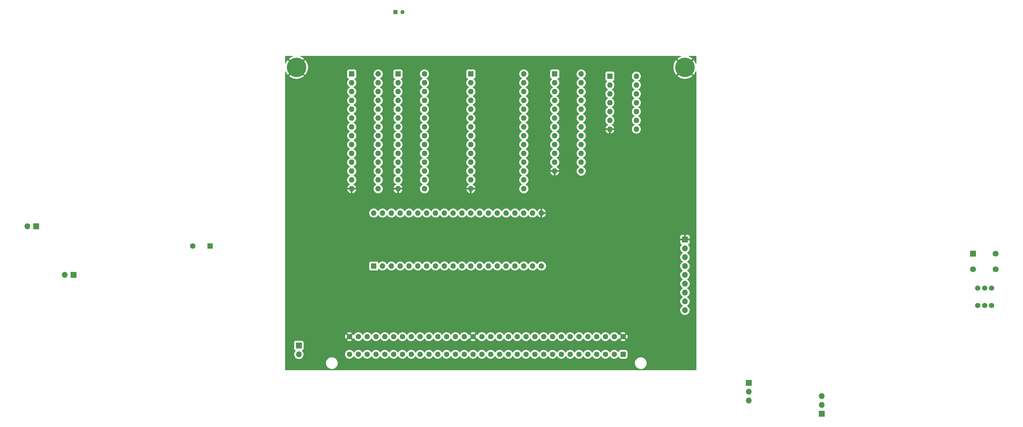
<source format=gbr>
%TF.GenerationSoftware,KiCad,Pcbnew,7.0.11+dfsg-1build4*%
%TF.CreationDate,2025-05-04T19:09:06+02:00*%
%TF.ProjectId,cpu_board_03,6370755f-626f-4617-9264-5f30332e6b69,rev?*%
%TF.SameCoordinates,Original*%
%TF.FileFunction,Copper,L4,Bot*%
%TF.FilePolarity,Positive*%
%FSLAX46Y46*%
G04 Gerber Fmt 4.6, Leading zero omitted, Abs format (unit mm)*
G04 Created by KiCad (PCBNEW 7.0.11+dfsg-1build4) date 2025-05-04 19:09:06*
%MOMM*%
%LPD*%
G01*
G04 APERTURE LIST*
G04 Aperture macros list*
%AMRoundRect*
0 Rectangle with rounded corners*
0 $1 Rounding radius*
0 $2 $3 $4 $5 $6 $7 $8 $9 X,Y pos of 4 corners*
0 Add a 4 corners polygon primitive as box body*
4,1,4,$2,$3,$4,$5,$6,$7,$8,$9,$2,$3,0*
0 Add four circle primitives for the rounded corners*
1,1,$1+$1,$2,$3*
1,1,$1+$1,$4,$5*
1,1,$1+$1,$6,$7*
1,1,$1+$1,$8,$9*
0 Add four rect primitives between the rounded corners*
20,1,$1+$1,$2,$3,$4,$5,0*
20,1,$1+$1,$4,$5,$6,$7,0*
20,1,$1+$1,$6,$7,$8,$9,0*
20,1,$1+$1,$8,$9,$2,$3,0*%
G04 Aperture macros list end*
%TA.AperFunction,ComponentPad*%
%ADD10O,1.600000X1.600000*%
%TD*%
%TA.AperFunction,ComponentPad*%
%ADD11R,1.600000X1.600000*%
%TD*%
%TA.AperFunction,ComponentPad*%
%ADD12C,1.524000*%
%TD*%
%TA.AperFunction,ComponentPad*%
%ADD13C,1.600000*%
%TD*%
%TA.AperFunction,ComponentPad*%
%ADD14O,1.700000X1.700000*%
%TD*%
%TA.AperFunction,ComponentPad*%
%ADD15R,1.700000X1.700000*%
%TD*%
%TA.AperFunction,ComponentPad*%
%ADD16C,1.700000*%
%TD*%
%TA.AperFunction,ComponentPad*%
%ADD17C,1.200000*%
%TD*%
%TA.AperFunction,ComponentPad*%
%ADD18R,1.200000X1.200000*%
%TD*%
%TA.AperFunction,ComponentPad*%
%ADD19C,5.600000*%
%TD*%
%TA.AperFunction,ComponentPad*%
%ADD20C,1.550000*%
%TD*%
%TA.AperFunction,ComponentPad*%
%ADD21RoundRect,0.249999X0.525001X0.525001X-0.525001X0.525001X-0.525001X-0.525001X0.525001X-0.525001X0*%
%TD*%
G04 APERTURE END LIST*
D10*
%TO.P,U7,28,VCC*%
%TO.N,VCC*%
X63500000Y-20955000D03*
%TO.P,U7,27,~{WE}*%
%TO.N,/~{QWE_RAM}*%
X63500000Y-23495000D03*
%TO.P,U7,26,A13*%
%TO.N,/A13*%
X63500000Y-26035000D03*
%TO.P,U7,25,A8*%
%TO.N,/A8*%
X63500000Y-28575000D03*
%TO.P,U7,24,A9*%
%TO.N,/A9*%
X63500000Y-31115000D03*
%TO.P,U7,23,A11*%
%TO.N,/A11*%
X63500000Y-33655000D03*
%TO.P,U7,22,~{OE}*%
%TO.N,/~{QOE}*%
X63500000Y-36195000D03*
%TO.P,U7,21,A10*%
%TO.N,/A10*%
X63500000Y-38735000D03*
%TO.P,U7,20,~{CS}*%
%TO.N,/~{CS_RAM1}*%
X63500000Y-41275000D03*
%TO.P,U7,19,Q7*%
%TO.N,/D7*%
X63500000Y-43815000D03*
%TO.P,U7,18,Q6*%
%TO.N,/D6*%
X63500000Y-46355000D03*
%TO.P,U7,17,Q5*%
%TO.N,/D5*%
X63500000Y-48895000D03*
%TO.P,U7,16,Q4*%
%TO.N,/D4*%
X63500000Y-51435000D03*
%TO.P,U7,15,Q3*%
%TO.N,/D3*%
X63500000Y-53975000D03*
%TO.P,U7,14,GND*%
%TO.N,GND*%
X55880000Y-53975000D03*
%TO.P,U7,13,Q2*%
%TO.N,/D2*%
X55880000Y-51435000D03*
%TO.P,U7,12,Q1*%
%TO.N,/D1*%
X55880000Y-48895000D03*
%TO.P,U7,11,Q0*%
%TO.N,/D0*%
X55880000Y-46355000D03*
%TO.P,U7,10,A0*%
%TO.N,/A0*%
X55880000Y-43815000D03*
%TO.P,U7,9,A1*%
%TO.N,/A1*%
X55880000Y-41275000D03*
%TO.P,U7,8,A2*%
%TO.N,/A2*%
X55880000Y-38735000D03*
%TO.P,U7,7,A3*%
%TO.N,/A3*%
X55880000Y-36195000D03*
%TO.P,U7,6,A4*%
%TO.N,/A4*%
X55880000Y-33655000D03*
%TO.P,U7,5,A5*%
%TO.N,/A5*%
X55880000Y-31115000D03*
%TO.P,U7,4,A6*%
%TO.N,/A6*%
X55880000Y-28575000D03*
%TO.P,U7,3,A7*%
%TO.N,/A7*%
X55880000Y-26035000D03*
%TO.P,U7,2,A12*%
%TO.N,/A12*%
X55880000Y-23495000D03*
D11*
%TO.P,U7,1,A14*%
%TO.N,/A14*%
X55880000Y-20955000D03*
%TD*%
D12*
%TO.P,SW2,6,C*%
%TO.N,unconnected-(SW2B-C-Pad6)*%
X226695000Y-87550000D03*
%TO.P,SW2,5,B*%
%TO.N,Net-(J6-Pin_2)*%
X224695000Y-87550000D03*
%TO.P,SW2,4,A*%
%TO.N,GND*%
X222695000Y-87550000D03*
%TO.P,SW2,3,C*%
%TO.N,unconnected-(SW2A-C-Pad3)*%
X226695000Y-82550000D03*
%TO.P,SW2,2,B*%
%TO.N,Net-(J6-Pin_1)*%
X224695000Y-82550000D03*
%TO.P,SW2,1,A*%
%TO.N,VCC*%
X222695000Y-82550000D03*
%TD*%
D10*
%TO.P,U2,28,VCC*%
%TO.N,VCC*%
X50165000Y-20955000D03*
%TO.P,U2,27,~{WE}*%
%TO.N,/~{QWE_RAM}*%
X50165000Y-23495000D03*
%TO.P,U2,26,A13*%
%TO.N,/A13*%
X50165000Y-26035000D03*
%TO.P,U2,25,A8*%
%TO.N,/A8*%
X50165000Y-28575000D03*
%TO.P,U2,24,A9*%
%TO.N,/A9*%
X50165000Y-31115000D03*
%TO.P,U2,23,A11*%
%TO.N,/A11*%
X50165000Y-33655000D03*
%TO.P,U2,22,~{OE}*%
%TO.N,/~{QOE}*%
X50165000Y-36195000D03*
%TO.P,U2,21,A10*%
%TO.N,/A10*%
X50165000Y-38735000D03*
%TO.P,U2,20,~{CS}*%
%TO.N,/~{CS_RAM0}*%
X50165000Y-41275000D03*
%TO.P,U2,19,Q7*%
%TO.N,/D7*%
X50165000Y-43815000D03*
%TO.P,U2,18,Q6*%
%TO.N,/D6*%
X50165000Y-46355000D03*
%TO.P,U2,17,Q5*%
%TO.N,/D5*%
X50165000Y-48895000D03*
%TO.P,U2,16,Q4*%
%TO.N,/D4*%
X50165000Y-51435000D03*
%TO.P,U2,15,Q3*%
%TO.N,/D3*%
X50165000Y-53975000D03*
%TO.P,U2,14,GND*%
%TO.N,GND*%
X42545000Y-53975000D03*
%TO.P,U2,13,Q2*%
%TO.N,/D2*%
X42545000Y-51435000D03*
%TO.P,U2,12,Q1*%
%TO.N,/D1*%
X42545000Y-48895000D03*
%TO.P,U2,11,Q0*%
%TO.N,/D0*%
X42545000Y-46355000D03*
%TO.P,U2,10,A0*%
%TO.N,/A0*%
X42545000Y-43815000D03*
%TO.P,U2,9,A1*%
%TO.N,/A1*%
X42545000Y-41275000D03*
%TO.P,U2,8,A2*%
%TO.N,/A2*%
X42545000Y-38735000D03*
%TO.P,U2,7,A3*%
%TO.N,/A3*%
X42545000Y-36195000D03*
%TO.P,U2,6,A4*%
%TO.N,/A4*%
X42545000Y-33655000D03*
%TO.P,U2,5,A5*%
%TO.N,/A5*%
X42545000Y-31115000D03*
%TO.P,U2,4,A6*%
%TO.N,/A6*%
X42545000Y-28575000D03*
%TO.P,U2,3,A7*%
%TO.N,/A7*%
X42545000Y-26035000D03*
%TO.P,U2,2,A12*%
%TO.N,/A12*%
X42545000Y-23495000D03*
D11*
%TO.P,U2,1,A14*%
%TO.N,/A14*%
X42545000Y-20955000D03*
%TD*%
D13*
%TO.P,C11,2*%
%TO.N,GND*%
X-3232349Y-70485000D03*
D11*
%TO.P,C11,1*%
%TO.N,VCC*%
X1767651Y-70485000D03*
%TD*%
D14*
%TO.P,J11,9,Pin_9*%
%TO.N,/GPIO00_O0*%
X138430000Y-88900000D03*
%TO.P,J11,8,Pin_8*%
%TO.N,/GPIO00_O1*%
X138430000Y-86360000D03*
%TO.P,J11,7,Pin_7*%
%TO.N,/GPIO00_O2*%
X138430000Y-83820000D03*
%TO.P,J11,6,Pin_6*%
%TO.N,/GPIO00_O3*%
X138430000Y-81280000D03*
%TO.P,J11,5,Pin_5*%
%TO.N,/GPIO00_O4*%
X138430000Y-78740000D03*
%TO.P,J11,4,Pin_4*%
%TO.N,/GPIO00_O5*%
X138430000Y-76200000D03*
%TO.P,J11,3,Pin_3*%
%TO.N,/GPIO00_O6*%
X138430000Y-73660000D03*
%TO.P,J11,2,Pin_2*%
%TO.N,/GPIO00_O7*%
X138430000Y-71120000D03*
D15*
%TO.P,J11,1,Pin_1*%
%TO.N,GND*%
X138430000Y-68580000D03*
%TD*%
D16*
%TO.P,SW1,2,2*%
%TO.N,GND*%
X227850000Y-77180000D03*
X221350000Y-77180000D03*
%TO.P,SW1,1,1*%
%TO.N,Net-(U9-~{PB_RST})*%
X227850000Y-72680000D03*
D15*
X221350000Y-72680000D03*
%TD*%
D14*
%TO.P,J7,2,Pin_2*%
%TO.N,VCC*%
X-50800000Y-64770000D03*
D15*
%TO.P,J7,1,Pin_1*%
%TO.N,/~{IRQ}*%
X-48260000Y-64770000D03*
%TD*%
D10*
%TO.P,U3,28,VCC*%
%TO.N,VCC*%
X92075000Y-20955000D03*
%TO.P,U3,27,A14*%
%TO.N,/A14*%
X92075000Y-23495000D03*
%TO.P,U3,26,A13*%
%TO.N,/A13*%
X92075000Y-26035000D03*
%TO.P,U3,25,A8*%
%TO.N,/A8*%
X92075000Y-28575000D03*
%TO.P,U3,24,A9*%
%TO.N,/A9*%
X92075000Y-31115000D03*
%TO.P,U3,23,A11*%
%TO.N,/A11*%
X92075000Y-33655000D03*
%TO.P,U3,22,~{OE}*%
%TO.N,/~{QOE}*%
X92075000Y-36195000D03*
%TO.P,U3,21,A10*%
%TO.N,/A10*%
X92075000Y-38735000D03*
%TO.P,U3,20,~{CE}*%
%TO.N,/~{CS_ROM}*%
X92075000Y-41275000D03*
%TO.P,U3,19,D7*%
%TO.N,/D7*%
X92075000Y-43815000D03*
%TO.P,U3,18,D6*%
%TO.N,/D6*%
X92075000Y-46355000D03*
%TO.P,U3,17,D5*%
%TO.N,/D5*%
X92075000Y-48895000D03*
%TO.P,U3,16,D4*%
%TO.N,/D4*%
X92075000Y-51435000D03*
%TO.P,U3,15,D3*%
%TO.N,/D3*%
X92075000Y-53975000D03*
%TO.P,U3,14,GND*%
%TO.N,GND*%
X76835000Y-53975000D03*
%TO.P,U3,13,D2*%
%TO.N,/D2*%
X76835000Y-51435000D03*
%TO.P,U3,12,D1*%
%TO.N,/D1*%
X76835000Y-48895000D03*
%TO.P,U3,11,D0*%
%TO.N,/D0*%
X76835000Y-46355000D03*
%TO.P,U3,10,A0*%
%TO.N,/A0*%
X76835000Y-43815000D03*
%TO.P,U3,9,A1*%
%TO.N,/A1*%
X76835000Y-41275000D03*
%TO.P,U3,8,A2*%
%TO.N,/A2*%
X76835000Y-38735000D03*
%TO.P,U3,7,A3*%
%TO.N,/A3*%
X76835000Y-36195000D03*
%TO.P,U3,6,A4*%
%TO.N,/A4*%
X76835000Y-33655000D03*
%TO.P,U3,5,A5*%
%TO.N,/A5*%
X76835000Y-31115000D03*
%TO.P,U3,4,A6*%
%TO.N,/A6*%
X76835000Y-28575000D03*
%TO.P,U3,3,A7*%
%TO.N,/A7*%
X76835000Y-26035000D03*
%TO.P,U3,2,A12*%
%TO.N,/A12*%
X76835000Y-23495000D03*
D11*
%TO.P,U3,1,A15*%
%TO.N,/A15*%
X76835000Y-20955000D03*
%TD*%
D14*
%TO.P,J10,3,Pin_3*%
%TO.N,/PLD_O7*%
X156845000Y-114935000D03*
%TO.P,J10,2,Pin_2*%
%TO.N,/PLD_O0*%
X156845000Y-112395000D03*
D15*
%TO.P,J10,1,Pin_1*%
%TO.N,/PLD_I1*%
X156845000Y-109855000D03*
%TD*%
D17*
%TO.P,C12,2*%
%TO.N,GND*%
X57150000Y-3175000D03*
D18*
%TO.P,C12,1*%
%TO.N,VCC*%
X55150000Y-3175000D03*
%TD*%
D10*
%TO.P,U4,24,VCC*%
%TO.N,VCC*%
X108595000Y-20950000D03*
%TO.P,U4,23,O0*%
%TO.N,/PLD_O0*%
X108595000Y-23490000D03*
%TO.P,U4,22,O1*%
%TO.N,/~{QWE_RAM}*%
X108595000Y-26030000D03*
%TO.P,U4,21,O2*%
%TO.N,/~{QOE}*%
X108595000Y-28570000D03*
%TO.P,U4,20,O3*%
%TO.N,/~{CS_RAM1}*%
X108595000Y-31110000D03*
%TO.P,U4,19,O4*%
%TO.N,/~{CS_RAM0}*%
X108595000Y-33650000D03*
%TO.P,U4,18,O5*%
%TO.N,/~{CS_ROM}*%
X108595000Y-36190000D03*
%TO.P,U4,17,O6*%
%TO.N,/~{IO_SEL}*%
X108595000Y-38730000D03*
%TO.P,U4,16,O7*%
%TO.N,/PLD_O7*%
X108595000Y-41270000D03*
%TO.P,U4,15,O8*%
%TO.N,/SYS_CLK*%
X108595000Y-43810000D03*
%TO.P,U4,14,O9*%
%TO.N,/~{SYS_CLK}*%
X108595000Y-46350000D03*
%TO.P,U4,13,~{OE}*%
%TO.N,Net-(J9-Pin_2)*%
X108595000Y-48890000D03*
%TO.P,U4,12,GND*%
%TO.N,GND*%
X100975000Y-48890000D03*
%TO.P,U4,11,I9*%
%TO.N,/A15*%
X100975000Y-46350000D03*
%TO.P,U4,10,I8*%
%TO.N,/A14*%
X100975000Y-43810000D03*
%TO.P,U4,9,I7*%
%TO.N,/A13*%
X100975000Y-41270000D03*
%TO.P,U4,8,I6*%
%TO.N,/A12*%
X100975000Y-38730000D03*
%TO.P,U4,7,I5*%
%TO.N,/A11*%
X100975000Y-36190000D03*
%TO.P,U4,6,I4*%
%TO.N,/A10*%
X100975000Y-33650000D03*
%TO.P,U4,5,I3*%
%TO.N,/A9*%
X100975000Y-31110000D03*
%TO.P,U4,4,I2*%
%TO.N,/A8*%
X100975000Y-28570000D03*
%TO.P,U4,3,I1*%
%TO.N,/PLD_I1*%
X100975000Y-26030000D03*
%TO.P,U4,2,I0*%
%TO.N,/R{slash}~{W}*%
X100975000Y-23490000D03*
D11*
%TO.P,U4,1,CLK*%
%TO.N,/CLOCK*%
X100975000Y-20950000D03*
%TD*%
D14*
%TO.P,J8,2,Pin_2*%
%TO.N,VCC*%
X-40005000Y-78740000D03*
D15*
%TO.P,J8,1,Pin_1*%
%TO.N,/~{NMI}*%
X-37465000Y-78740000D03*
%TD*%
D10*
%TO.P,U1,40,~{RES}*%
%TO.N,/~{RES}*%
X48895000Y-60960000D03*
%TO.P,U1,39,\u03D52*%
%TO.N,unconnected-(U1-\u03D52-Pad39)*%
X51435000Y-60960000D03*
%TO.P,U1,38,~{SO}*%
%TO.N,unconnected-(U1-~{SO}-Pad38)*%
X53975000Y-60960000D03*
%TO.P,U1,37,\u03D50*%
%TO.N,/SYS_CLK*%
X56515000Y-60960000D03*
%TO.P,U1,36,BE*%
%TO.N,VCC*%
X59055000Y-60960000D03*
%TO.P,U1,35,nc*%
%TO.N,unconnected-(U1-nc-Pad35)*%
X61595000Y-60960000D03*
%TO.P,U1,34,R/~{W}*%
%TO.N,/R{slash}~{W}*%
X64135000Y-60960000D03*
%TO.P,U1,33,D0*%
%TO.N,/D0*%
X66675000Y-60960000D03*
%TO.P,U1,32,D1*%
%TO.N,/D1*%
X69215000Y-60960000D03*
%TO.P,U1,31,D2*%
%TO.N,/D2*%
X71755000Y-60960000D03*
%TO.P,U1,30,D3*%
%TO.N,/D3*%
X74295000Y-60960000D03*
%TO.P,U1,29,D4*%
%TO.N,/D4*%
X76835000Y-60960000D03*
%TO.P,U1,28,D5*%
%TO.N,/D5*%
X79375000Y-60960000D03*
%TO.P,U1,27,D6*%
%TO.N,/D6*%
X81915000Y-60960000D03*
%TO.P,U1,26,D7*%
%TO.N,/D7*%
X84455000Y-60960000D03*
%TO.P,U1,25,A15*%
%TO.N,/A15*%
X86995000Y-60960000D03*
%TO.P,U1,24,A14*%
%TO.N,/A14*%
X89535000Y-60960000D03*
%TO.P,U1,23,A13*%
%TO.N,/A13*%
X92075000Y-60960000D03*
%TO.P,U1,22,A12*%
%TO.N,/A12*%
X94615000Y-60960000D03*
%TO.P,U1,21,VSS*%
%TO.N,GND*%
X97155000Y-60960000D03*
%TO.P,U1,20,A11*%
%TO.N,/A11*%
X97155000Y-76200000D03*
%TO.P,U1,19,A10*%
%TO.N,/A10*%
X94615000Y-76200000D03*
%TO.P,U1,18,A9*%
%TO.N,/A9*%
X92075000Y-76200000D03*
%TO.P,U1,17,A8*%
%TO.N,/A8*%
X89535000Y-76200000D03*
%TO.P,U1,16,A7*%
%TO.N,/A7*%
X86995000Y-76200000D03*
%TO.P,U1,15,A6*%
%TO.N,/A6*%
X84455000Y-76200000D03*
%TO.P,U1,14,A5*%
%TO.N,/A5*%
X81915000Y-76200000D03*
%TO.P,U1,13,A4*%
%TO.N,/A4*%
X79375000Y-76200000D03*
%TO.P,U1,12,A3*%
%TO.N,/A3*%
X76835000Y-76200000D03*
%TO.P,U1,11,A2*%
%TO.N,/A2*%
X74295000Y-76200000D03*
%TO.P,U1,10,A1*%
%TO.N,/A1*%
X71755000Y-76200000D03*
%TO.P,U1,9,A0*%
%TO.N,/A0*%
X69215000Y-76200000D03*
%TO.P,U1,8,VDD*%
%TO.N,VCC*%
X66675000Y-76200000D03*
%TO.P,U1,7,SYNC*%
%TO.N,unconnected-(U1-SYNC-Pad7)*%
X64135000Y-76200000D03*
%TO.P,U1,6,~{NMI}*%
%TO.N,/~{NMI}*%
X61595000Y-76200000D03*
%TO.P,U1,5,~{ML}*%
%TO.N,unconnected-(U1-~{ML}-Pad5)*%
X59055000Y-76200000D03*
%TO.P,U1,4,~{IRQ}*%
%TO.N,/~{IRQ}*%
X56515000Y-76200000D03*
%TO.P,U1,3,\u03D51*%
%TO.N,unconnected-(U1-\u03D51-Pad3)*%
X53975000Y-76200000D03*
%TO.P,U1,2,RDY*%
%TO.N,VCC*%
X51435000Y-76200000D03*
D11*
%TO.P,U1,1,~{VP}*%
%TO.N,unconnected-(U1-~{VP}-Pad1)*%
X48895000Y-76200000D03*
%TD*%
D14*
%TO.P,J9,3,Pin_3*%
%TO.N,GND*%
X177800000Y-113665000D03*
%TO.P,J9,2,Pin_2*%
%TO.N,Net-(J9-Pin_2)*%
X177800000Y-116205000D03*
D15*
%TO.P,J9,1,Pin_1*%
%TO.N,VCC*%
X177800000Y-118745000D03*
%TD*%
D19*
%TO.P,H1,1,1*%
%TO.N,GND*%
X26670000Y-19050000D03*
%TD*%
D14*
%TO.P,J6,2,Pin_2*%
%TO.N,Net-(J6-Pin_2)*%
X27330000Y-101600000D03*
D15*
%TO.P,J6,1,Pin_1*%
%TO.N,Net-(J6-Pin_1)*%
X27330000Y-99060000D03*
%TD*%
D10*
%TO.P,X1,14,Vcc*%
%TO.N,VCC*%
X124470000Y-21585000D03*
%TO.P,X1,13*%
%TO.N,N/C*%
X124470000Y-24125000D03*
%TO.P,X1,12*%
X124470000Y-26665000D03*
%TO.P,X1,11,Vcc*%
%TO.N,VCC*%
X124470000Y-29205000D03*
%TO.P,X1,10*%
%TO.N,N/C*%
X124470000Y-31745000D03*
%TO.P,X1,9*%
X124470000Y-34285000D03*
%TO.P,X1,8,OUT*%
%TO.N,/CLOCK*%
X124470000Y-36825000D03*
%TO.P,X1,7,GND*%
%TO.N,GND*%
X116850000Y-36825000D03*
%TO.P,X1,6*%
%TO.N,N/C*%
X116850000Y-34285000D03*
%TO.P,X1,5*%
X116850000Y-31745000D03*
%TO.P,X1,4*%
X116850000Y-29205000D03*
%TO.P,X1,3*%
X116850000Y-26665000D03*
%TO.P,X1,2*%
X116850000Y-24125000D03*
D11*
%TO.P,X1,1,NC*%
%TO.N,unconnected-(X1-NC-Pad1)*%
X116850000Y-21585000D03*
%TD*%
D20*
%TO.P,J1,c32,Pin_c32*%
%TO.N,GND*%
X41910000Y-96520000D03*
%TO.P,J1,c31,Pin_c31*%
%TO.N,/~{RES}*%
X44450000Y-96520000D03*
%TO.P,J1,c30,Pin_c30*%
%TO.N,/RES*%
X46990000Y-96520000D03*
%TO.P,J1,c29,Pin_c29*%
%TO.N,unconnected-(J1-Pin_c29-Padc29)*%
X49530000Y-96520000D03*
%TO.P,J1,c28,Pin_c28*%
%TO.N,unconnected-(J1-Pin_c28-Padc28)*%
X52070000Y-96520000D03*
%TO.P,J1,c27,Pin_c27*%
%TO.N,unconnected-(J1-Pin_c27-Padc27)*%
X54610000Y-96520000D03*
%TO.P,J1,c26,Pin_c26*%
%TO.N,unconnected-(J1-Pin_c26-Padc26)*%
X57150000Y-96520000D03*
%TO.P,J1,c25,Pin_c25*%
%TO.N,unconnected-(J1-Pin_c25-Padc25)*%
X59690000Y-96520000D03*
%TO.P,J1,c24,Pin_c24*%
%TO.N,unconnected-(J1-Pin_c24-Padc24)*%
X62230000Y-96520000D03*
%TO.P,J1,c23,Pin_c23*%
%TO.N,unconnected-(J1-Pin_c23-Padc23)*%
X64770000Y-96520000D03*
%TO.P,J1,c22,Pin_c22*%
%TO.N,unconnected-(J1-Pin_c22-Padc22)*%
X67310000Y-96520000D03*
%TO.P,J1,c21,Pin_c21*%
%TO.N,unconnected-(J1-Pin_c21-Padc21)*%
X69850000Y-96520000D03*
%TO.P,J1,c20,Pin_c20*%
%TO.N,unconnected-(J1-Pin_c20-Padc20)*%
X72390000Y-96520000D03*
%TO.P,J1,c19,Pin_c19*%
%TO.N,unconnected-(J1-Pin_c19-Padc19)*%
X74930000Y-96520000D03*
%TO.P,J1,c18,Pin_c18*%
%TO.N,GND*%
X77470000Y-96520000D03*
%TO.P,J1,c17,Pin_c17*%
%TO.N,unconnected-(J1-Pin_c17-Padc17)*%
X80010000Y-96520000D03*
%TO.P,J1,c16,Pin_c16*%
%TO.N,unconnected-(J1-Pin_c16-Padc16)*%
X82550000Y-96520000D03*
%TO.P,J1,c15,Pin_c15*%
%TO.N,unconnected-(J1-Pin_c15-Padc15)*%
X85090000Y-96520000D03*
%TO.P,J1,c14,Pin_c14*%
%TO.N,unconnected-(J1-Pin_c14-Padc14)*%
X87630000Y-96520000D03*
%TO.P,J1,c13,Pin_c13*%
%TO.N,unconnected-(J1-Pin_c13-Padc13)*%
X90170000Y-96520000D03*
%TO.P,J1,c12,Pin_c12*%
%TO.N,unconnected-(J1-Pin_c12-Padc12)*%
X92710000Y-96520000D03*
%TO.P,J1,c11,Pin_c11*%
%TO.N,unconnected-(J1-Pin_c11-Padc11)*%
X95250000Y-96520000D03*
%TO.P,J1,c10,Pin_c10*%
%TO.N,unconnected-(J1-Pin_c10-Padc10)*%
X97790000Y-96520000D03*
%TO.P,J1,c9,Pin_c9*%
%TO.N,/DB0*%
X100330000Y-96520000D03*
%TO.P,J1,c8,Pin_c8*%
%TO.N,/DB1*%
X102870000Y-96520000D03*
%TO.P,J1,c7,Pin_c7*%
%TO.N,/DB2*%
X105410000Y-96520000D03*
%TO.P,J1,c6,Pin_c6*%
%TO.N,/DB3*%
X107950000Y-96520000D03*
%TO.P,J1,c5,Pin_c5*%
%TO.N,/DB4*%
X110490000Y-96520000D03*
%TO.P,J1,c4,Pin_c4*%
%TO.N,/DB5*%
X113030000Y-96520000D03*
%TO.P,J1,c3,Pin_c3*%
%TO.N,/DB6*%
X115570000Y-96520000D03*
%TO.P,J1,c2,Pin_c2*%
%TO.N,/DB7*%
X118110000Y-96520000D03*
%TO.P,J1,c1,Pin_c1*%
%TO.N,GND*%
X120650000Y-96520000D03*
%TO.P,J1,a32,Pin_a32*%
%TO.N,VCC*%
X41910000Y-101600000D03*
%TO.P,J1,a31,Pin_a31*%
%TO.N,/~{IOEN_00_GPIO0}*%
X44450000Y-101600000D03*
%TO.P,J1,a30,Pin_a30*%
%TO.N,/~{IOEN_01}*%
X46990000Y-101600000D03*
%TO.P,J1,a29,Pin_a29*%
%TO.N,/~{IOEN_02}*%
X49530000Y-101600000D03*
%TO.P,J1,a28,Pin_a28*%
%TO.N,/~{IOEN_03}*%
X52070000Y-101600000D03*
%TO.P,J1,a27,Pin_a27*%
%TO.N,/~{IOEN_04}*%
X54610000Y-101600000D03*
%TO.P,J1,a26,Pin_a26*%
%TO.N,/~{IOEN_05}*%
X57150000Y-101600000D03*
%TO.P,J1,a25,Pin_a25*%
%TO.N,/~{IOEN_06}*%
X59690000Y-101600000D03*
%TO.P,J1,a24,Pin_a24*%
%TO.N,/~{IOEN_07}*%
X62230000Y-101600000D03*
%TO.P,J1,a23,Pin_a23*%
%TO.N,/~{IO_SEL}*%
X64770000Y-101600000D03*
%TO.P,J1,a22,Pin_a22*%
%TO.N,/SYS_CLK*%
X67310000Y-101600000D03*
%TO.P,J1,a21,Pin_a21*%
%TO.N,/~{SYS_CLK}*%
X69850000Y-101600000D03*
%TO.P,J1,a20,Pin_a20*%
%TO.N,unconnected-(J1-Pin_a20-Pada20)*%
X72390000Y-101600000D03*
%TO.P,J1,a19,Pin_a19*%
%TO.N,unconnected-(J1-Pin_a19-Pada19)*%
X74930000Y-101600000D03*
%TO.P,J1,a18,Pin_a18*%
%TO.N,VCC*%
X77470000Y-101600000D03*
%TO.P,J1,a17,Pin_a17*%
%TO.N,/AB0*%
X80010000Y-101600000D03*
%TO.P,J1,a16,Pin_a16*%
%TO.N,/AB1*%
X82550000Y-101600000D03*
%TO.P,J1,a15,Pin_a15*%
%TO.N,/AB2*%
X85090000Y-101600000D03*
%TO.P,J1,a14,Pin_a14*%
%TO.N,/AB3*%
X87630000Y-101600000D03*
%TO.P,J1,a13,Pin_a13*%
%TO.N,/AB4*%
X90170000Y-101600000D03*
%TO.P,J1,a12,Pin_a12*%
%TO.N,/AB5*%
X92710000Y-101600000D03*
%TO.P,J1,a11,Pin_a11*%
%TO.N,/AB6*%
X95250000Y-101600000D03*
%TO.P,J1,a10,Pin_a10*%
%TO.N,/AB7*%
X97790000Y-101600000D03*
%TO.P,J1,a9,Pin_a9*%
%TO.N,/AB8*%
X100330000Y-101600000D03*
%TO.P,J1,a8,Pin_a8*%
%TO.N,/AB9*%
X102870000Y-101600000D03*
%TO.P,J1,a7,Pin_a7*%
%TO.N,/AB10*%
X105410000Y-101600000D03*
%TO.P,J1,a6,Pin_a6*%
%TO.N,/AB11*%
X107950000Y-101600000D03*
%TO.P,J1,a5,Pin_a5*%
%TO.N,/AB12*%
X110490000Y-101600000D03*
%TO.P,J1,a4,Pin_a4*%
%TO.N,/AB13*%
X113030000Y-101600000D03*
%TO.P,J1,a3,Pin_a3*%
%TO.N,/AB14*%
X115570000Y-101600000D03*
%TO.P,J1,a2,Pin_a2*%
%TO.N,/AB15*%
X118110000Y-101600000D03*
D21*
%TO.P,J1,a1,Pin_a1*%
%TO.N,VCC*%
X120650000Y-101600000D03*
%TD*%
D19*
%TO.P,H2,1,1*%
%TO.N,GND*%
X138430000Y-19050000D03*
%TD*%
%TA.AperFunction,Conductor*%
%TO.N,GND*%
G36*
X137228346Y-15760185D02*
G01*
X137274101Y-15812989D01*
X137284045Y-15882147D01*
X137255020Y-15945703D01*
X137209583Y-15977998D01*
X137209798Y-15978463D01*
X137207313Y-15979612D01*
X137207193Y-15979698D01*
X137206729Y-15979882D01*
X136881990Y-16130123D01*
X136575370Y-16314609D01*
X136575367Y-16314611D01*
X136290486Y-16531170D01*
X136290485Y-16531171D01*
X136277257Y-16543702D01*
X136277256Y-16543703D01*
X137485819Y-17752266D01*
X137295130Y-17915130D01*
X137132266Y-18105819D01*
X135926442Y-16899995D01*
X135926441Y-16899996D01*
X135799033Y-17049992D01*
X135598218Y-17346172D01*
X135430606Y-17662322D01*
X135430597Y-17662340D01*
X135298149Y-17994760D01*
X135298147Y-17994767D01*
X135202421Y-18339542D01*
X135202415Y-18339568D01*
X135144527Y-18692668D01*
X135144526Y-18692685D01*
X135125153Y-19049997D01*
X135125153Y-19050002D01*
X135144526Y-19407314D01*
X135144527Y-19407331D01*
X135202415Y-19760431D01*
X135202421Y-19760457D01*
X135298147Y-20105232D01*
X135298149Y-20105239D01*
X135430597Y-20437659D01*
X135430606Y-20437677D01*
X135598218Y-20753827D01*
X135799024Y-21049994D01*
X135799035Y-21050008D01*
X135926441Y-21200002D01*
X135926442Y-21200002D01*
X137132265Y-19994179D01*
X137295130Y-20184870D01*
X137485819Y-20347733D01*
X136277257Y-21556294D01*
X136290495Y-21568836D01*
X136575367Y-21785388D01*
X136575370Y-21785390D01*
X136881990Y-21969876D01*
X137206739Y-22120122D01*
X137206744Y-22120123D01*
X137545855Y-22234383D01*
X137895339Y-22311311D01*
X138251075Y-22349999D01*
X138251085Y-22350000D01*
X138608915Y-22350000D01*
X138608924Y-22349999D01*
X138964660Y-22311311D01*
X139314144Y-22234383D01*
X139653255Y-22120123D01*
X139653260Y-22120122D01*
X139978009Y-21969876D01*
X140284629Y-21785390D01*
X140284632Y-21785388D01*
X140569509Y-21568831D01*
X140582742Y-21556295D01*
X140582742Y-21556294D01*
X139374181Y-20347733D01*
X139564870Y-20184870D01*
X139727733Y-19994180D01*
X140933556Y-21200002D01*
X141060972Y-21049998D01*
X141060975Y-21049994D01*
X141261781Y-20753827D01*
X141429393Y-20437677D01*
X141429402Y-20437659D01*
X141500307Y-20259701D01*
X141543407Y-20204709D01*
X141609396Y-20181748D01*
X141677323Y-20198109D01*
X141725622Y-20248597D01*
X141739500Y-20305598D01*
X141739500Y-106055500D01*
X141719815Y-106122539D01*
X141667011Y-106168294D01*
X141615500Y-106179500D01*
X23484500Y-106179500D01*
X23417461Y-106159815D01*
X23371706Y-106107011D01*
X23360500Y-106055500D01*
X23360500Y-104075635D01*
X35150802Y-104075635D01*
X35160655Y-104332717D01*
X35209639Y-104585286D01*
X35296597Y-104827404D01*
X35296598Y-104827405D01*
X35296601Y-104827412D01*
X35419504Y-105053428D01*
X35419506Y-105053431D01*
X35575465Y-105258029D01*
X35575469Y-105258034D01*
X35760838Y-105436434D01*
X35971268Y-105584447D01*
X36201826Y-105698604D01*
X36447108Y-105776228D01*
X36701364Y-105815500D01*
X36701368Y-105815500D01*
X36894226Y-105815500D01*
X36894227Y-105815500D01*
X37086517Y-105800737D01*
X37337021Y-105742117D01*
X37575641Y-105645944D01*
X37796783Y-105514474D01*
X37995265Y-105350787D01*
X38166435Y-105158720D01*
X38166436Y-105158718D01*
X38166441Y-105158712D01*
X38306276Y-104942779D01*
X38306279Y-104942775D01*
X38411521Y-104708014D01*
X38479693Y-104459939D01*
X38509198Y-104204365D01*
X38504264Y-104075635D01*
X124050802Y-104075635D01*
X124060655Y-104332717D01*
X124109639Y-104585286D01*
X124196597Y-104827404D01*
X124196598Y-104827405D01*
X124196601Y-104827412D01*
X124319504Y-105053428D01*
X124319506Y-105053431D01*
X124475465Y-105258029D01*
X124475469Y-105258034D01*
X124660838Y-105436434D01*
X124871268Y-105584447D01*
X125101826Y-105698604D01*
X125347108Y-105776228D01*
X125601364Y-105815500D01*
X125601368Y-105815500D01*
X125794226Y-105815500D01*
X125794227Y-105815500D01*
X125986517Y-105800737D01*
X126237021Y-105742117D01*
X126475641Y-105645944D01*
X126696783Y-105514474D01*
X126895265Y-105350787D01*
X127066435Y-105158720D01*
X127066436Y-105158718D01*
X127066441Y-105158712D01*
X127206276Y-104942779D01*
X127206279Y-104942775D01*
X127311521Y-104708014D01*
X127379693Y-104459939D01*
X127409198Y-104204365D01*
X127399344Y-103947282D01*
X127350361Y-103694717D01*
X127350360Y-103694713D01*
X127263402Y-103452595D01*
X127263401Y-103452594D01*
X127263399Y-103452588D01*
X127140496Y-103226572D01*
X126984531Y-103021966D01*
X126799162Y-102843566D01*
X126741714Y-102803158D01*
X126588740Y-102695558D01*
X126588735Y-102695555D01*
X126588732Y-102695553D01*
X126588722Y-102695548D01*
X126358173Y-102581395D01*
X126112894Y-102503772D01*
X126011189Y-102488063D01*
X125858636Y-102464500D01*
X125665773Y-102464500D01*
X125665768Y-102464500D01*
X125505531Y-102476802D01*
X125473483Y-102479263D01*
X125473479Y-102479263D01*
X125222981Y-102537882D01*
X125222976Y-102537883D01*
X124984357Y-102634056D01*
X124984351Y-102634060D01*
X124763218Y-102765525D01*
X124564735Y-102929212D01*
X124393565Y-103121278D01*
X124393558Y-103121287D01*
X124253723Y-103337220D01*
X124253721Y-103337224D01*
X124148478Y-103571986D01*
X124080308Y-103820055D01*
X124080307Y-103820059D01*
X124050802Y-104075635D01*
X38504264Y-104075635D01*
X38499344Y-103947282D01*
X38450361Y-103694717D01*
X38450360Y-103694713D01*
X38363402Y-103452595D01*
X38363401Y-103452594D01*
X38363399Y-103452588D01*
X38240496Y-103226572D01*
X38084531Y-103021966D01*
X37899162Y-102843566D01*
X37841714Y-102803158D01*
X37688740Y-102695558D01*
X37688735Y-102695555D01*
X37688732Y-102695553D01*
X37688722Y-102695548D01*
X37458173Y-102581395D01*
X37212894Y-102503772D01*
X37111189Y-102488063D01*
X36958636Y-102464500D01*
X36765773Y-102464500D01*
X36765768Y-102464500D01*
X36605531Y-102476802D01*
X36573483Y-102479263D01*
X36573479Y-102479263D01*
X36322981Y-102537882D01*
X36322976Y-102537883D01*
X36084357Y-102634056D01*
X36084351Y-102634060D01*
X35863218Y-102765525D01*
X35664735Y-102929212D01*
X35493565Y-103121278D01*
X35493558Y-103121287D01*
X35353723Y-103337220D01*
X35353721Y-103337224D01*
X35248478Y-103571986D01*
X35180308Y-103820055D01*
X35180307Y-103820059D01*
X35150802Y-104075635D01*
X23360500Y-104075635D01*
X23360500Y-101600000D01*
X25974341Y-101600000D01*
X25994936Y-101835403D01*
X25994938Y-101835413D01*
X26056094Y-102063655D01*
X26056096Y-102063659D01*
X26056097Y-102063663D01*
X26138409Y-102240182D01*
X26155965Y-102277830D01*
X26155967Y-102277834D01*
X26257619Y-102423007D01*
X26291505Y-102471401D01*
X26458599Y-102638495D01*
X26540079Y-102695548D01*
X26652165Y-102774032D01*
X26652167Y-102774033D01*
X26652170Y-102774035D01*
X26866337Y-102873903D01*
X27094592Y-102935063D01*
X27282918Y-102951539D01*
X27329999Y-102955659D01*
X27330000Y-102955659D01*
X27330001Y-102955659D01*
X27369234Y-102952226D01*
X27565408Y-102935063D01*
X27793663Y-102873903D01*
X28007830Y-102774035D01*
X28201401Y-102638495D01*
X28368495Y-102471401D01*
X28504035Y-102277830D01*
X28603903Y-102063663D01*
X28665063Y-101835408D01*
X28685659Y-101600000D01*
X40629628Y-101600000D01*
X40649079Y-101822329D01*
X40649081Y-101822339D01*
X40706841Y-102037905D01*
X40706843Y-102037909D01*
X40706844Y-102037913D01*
X40801165Y-102240186D01*
X40929178Y-102423007D01*
X41086993Y-102580822D01*
X41269814Y-102708835D01*
X41472087Y-102803156D01*
X41472093Y-102803157D01*
X41472094Y-102803158D01*
X41496935Y-102809814D01*
X41687666Y-102860920D01*
X41854302Y-102875499D01*
X41909999Y-102880372D01*
X41910000Y-102880372D01*
X41910001Y-102880372D01*
X41965686Y-102875500D01*
X42132334Y-102860920D01*
X42347913Y-102803156D01*
X42550186Y-102708835D01*
X42733007Y-102580822D01*
X42890822Y-102423007D01*
X43018835Y-102240186D01*
X43067618Y-102135569D01*
X43113790Y-102083130D01*
X43180983Y-102063978D01*
X43247865Y-102084193D01*
X43292381Y-102135569D01*
X43341165Y-102240186D01*
X43469178Y-102423007D01*
X43626993Y-102580822D01*
X43809814Y-102708835D01*
X44012087Y-102803156D01*
X44012093Y-102803157D01*
X44012094Y-102803158D01*
X44036935Y-102809814D01*
X44227666Y-102860920D01*
X44394302Y-102875499D01*
X44449999Y-102880372D01*
X44450000Y-102880372D01*
X44450001Y-102880372D01*
X44505686Y-102875500D01*
X44672334Y-102860920D01*
X44887913Y-102803156D01*
X45090186Y-102708835D01*
X45273007Y-102580822D01*
X45430822Y-102423007D01*
X45558835Y-102240186D01*
X45607618Y-102135569D01*
X45653790Y-102083130D01*
X45720983Y-102063978D01*
X45787865Y-102084193D01*
X45832381Y-102135569D01*
X45881165Y-102240186D01*
X46009178Y-102423007D01*
X46166993Y-102580822D01*
X46349814Y-102708835D01*
X46552087Y-102803156D01*
X46552093Y-102803157D01*
X46552094Y-102803158D01*
X46576935Y-102809814D01*
X46767666Y-102860920D01*
X46934302Y-102875499D01*
X46989999Y-102880372D01*
X46990000Y-102880372D01*
X46990001Y-102880372D01*
X47045686Y-102875500D01*
X47212334Y-102860920D01*
X47427913Y-102803156D01*
X47630186Y-102708835D01*
X47813007Y-102580822D01*
X47970822Y-102423007D01*
X48098835Y-102240186D01*
X48147618Y-102135569D01*
X48193790Y-102083130D01*
X48260983Y-102063978D01*
X48327865Y-102084193D01*
X48372381Y-102135569D01*
X48421165Y-102240186D01*
X48549178Y-102423007D01*
X48706993Y-102580822D01*
X48889814Y-102708835D01*
X49092087Y-102803156D01*
X49092093Y-102803157D01*
X49092094Y-102803158D01*
X49116935Y-102809814D01*
X49307666Y-102860920D01*
X49474302Y-102875499D01*
X49529999Y-102880372D01*
X49530000Y-102880372D01*
X49530001Y-102880372D01*
X49585686Y-102875500D01*
X49752334Y-102860920D01*
X49967913Y-102803156D01*
X50170186Y-102708835D01*
X50353007Y-102580822D01*
X50510822Y-102423007D01*
X50638835Y-102240186D01*
X50687618Y-102135569D01*
X50733790Y-102083130D01*
X50800983Y-102063978D01*
X50867865Y-102084193D01*
X50912381Y-102135569D01*
X50961165Y-102240186D01*
X51089178Y-102423007D01*
X51246993Y-102580822D01*
X51429814Y-102708835D01*
X51632087Y-102803156D01*
X51632093Y-102803157D01*
X51632094Y-102803158D01*
X51656935Y-102809814D01*
X51847666Y-102860920D01*
X52014302Y-102875499D01*
X52069999Y-102880372D01*
X52070000Y-102880372D01*
X52070001Y-102880372D01*
X52125686Y-102875500D01*
X52292334Y-102860920D01*
X52507913Y-102803156D01*
X52710186Y-102708835D01*
X52893007Y-102580822D01*
X53050822Y-102423007D01*
X53178835Y-102240186D01*
X53227618Y-102135569D01*
X53273790Y-102083130D01*
X53340983Y-102063978D01*
X53407865Y-102084193D01*
X53452381Y-102135569D01*
X53501165Y-102240186D01*
X53629178Y-102423007D01*
X53786993Y-102580822D01*
X53969814Y-102708835D01*
X54172087Y-102803156D01*
X54172093Y-102803157D01*
X54172094Y-102803158D01*
X54196935Y-102809814D01*
X54387666Y-102860920D01*
X54554302Y-102875499D01*
X54609999Y-102880372D01*
X54610000Y-102880372D01*
X54610001Y-102880372D01*
X54665686Y-102875500D01*
X54832334Y-102860920D01*
X55047913Y-102803156D01*
X55250186Y-102708835D01*
X55433007Y-102580822D01*
X55590822Y-102423007D01*
X55718835Y-102240186D01*
X55767618Y-102135569D01*
X55813790Y-102083130D01*
X55880983Y-102063978D01*
X55947865Y-102084193D01*
X55992381Y-102135569D01*
X56041165Y-102240186D01*
X56169178Y-102423007D01*
X56326993Y-102580822D01*
X56509814Y-102708835D01*
X56712087Y-102803156D01*
X56712093Y-102803157D01*
X56712094Y-102803158D01*
X56736935Y-102809814D01*
X56927666Y-102860920D01*
X57094302Y-102875499D01*
X57149999Y-102880372D01*
X57150000Y-102880372D01*
X57150001Y-102880372D01*
X57205686Y-102875500D01*
X57372334Y-102860920D01*
X57587913Y-102803156D01*
X57790186Y-102708835D01*
X57973007Y-102580822D01*
X58130822Y-102423007D01*
X58258835Y-102240186D01*
X58307618Y-102135569D01*
X58353790Y-102083130D01*
X58420983Y-102063978D01*
X58487865Y-102084193D01*
X58532381Y-102135569D01*
X58581165Y-102240186D01*
X58709178Y-102423007D01*
X58866993Y-102580822D01*
X59049814Y-102708835D01*
X59252087Y-102803156D01*
X59252093Y-102803157D01*
X59252094Y-102803158D01*
X59276935Y-102809814D01*
X59467666Y-102860920D01*
X59634302Y-102875499D01*
X59689999Y-102880372D01*
X59690000Y-102880372D01*
X59690001Y-102880372D01*
X59745686Y-102875500D01*
X59912334Y-102860920D01*
X60127913Y-102803156D01*
X60330186Y-102708835D01*
X60513007Y-102580822D01*
X60670822Y-102423007D01*
X60798835Y-102240186D01*
X60847618Y-102135569D01*
X60893790Y-102083130D01*
X60960983Y-102063978D01*
X61027865Y-102084193D01*
X61072381Y-102135569D01*
X61121165Y-102240186D01*
X61249178Y-102423007D01*
X61406993Y-102580822D01*
X61589814Y-102708835D01*
X61792087Y-102803156D01*
X61792093Y-102803157D01*
X61792094Y-102803158D01*
X61816935Y-102809814D01*
X62007666Y-102860920D01*
X62174302Y-102875499D01*
X62229999Y-102880372D01*
X62230000Y-102880372D01*
X62230001Y-102880372D01*
X62285686Y-102875500D01*
X62452334Y-102860920D01*
X62667913Y-102803156D01*
X62870186Y-102708835D01*
X63053007Y-102580822D01*
X63210822Y-102423007D01*
X63338835Y-102240186D01*
X63387618Y-102135569D01*
X63433790Y-102083130D01*
X63500983Y-102063978D01*
X63567865Y-102084193D01*
X63612381Y-102135569D01*
X63661165Y-102240186D01*
X63789178Y-102423007D01*
X63946993Y-102580822D01*
X64129814Y-102708835D01*
X64332087Y-102803156D01*
X64332093Y-102803157D01*
X64332094Y-102803158D01*
X64356935Y-102809814D01*
X64547666Y-102860920D01*
X64714302Y-102875499D01*
X64769999Y-102880372D01*
X64770000Y-102880372D01*
X64770001Y-102880372D01*
X64825686Y-102875500D01*
X64992334Y-102860920D01*
X65207913Y-102803156D01*
X65410186Y-102708835D01*
X65593007Y-102580822D01*
X65750822Y-102423007D01*
X65878835Y-102240186D01*
X65927618Y-102135569D01*
X65973790Y-102083130D01*
X66040983Y-102063978D01*
X66107865Y-102084193D01*
X66152381Y-102135569D01*
X66201165Y-102240186D01*
X66329178Y-102423007D01*
X66486993Y-102580822D01*
X66669814Y-102708835D01*
X66872087Y-102803156D01*
X66872093Y-102803157D01*
X66872094Y-102803158D01*
X66896935Y-102809814D01*
X67087666Y-102860920D01*
X67254302Y-102875499D01*
X67309999Y-102880372D01*
X67310000Y-102880372D01*
X67310001Y-102880372D01*
X67365686Y-102875500D01*
X67532334Y-102860920D01*
X67747913Y-102803156D01*
X67950186Y-102708835D01*
X68133007Y-102580822D01*
X68290822Y-102423007D01*
X68418835Y-102240186D01*
X68467618Y-102135569D01*
X68513790Y-102083130D01*
X68580983Y-102063978D01*
X68647865Y-102084193D01*
X68692381Y-102135569D01*
X68741165Y-102240186D01*
X68869178Y-102423007D01*
X69026993Y-102580822D01*
X69209814Y-102708835D01*
X69412087Y-102803156D01*
X69412093Y-102803157D01*
X69412094Y-102803158D01*
X69436935Y-102809814D01*
X69627666Y-102860920D01*
X69794302Y-102875499D01*
X69849999Y-102880372D01*
X69850000Y-102880372D01*
X69850001Y-102880372D01*
X69905686Y-102875500D01*
X70072334Y-102860920D01*
X70287913Y-102803156D01*
X70490186Y-102708835D01*
X70673007Y-102580822D01*
X70830822Y-102423007D01*
X70958835Y-102240186D01*
X71007618Y-102135569D01*
X71053790Y-102083130D01*
X71120983Y-102063978D01*
X71187865Y-102084193D01*
X71232381Y-102135569D01*
X71281165Y-102240186D01*
X71409178Y-102423007D01*
X71566993Y-102580822D01*
X71749814Y-102708835D01*
X71952087Y-102803156D01*
X71952093Y-102803157D01*
X71952094Y-102803158D01*
X71976935Y-102809814D01*
X72167666Y-102860920D01*
X72334302Y-102875499D01*
X72389999Y-102880372D01*
X72390000Y-102880372D01*
X72390001Y-102880372D01*
X72445686Y-102875500D01*
X72612334Y-102860920D01*
X72827913Y-102803156D01*
X73030186Y-102708835D01*
X73213007Y-102580822D01*
X73370822Y-102423007D01*
X73498835Y-102240186D01*
X73547618Y-102135569D01*
X73593790Y-102083130D01*
X73660983Y-102063978D01*
X73727865Y-102084193D01*
X73772381Y-102135569D01*
X73821165Y-102240186D01*
X73949178Y-102423007D01*
X74106993Y-102580822D01*
X74289814Y-102708835D01*
X74492087Y-102803156D01*
X74492093Y-102803157D01*
X74492094Y-102803158D01*
X74516935Y-102809814D01*
X74707666Y-102860920D01*
X74874302Y-102875499D01*
X74929999Y-102880372D01*
X74930000Y-102880372D01*
X74930001Y-102880372D01*
X74985686Y-102875500D01*
X75152334Y-102860920D01*
X75367913Y-102803156D01*
X75570186Y-102708835D01*
X75753007Y-102580822D01*
X75910822Y-102423007D01*
X76038835Y-102240186D01*
X76087618Y-102135569D01*
X76133790Y-102083130D01*
X76200983Y-102063978D01*
X76267865Y-102084193D01*
X76312381Y-102135569D01*
X76361165Y-102240186D01*
X76489178Y-102423007D01*
X76646993Y-102580822D01*
X76829814Y-102708835D01*
X77032087Y-102803156D01*
X77032093Y-102803157D01*
X77032094Y-102803158D01*
X77056935Y-102809814D01*
X77247666Y-102860920D01*
X77414302Y-102875499D01*
X77469999Y-102880372D01*
X77470000Y-102880372D01*
X77470001Y-102880372D01*
X77525686Y-102875500D01*
X77692334Y-102860920D01*
X77907913Y-102803156D01*
X78110186Y-102708835D01*
X78293007Y-102580822D01*
X78450822Y-102423007D01*
X78578835Y-102240186D01*
X78627618Y-102135569D01*
X78673790Y-102083130D01*
X78740983Y-102063978D01*
X78807865Y-102084193D01*
X78852381Y-102135569D01*
X78901165Y-102240186D01*
X79029178Y-102423007D01*
X79186993Y-102580822D01*
X79369814Y-102708835D01*
X79572087Y-102803156D01*
X79572093Y-102803157D01*
X79572094Y-102803158D01*
X79596935Y-102809814D01*
X79787666Y-102860920D01*
X79954302Y-102875499D01*
X80009999Y-102880372D01*
X80010000Y-102880372D01*
X80010001Y-102880372D01*
X80065686Y-102875500D01*
X80232334Y-102860920D01*
X80447913Y-102803156D01*
X80650186Y-102708835D01*
X80833007Y-102580822D01*
X80990822Y-102423007D01*
X81118835Y-102240186D01*
X81167618Y-102135569D01*
X81213790Y-102083130D01*
X81280983Y-102063978D01*
X81347865Y-102084193D01*
X81392381Y-102135569D01*
X81441165Y-102240186D01*
X81569178Y-102423007D01*
X81726993Y-102580822D01*
X81909814Y-102708835D01*
X82112087Y-102803156D01*
X82112093Y-102803157D01*
X82112094Y-102803158D01*
X82136935Y-102809814D01*
X82327666Y-102860920D01*
X82494302Y-102875499D01*
X82549999Y-102880372D01*
X82550000Y-102880372D01*
X82550001Y-102880372D01*
X82605686Y-102875500D01*
X82772334Y-102860920D01*
X82987913Y-102803156D01*
X83190186Y-102708835D01*
X83373007Y-102580822D01*
X83530822Y-102423007D01*
X83658835Y-102240186D01*
X83707618Y-102135569D01*
X83753790Y-102083130D01*
X83820983Y-102063978D01*
X83887865Y-102084193D01*
X83932381Y-102135569D01*
X83981165Y-102240186D01*
X84109178Y-102423007D01*
X84266993Y-102580822D01*
X84449814Y-102708835D01*
X84652087Y-102803156D01*
X84652093Y-102803157D01*
X84652094Y-102803158D01*
X84676935Y-102809814D01*
X84867666Y-102860920D01*
X85034302Y-102875499D01*
X85089999Y-102880372D01*
X85090000Y-102880372D01*
X85090001Y-102880372D01*
X85145686Y-102875500D01*
X85312334Y-102860920D01*
X85527913Y-102803156D01*
X85730186Y-102708835D01*
X85913007Y-102580822D01*
X86070822Y-102423007D01*
X86198835Y-102240186D01*
X86247618Y-102135569D01*
X86293790Y-102083130D01*
X86360983Y-102063978D01*
X86427865Y-102084193D01*
X86472381Y-102135569D01*
X86521165Y-102240186D01*
X86649178Y-102423007D01*
X86806993Y-102580822D01*
X86989814Y-102708835D01*
X87192087Y-102803156D01*
X87192093Y-102803157D01*
X87192094Y-102803158D01*
X87216935Y-102809814D01*
X87407666Y-102860920D01*
X87574302Y-102875499D01*
X87629999Y-102880372D01*
X87630000Y-102880372D01*
X87630001Y-102880372D01*
X87685686Y-102875500D01*
X87852334Y-102860920D01*
X88067913Y-102803156D01*
X88270186Y-102708835D01*
X88453007Y-102580822D01*
X88610822Y-102423007D01*
X88738835Y-102240186D01*
X88787618Y-102135569D01*
X88833790Y-102083130D01*
X88900983Y-102063978D01*
X88967865Y-102084193D01*
X89012381Y-102135569D01*
X89061165Y-102240186D01*
X89189178Y-102423007D01*
X89346993Y-102580822D01*
X89529814Y-102708835D01*
X89732087Y-102803156D01*
X89732093Y-102803157D01*
X89732094Y-102803158D01*
X89756935Y-102809814D01*
X89947666Y-102860920D01*
X90114302Y-102875499D01*
X90169999Y-102880372D01*
X90170000Y-102880372D01*
X90170001Y-102880372D01*
X90225686Y-102875500D01*
X90392334Y-102860920D01*
X90607913Y-102803156D01*
X90810186Y-102708835D01*
X90993007Y-102580822D01*
X91150822Y-102423007D01*
X91278835Y-102240186D01*
X91327618Y-102135569D01*
X91373790Y-102083130D01*
X91440983Y-102063978D01*
X91507865Y-102084193D01*
X91552381Y-102135569D01*
X91601165Y-102240186D01*
X91729178Y-102423007D01*
X91886993Y-102580822D01*
X92069814Y-102708835D01*
X92272087Y-102803156D01*
X92272093Y-102803157D01*
X92272094Y-102803158D01*
X92296935Y-102809814D01*
X92487666Y-102860920D01*
X92654302Y-102875499D01*
X92709999Y-102880372D01*
X92710000Y-102880372D01*
X92710001Y-102880372D01*
X92765686Y-102875500D01*
X92932334Y-102860920D01*
X93147913Y-102803156D01*
X93350186Y-102708835D01*
X93533007Y-102580822D01*
X93690822Y-102423007D01*
X93818835Y-102240186D01*
X93867618Y-102135569D01*
X93913790Y-102083130D01*
X93980983Y-102063978D01*
X94047865Y-102084193D01*
X94092381Y-102135569D01*
X94141165Y-102240186D01*
X94269178Y-102423007D01*
X94426993Y-102580822D01*
X94609814Y-102708835D01*
X94812087Y-102803156D01*
X94812093Y-102803157D01*
X94812094Y-102803158D01*
X94836935Y-102809814D01*
X95027666Y-102860920D01*
X95194302Y-102875499D01*
X95249999Y-102880372D01*
X95250000Y-102880372D01*
X95250001Y-102880372D01*
X95305686Y-102875500D01*
X95472334Y-102860920D01*
X95687913Y-102803156D01*
X95890186Y-102708835D01*
X96073007Y-102580822D01*
X96230822Y-102423007D01*
X96358835Y-102240186D01*
X96407618Y-102135569D01*
X96453790Y-102083130D01*
X96520983Y-102063978D01*
X96587865Y-102084193D01*
X96632381Y-102135569D01*
X96681165Y-102240186D01*
X96809178Y-102423007D01*
X96966993Y-102580822D01*
X97149814Y-102708835D01*
X97352087Y-102803156D01*
X97352093Y-102803157D01*
X97352094Y-102803158D01*
X97376935Y-102809814D01*
X97567666Y-102860920D01*
X97734302Y-102875499D01*
X97789999Y-102880372D01*
X97790000Y-102880372D01*
X97790001Y-102880372D01*
X97845686Y-102875500D01*
X98012334Y-102860920D01*
X98227913Y-102803156D01*
X98430186Y-102708835D01*
X98613007Y-102580822D01*
X98770822Y-102423007D01*
X98898835Y-102240186D01*
X98947618Y-102135569D01*
X98993790Y-102083130D01*
X99060983Y-102063978D01*
X99127865Y-102084193D01*
X99172381Y-102135569D01*
X99221165Y-102240186D01*
X99349178Y-102423007D01*
X99506993Y-102580822D01*
X99689814Y-102708835D01*
X99892087Y-102803156D01*
X99892093Y-102803157D01*
X99892094Y-102803158D01*
X99916935Y-102809814D01*
X100107666Y-102860920D01*
X100274302Y-102875499D01*
X100329999Y-102880372D01*
X100330000Y-102880372D01*
X100330001Y-102880372D01*
X100385686Y-102875500D01*
X100552334Y-102860920D01*
X100767913Y-102803156D01*
X100970186Y-102708835D01*
X101153007Y-102580822D01*
X101310822Y-102423007D01*
X101438835Y-102240186D01*
X101487618Y-102135569D01*
X101533790Y-102083130D01*
X101600983Y-102063978D01*
X101667865Y-102084193D01*
X101712381Y-102135569D01*
X101761165Y-102240186D01*
X101889178Y-102423007D01*
X102046993Y-102580822D01*
X102229814Y-102708835D01*
X102432087Y-102803156D01*
X102432093Y-102803157D01*
X102432094Y-102803158D01*
X102456935Y-102809814D01*
X102647666Y-102860920D01*
X102814302Y-102875499D01*
X102869999Y-102880372D01*
X102870000Y-102880372D01*
X102870001Y-102880372D01*
X102925686Y-102875500D01*
X103092334Y-102860920D01*
X103307913Y-102803156D01*
X103510186Y-102708835D01*
X103693007Y-102580822D01*
X103850822Y-102423007D01*
X103978835Y-102240186D01*
X104027618Y-102135569D01*
X104073790Y-102083130D01*
X104140983Y-102063978D01*
X104207865Y-102084193D01*
X104252381Y-102135569D01*
X104301165Y-102240186D01*
X104429178Y-102423007D01*
X104586993Y-102580822D01*
X104769814Y-102708835D01*
X104972087Y-102803156D01*
X104972093Y-102803157D01*
X104972094Y-102803158D01*
X104996935Y-102809814D01*
X105187666Y-102860920D01*
X105354302Y-102875499D01*
X105409999Y-102880372D01*
X105410000Y-102880372D01*
X105410001Y-102880372D01*
X105465686Y-102875500D01*
X105632334Y-102860920D01*
X105847913Y-102803156D01*
X106050186Y-102708835D01*
X106233007Y-102580822D01*
X106390822Y-102423007D01*
X106518835Y-102240186D01*
X106567618Y-102135569D01*
X106613790Y-102083130D01*
X106680983Y-102063978D01*
X106747865Y-102084193D01*
X106792381Y-102135569D01*
X106841165Y-102240186D01*
X106969178Y-102423007D01*
X107126993Y-102580822D01*
X107309814Y-102708835D01*
X107512087Y-102803156D01*
X107512093Y-102803157D01*
X107512094Y-102803158D01*
X107536935Y-102809814D01*
X107727666Y-102860920D01*
X107894302Y-102875499D01*
X107949999Y-102880372D01*
X107950000Y-102880372D01*
X107950001Y-102880372D01*
X108005686Y-102875500D01*
X108172334Y-102860920D01*
X108387913Y-102803156D01*
X108590186Y-102708835D01*
X108773007Y-102580822D01*
X108930822Y-102423007D01*
X109058835Y-102240186D01*
X109107618Y-102135569D01*
X109153790Y-102083130D01*
X109220983Y-102063978D01*
X109287865Y-102084193D01*
X109332381Y-102135569D01*
X109381165Y-102240186D01*
X109509178Y-102423007D01*
X109666993Y-102580822D01*
X109849814Y-102708835D01*
X110052087Y-102803156D01*
X110052093Y-102803157D01*
X110052094Y-102803158D01*
X110076935Y-102809814D01*
X110267666Y-102860920D01*
X110434302Y-102875499D01*
X110489999Y-102880372D01*
X110490000Y-102880372D01*
X110490001Y-102880372D01*
X110545686Y-102875500D01*
X110712334Y-102860920D01*
X110927913Y-102803156D01*
X111130186Y-102708835D01*
X111313007Y-102580822D01*
X111470822Y-102423007D01*
X111598835Y-102240186D01*
X111647618Y-102135569D01*
X111693790Y-102083130D01*
X111760983Y-102063978D01*
X111827865Y-102084193D01*
X111872381Y-102135569D01*
X111921165Y-102240186D01*
X112049178Y-102423007D01*
X112206993Y-102580822D01*
X112389814Y-102708835D01*
X112592087Y-102803156D01*
X112592093Y-102803157D01*
X112592094Y-102803158D01*
X112616935Y-102809814D01*
X112807666Y-102860920D01*
X112974302Y-102875499D01*
X113029999Y-102880372D01*
X113030000Y-102880372D01*
X113030001Y-102880372D01*
X113085686Y-102875500D01*
X113252334Y-102860920D01*
X113467913Y-102803156D01*
X113670186Y-102708835D01*
X113853007Y-102580822D01*
X114010822Y-102423007D01*
X114138835Y-102240186D01*
X114187618Y-102135569D01*
X114233790Y-102083130D01*
X114300983Y-102063978D01*
X114367865Y-102084193D01*
X114412381Y-102135569D01*
X114461165Y-102240186D01*
X114589178Y-102423007D01*
X114746993Y-102580822D01*
X114929814Y-102708835D01*
X115132087Y-102803156D01*
X115132093Y-102803157D01*
X115132094Y-102803158D01*
X115156935Y-102809814D01*
X115347666Y-102860920D01*
X115514302Y-102875499D01*
X115569999Y-102880372D01*
X115570000Y-102880372D01*
X115570001Y-102880372D01*
X115625686Y-102875500D01*
X115792334Y-102860920D01*
X116007913Y-102803156D01*
X116210186Y-102708835D01*
X116393007Y-102580822D01*
X116550822Y-102423007D01*
X116678835Y-102240186D01*
X116727618Y-102135569D01*
X116773790Y-102083130D01*
X116840983Y-102063978D01*
X116907865Y-102084193D01*
X116952381Y-102135569D01*
X117001165Y-102240186D01*
X117129178Y-102423007D01*
X117286993Y-102580822D01*
X117469814Y-102708835D01*
X117672087Y-102803156D01*
X117672093Y-102803157D01*
X117672094Y-102803158D01*
X117696935Y-102809814D01*
X117887666Y-102860920D01*
X118054302Y-102875499D01*
X118109999Y-102880372D01*
X118110000Y-102880372D01*
X118110001Y-102880372D01*
X118165686Y-102875500D01*
X118332334Y-102860920D01*
X118547913Y-102803156D01*
X118750186Y-102708835D01*
X118933007Y-102580822D01*
X119090822Y-102423007D01*
X119181549Y-102293435D01*
X119236123Y-102249814D01*
X119305622Y-102242621D01*
X119367976Y-102274143D01*
X119400827Y-102325558D01*
X119440186Y-102444335D01*
X119532288Y-102593656D01*
X119656344Y-102717712D01*
X119805665Y-102809814D01*
X119972202Y-102864999D01*
X120074990Y-102875500D01*
X120074995Y-102875500D01*
X121225005Y-102875500D01*
X121225010Y-102875500D01*
X121327798Y-102864999D01*
X121494335Y-102809814D01*
X121643656Y-102717712D01*
X121767712Y-102593656D01*
X121859814Y-102444335D01*
X121914999Y-102277798D01*
X121925500Y-102175010D01*
X121925500Y-101024990D01*
X121914999Y-100922202D01*
X121859814Y-100755665D01*
X121767712Y-100606344D01*
X121643656Y-100482288D01*
X121505131Y-100396845D01*
X121494337Y-100390187D01*
X121494332Y-100390185D01*
X121492863Y-100389698D01*
X121327798Y-100335001D01*
X121327796Y-100335000D01*
X121225017Y-100324500D01*
X121225010Y-100324500D01*
X120074990Y-100324500D01*
X120074982Y-100324500D01*
X119972203Y-100335000D01*
X119972202Y-100335001D01*
X119915492Y-100353793D01*
X119805667Y-100390185D01*
X119805662Y-100390187D01*
X119656342Y-100482289D01*
X119532289Y-100606342D01*
X119440187Y-100755662D01*
X119440186Y-100755665D01*
X119400827Y-100874442D01*
X119361054Y-100931886D01*
X119296538Y-100958709D01*
X119227762Y-100946394D01*
X119181547Y-100906562D01*
X119090822Y-100776993D01*
X118933007Y-100619178D01*
X118750186Y-100491165D01*
X118547913Y-100396844D01*
X118547909Y-100396843D01*
X118547905Y-100396841D01*
X118332339Y-100339081D01*
X118332329Y-100339079D01*
X118110001Y-100319628D01*
X118109999Y-100319628D01*
X117887670Y-100339079D01*
X117887660Y-100339081D01*
X117672094Y-100396841D01*
X117672087Y-100396843D01*
X117672087Y-100396844D01*
X117469814Y-100491165D01*
X117286993Y-100619178D01*
X117286991Y-100619179D01*
X117286988Y-100619182D01*
X117129182Y-100776988D01*
X117001164Y-100959814D01*
X116952382Y-101064430D01*
X116906210Y-101116869D01*
X116839016Y-101136021D01*
X116772135Y-101115805D01*
X116727618Y-101064430D01*
X116678835Y-100959814D01*
X116669438Y-100946394D01*
X116550822Y-100776993D01*
X116393007Y-100619178D01*
X116210186Y-100491165D01*
X116007913Y-100396844D01*
X116007909Y-100396843D01*
X116007905Y-100396841D01*
X115792339Y-100339081D01*
X115792329Y-100339079D01*
X115570001Y-100319628D01*
X115569999Y-100319628D01*
X115347670Y-100339079D01*
X115347660Y-100339081D01*
X115132094Y-100396841D01*
X115132087Y-100396843D01*
X115132087Y-100396844D01*
X114929814Y-100491165D01*
X114746993Y-100619178D01*
X114746991Y-100619179D01*
X114746988Y-100619182D01*
X114589182Y-100776988D01*
X114461164Y-100959814D01*
X114412382Y-101064430D01*
X114366210Y-101116869D01*
X114299016Y-101136021D01*
X114232135Y-101115805D01*
X114187618Y-101064430D01*
X114138835Y-100959814D01*
X114129438Y-100946394D01*
X114010822Y-100776993D01*
X113853007Y-100619178D01*
X113670186Y-100491165D01*
X113467913Y-100396844D01*
X113467909Y-100396843D01*
X113467905Y-100396841D01*
X113252339Y-100339081D01*
X113252329Y-100339079D01*
X113030001Y-100319628D01*
X113029999Y-100319628D01*
X112807670Y-100339079D01*
X112807660Y-100339081D01*
X112592094Y-100396841D01*
X112592087Y-100396843D01*
X112592087Y-100396844D01*
X112389814Y-100491165D01*
X112206993Y-100619178D01*
X112206991Y-100619179D01*
X112206988Y-100619182D01*
X112049182Y-100776988D01*
X111921164Y-100959814D01*
X111872382Y-101064430D01*
X111826210Y-101116869D01*
X111759016Y-101136021D01*
X111692135Y-101115805D01*
X111647618Y-101064430D01*
X111598835Y-100959814D01*
X111589438Y-100946394D01*
X111470822Y-100776993D01*
X111313007Y-100619178D01*
X111130186Y-100491165D01*
X110927913Y-100396844D01*
X110927909Y-100396843D01*
X110927905Y-100396841D01*
X110712339Y-100339081D01*
X110712329Y-100339079D01*
X110490001Y-100319628D01*
X110489999Y-100319628D01*
X110267670Y-100339079D01*
X110267660Y-100339081D01*
X110052094Y-100396841D01*
X110052087Y-100396843D01*
X110052087Y-100396844D01*
X109849814Y-100491165D01*
X109666993Y-100619178D01*
X109666991Y-100619179D01*
X109666988Y-100619182D01*
X109509182Y-100776988D01*
X109381164Y-100959814D01*
X109332382Y-101064430D01*
X109286210Y-101116869D01*
X109219016Y-101136021D01*
X109152135Y-101115805D01*
X109107618Y-101064430D01*
X109058835Y-100959814D01*
X109049438Y-100946394D01*
X108930822Y-100776993D01*
X108773007Y-100619178D01*
X108590186Y-100491165D01*
X108387913Y-100396844D01*
X108387909Y-100396843D01*
X108387905Y-100396841D01*
X108172339Y-100339081D01*
X108172329Y-100339079D01*
X107950001Y-100319628D01*
X107949999Y-100319628D01*
X107727670Y-100339079D01*
X107727660Y-100339081D01*
X107512094Y-100396841D01*
X107512087Y-100396843D01*
X107512087Y-100396844D01*
X107309814Y-100491165D01*
X107126993Y-100619178D01*
X107126991Y-100619179D01*
X107126988Y-100619182D01*
X106969182Y-100776988D01*
X106841164Y-100959814D01*
X106792382Y-101064430D01*
X106746210Y-101116869D01*
X106679016Y-101136021D01*
X106612135Y-101115805D01*
X106567618Y-101064430D01*
X106518835Y-100959814D01*
X106509438Y-100946394D01*
X106390822Y-100776993D01*
X106233007Y-100619178D01*
X106050186Y-100491165D01*
X105847913Y-100396844D01*
X105847909Y-100396843D01*
X105847905Y-100396841D01*
X105632339Y-100339081D01*
X105632329Y-100339079D01*
X105410001Y-100319628D01*
X105409999Y-100319628D01*
X105187670Y-100339079D01*
X105187660Y-100339081D01*
X104972094Y-100396841D01*
X104972087Y-100396843D01*
X104972087Y-100396844D01*
X104769814Y-100491165D01*
X104586993Y-100619178D01*
X104586991Y-100619179D01*
X104586988Y-100619182D01*
X104429182Y-100776988D01*
X104301164Y-100959814D01*
X104252382Y-101064430D01*
X104206210Y-101116869D01*
X104139016Y-101136021D01*
X104072135Y-101115805D01*
X104027618Y-101064430D01*
X103978835Y-100959814D01*
X103969438Y-100946394D01*
X103850822Y-100776993D01*
X103693007Y-100619178D01*
X103510186Y-100491165D01*
X103307913Y-100396844D01*
X103307909Y-100396843D01*
X103307905Y-100396841D01*
X103092339Y-100339081D01*
X103092329Y-100339079D01*
X102870001Y-100319628D01*
X102869999Y-100319628D01*
X102647670Y-100339079D01*
X102647660Y-100339081D01*
X102432094Y-100396841D01*
X102432087Y-100396843D01*
X102432087Y-100396844D01*
X102229814Y-100491165D01*
X102046993Y-100619178D01*
X102046991Y-100619179D01*
X102046988Y-100619182D01*
X101889182Y-100776988D01*
X101761164Y-100959814D01*
X101712382Y-101064430D01*
X101666210Y-101116869D01*
X101599016Y-101136021D01*
X101532135Y-101115805D01*
X101487618Y-101064430D01*
X101438835Y-100959814D01*
X101429438Y-100946394D01*
X101310822Y-100776993D01*
X101153007Y-100619178D01*
X100970186Y-100491165D01*
X100767913Y-100396844D01*
X100767909Y-100396843D01*
X100767905Y-100396841D01*
X100552339Y-100339081D01*
X100552329Y-100339079D01*
X100330001Y-100319628D01*
X100329999Y-100319628D01*
X100107670Y-100339079D01*
X100107660Y-100339081D01*
X99892094Y-100396841D01*
X99892087Y-100396843D01*
X99892087Y-100396844D01*
X99689814Y-100491165D01*
X99506993Y-100619178D01*
X99506991Y-100619179D01*
X99506988Y-100619182D01*
X99349182Y-100776988D01*
X99221164Y-100959814D01*
X99172382Y-101064430D01*
X99126210Y-101116869D01*
X99059016Y-101136021D01*
X98992135Y-101115805D01*
X98947618Y-101064430D01*
X98898835Y-100959814D01*
X98889438Y-100946394D01*
X98770822Y-100776993D01*
X98613007Y-100619178D01*
X98430186Y-100491165D01*
X98227913Y-100396844D01*
X98227909Y-100396843D01*
X98227905Y-100396841D01*
X98012339Y-100339081D01*
X98012329Y-100339079D01*
X97790001Y-100319628D01*
X97789999Y-100319628D01*
X97567670Y-100339079D01*
X97567660Y-100339081D01*
X97352094Y-100396841D01*
X97352087Y-100396843D01*
X97352087Y-100396844D01*
X97149814Y-100491165D01*
X96966993Y-100619178D01*
X96966991Y-100619179D01*
X96966988Y-100619182D01*
X96809182Y-100776988D01*
X96681164Y-100959814D01*
X96632382Y-101064430D01*
X96586210Y-101116869D01*
X96519016Y-101136021D01*
X96452135Y-101115805D01*
X96407618Y-101064430D01*
X96358835Y-100959814D01*
X96349438Y-100946394D01*
X96230822Y-100776993D01*
X96073007Y-100619178D01*
X95890186Y-100491165D01*
X95687913Y-100396844D01*
X95687909Y-100396843D01*
X95687905Y-100396841D01*
X95472339Y-100339081D01*
X95472329Y-100339079D01*
X95250001Y-100319628D01*
X95249999Y-100319628D01*
X95027670Y-100339079D01*
X95027660Y-100339081D01*
X94812094Y-100396841D01*
X94812087Y-100396843D01*
X94812087Y-100396844D01*
X94609814Y-100491165D01*
X94426993Y-100619178D01*
X94426991Y-100619179D01*
X94426988Y-100619182D01*
X94269182Y-100776988D01*
X94141164Y-100959814D01*
X94092382Y-101064430D01*
X94046210Y-101116869D01*
X93979016Y-101136021D01*
X93912135Y-101115805D01*
X93867618Y-101064430D01*
X93818835Y-100959814D01*
X93809438Y-100946394D01*
X93690822Y-100776993D01*
X93533007Y-100619178D01*
X93350186Y-100491165D01*
X93147913Y-100396844D01*
X93147909Y-100396843D01*
X93147905Y-100396841D01*
X92932339Y-100339081D01*
X92932329Y-100339079D01*
X92710001Y-100319628D01*
X92709999Y-100319628D01*
X92487670Y-100339079D01*
X92487660Y-100339081D01*
X92272094Y-100396841D01*
X92272087Y-100396843D01*
X92272087Y-100396844D01*
X92069814Y-100491165D01*
X91886993Y-100619178D01*
X91886991Y-100619179D01*
X91886988Y-100619182D01*
X91729182Y-100776988D01*
X91601164Y-100959814D01*
X91552382Y-101064430D01*
X91506210Y-101116869D01*
X91439016Y-101136021D01*
X91372135Y-101115805D01*
X91327618Y-101064430D01*
X91278835Y-100959814D01*
X91269438Y-100946394D01*
X91150822Y-100776993D01*
X90993007Y-100619178D01*
X90810186Y-100491165D01*
X90607913Y-100396844D01*
X90607909Y-100396843D01*
X90607905Y-100396841D01*
X90392339Y-100339081D01*
X90392329Y-100339079D01*
X90170001Y-100319628D01*
X90169999Y-100319628D01*
X89947670Y-100339079D01*
X89947660Y-100339081D01*
X89732094Y-100396841D01*
X89732087Y-100396843D01*
X89732087Y-100396844D01*
X89529814Y-100491165D01*
X89346993Y-100619178D01*
X89346991Y-100619179D01*
X89346988Y-100619182D01*
X89189182Y-100776988D01*
X89061164Y-100959814D01*
X89012382Y-101064430D01*
X88966210Y-101116869D01*
X88899016Y-101136021D01*
X88832135Y-101115805D01*
X88787618Y-101064430D01*
X88738835Y-100959814D01*
X88729438Y-100946394D01*
X88610822Y-100776993D01*
X88453007Y-100619178D01*
X88270186Y-100491165D01*
X88067913Y-100396844D01*
X88067909Y-100396843D01*
X88067905Y-100396841D01*
X87852339Y-100339081D01*
X87852329Y-100339079D01*
X87630001Y-100319628D01*
X87629999Y-100319628D01*
X87407670Y-100339079D01*
X87407660Y-100339081D01*
X87192094Y-100396841D01*
X87192087Y-100396843D01*
X87192087Y-100396844D01*
X86989814Y-100491165D01*
X86806993Y-100619178D01*
X86806991Y-100619179D01*
X86806988Y-100619182D01*
X86649182Y-100776988D01*
X86521164Y-100959814D01*
X86472382Y-101064430D01*
X86426210Y-101116869D01*
X86359016Y-101136021D01*
X86292135Y-101115805D01*
X86247618Y-101064430D01*
X86198835Y-100959814D01*
X86189438Y-100946394D01*
X86070822Y-100776993D01*
X85913007Y-100619178D01*
X85730186Y-100491165D01*
X85527913Y-100396844D01*
X85527909Y-100396843D01*
X85527905Y-100396841D01*
X85312339Y-100339081D01*
X85312329Y-100339079D01*
X85090001Y-100319628D01*
X85089999Y-100319628D01*
X84867670Y-100339079D01*
X84867660Y-100339081D01*
X84652094Y-100396841D01*
X84652087Y-100396843D01*
X84652087Y-100396844D01*
X84449814Y-100491165D01*
X84266993Y-100619178D01*
X84266991Y-100619179D01*
X84266988Y-100619182D01*
X84109182Y-100776988D01*
X83981164Y-100959814D01*
X83932382Y-101064430D01*
X83886210Y-101116869D01*
X83819016Y-101136021D01*
X83752135Y-101115805D01*
X83707618Y-101064430D01*
X83658835Y-100959814D01*
X83649438Y-100946394D01*
X83530822Y-100776993D01*
X83373007Y-100619178D01*
X83190186Y-100491165D01*
X82987913Y-100396844D01*
X82987909Y-100396843D01*
X82987905Y-100396841D01*
X82772339Y-100339081D01*
X82772329Y-100339079D01*
X82550001Y-100319628D01*
X82549999Y-100319628D01*
X82327670Y-100339079D01*
X82327660Y-100339081D01*
X82112094Y-100396841D01*
X82112087Y-100396843D01*
X82112087Y-100396844D01*
X81909814Y-100491165D01*
X81726993Y-100619178D01*
X81726991Y-100619179D01*
X81726988Y-100619182D01*
X81569182Y-100776988D01*
X81441164Y-100959814D01*
X81392382Y-101064430D01*
X81346210Y-101116869D01*
X81279016Y-101136021D01*
X81212135Y-101115805D01*
X81167618Y-101064430D01*
X81118835Y-100959814D01*
X81109438Y-100946394D01*
X80990822Y-100776993D01*
X80833007Y-100619178D01*
X80650186Y-100491165D01*
X80447913Y-100396844D01*
X80447909Y-100396843D01*
X80447905Y-100396841D01*
X80232339Y-100339081D01*
X80232329Y-100339079D01*
X80010001Y-100319628D01*
X80009999Y-100319628D01*
X79787670Y-100339079D01*
X79787660Y-100339081D01*
X79572094Y-100396841D01*
X79572087Y-100396843D01*
X79572087Y-100396844D01*
X79369814Y-100491165D01*
X79186993Y-100619178D01*
X79186991Y-100619179D01*
X79186988Y-100619182D01*
X79029182Y-100776988D01*
X78901164Y-100959814D01*
X78852382Y-101064430D01*
X78806210Y-101116869D01*
X78739016Y-101136021D01*
X78672135Y-101115805D01*
X78627618Y-101064430D01*
X78578835Y-100959814D01*
X78569438Y-100946394D01*
X78450822Y-100776993D01*
X78293007Y-100619178D01*
X78110186Y-100491165D01*
X77907913Y-100396844D01*
X77907909Y-100396843D01*
X77907905Y-100396841D01*
X77692339Y-100339081D01*
X77692329Y-100339079D01*
X77470001Y-100319628D01*
X77469999Y-100319628D01*
X77247670Y-100339079D01*
X77247660Y-100339081D01*
X77032094Y-100396841D01*
X77032087Y-100396843D01*
X77032087Y-100396844D01*
X76829814Y-100491165D01*
X76646993Y-100619178D01*
X76646991Y-100619179D01*
X76646988Y-100619182D01*
X76489182Y-100776988D01*
X76361164Y-100959814D01*
X76312382Y-101064430D01*
X76266210Y-101116869D01*
X76199016Y-101136021D01*
X76132135Y-101115805D01*
X76087618Y-101064430D01*
X76038835Y-100959814D01*
X76029438Y-100946394D01*
X75910822Y-100776993D01*
X75753007Y-100619178D01*
X75570186Y-100491165D01*
X75367913Y-100396844D01*
X75367909Y-100396843D01*
X75367905Y-100396841D01*
X75152339Y-100339081D01*
X75152329Y-100339079D01*
X74930001Y-100319628D01*
X74929999Y-100319628D01*
X74707670Y-100339079D01*
X74707660Y-100339081D01*
X74492094Y-100396841D01*
X74492087Y-100396843D01*
X74492087Y-100396844D01*
X74289814Y-100491165D01*
X74106993Y-100619178D01*
X74106991Y-100619179D01*
X74106988Y-100619182D01*
X73949182Y-100776988D01*
X73821164Y-100959814D01*
X73772382Y-101064430D01*
X73726210Y-101116869D01*
X73659016Y-101136021D01*
X73592135Y-101115805D01*
X73547618Y-101064430D01*
X73498835Y-100959814D01*
X73489438Y-100946394D01*
X73370822Y-100776993D01*
X73213007Y-100619178D01*
X73030186Y-100491165D01*
X72827913Y-100396844D01*
X72827909Y-100396843D01*
X72827905Y-100396841D01*
X72612339Y-100339081D01*
X72612329Y-100339079D01*
X72390001Y-100319628D01*
X72389999Y-100319628D01*
X72167670Y-100339079D01*
X72167660Y-100339081D01*
X71952094Y-100396841D01*
X71952087Y-100396843D01*
X71952087Y-100396844D01*
X71749814Y-100491165D01*
X71566993Y-100619178D01*
X71566991Y-100619179D01*
X71566988Y-100619182D01*
X71409182Y-100776988D01*
X71281164Y-100959814D01*
X71232382Y-101064430D01*
X71186210Y-101116869D01*
X71119016Y-101136021D01*
X71052135Y-101115805D01*
X71007618Y-101064430D01*
X70958835Y-100959814D01*
X70949438Y-100946394D01*
X70830822Y-100776993D01*
X70673007Y-100619178D01*
X70490186Y-100491165D01*
X70287913Y-100396844D01*
X70287909Y-100396843D01*
X70287905Y-100396841D01*
X70072339Y-100339081D01*
X70072329Y-100339079D01*
X69850001Y-100319628D01*
X69849999Y-100319628D01*
X69627670Y-100339079D01*
X69627660Y-100339081D01*
X69412094Y-100396841D01*
X69412087Y-100396843D01*
X69412087Y-100396844D01*
X69209814Y-100491165D01*
X69026993Y-100619178D01*
X69026991Y-100619179D01*
X69026988Y-100619182D01*
X68869182Y-100776988D01*
X68741164Y-100959814D01*
X68692382Y-101064430D01*
X68646210Y-101116869D01*
X68579016Y-101136021D01*
X68512135Y-101115805D01*
X68467618Y-101064430D01*
X68418835Y-100959814D01*
X68409438Y-100946394D01*
X68290822Y-100776993D01*
X68133007Y-100619178D01*
X67950186Y-100491165D01*
X67747913Y-100396844D01*
X67747909Y-100396843D01*
X67747905Y-100396841D01*
X67532339Y-100339081D01*
X67532329Y-100339079D01*
X67310001Y-100319628D01*
X67309999Y-100319628D01*
X67087670Y-100339079D01*
X67087660Y-100339081D01*
X66872094Y-100396841D01*
X66872087Y-100396843D01*
X66872087Y-100396844D01*
X66669814Y-100491165D01*
X66486993Y-100619178D01*
X66486991Y-100619179D01*
X66486988Y-100619182D01*
X66329182Y-100776988D01*
X66201164Y-100959814D01*
X66152382Y-101064430D01*
X66106210Y-101116869D01*
X66039016Y-101136021D01*
X65972135Y-101115805D01*
X65927618Y-101064430D01*
X65878835Y-100959814D01*
X65869438Y-100946394D01*
X65750822Y-100776993D01*
X65593007Y-100619178D01*
X65410186Y-100491165D01*
X65207913Y-100396844D01*
X65207909Y-100396843D01*
X65207905Y-100396841D01*
X64992339Y-100339081D01*
X64992329Y-100339079D01*
X64770001Y-100319628D01*
X64769999Y-100319628D01*
X64547670Y-100339079D01*
X64547660Y-100339081D01*
X64332094Y-100396841D01*
X64332087Y-100396843D01*
X64332087Y-100396844D01*
X64129814Y-100491165D01*
X63946993Y-100619178D01*
X63946991Y-100619179D01*
X63946988Y-100619182D01*
X63789182Y-100776988D01*
X63661164Y-100959814D01*
X63612382Y-101064430D01*
X63566210Y-101116869D01*
X63499016Y-101136021D01*
X63432135Y-101115805D01*
X63387618Y-101064430D01*
X63338835Y-100959814D01*
X63329438Y-100946394D01*
X63210822Y-100776993D01*
X63053007Y-100619178D01*
X62870186Y-100491165D01*
X62667913Y-100396844D01*
X62667909Y-100396843D01*
X62667905Y-100396841D01*
X62452339Y-100339081D01*
X62452329Y-100339079D01*
X62230001Y-100319628D01*
X62229999Y-100319628D01*
X62007670Y-100339079D01*
X62007660Y-100339081D01*
X61792094Y-100396841D01*
X61792087Y-100396843D01*
X61792087Y-100396844D01*
X61589814Y-100491165D01*
X61406993Y-100619178D01*
X61406991Y-100619179D01*
X61406988Y-100619182D01*
X61249182Y-100776988D01*
X61121164Y-100959814D01*
X61072382Y-101064430D01*
X61026210Y-101116869D01*
X60959016Y-101136021D01*
X60892135Y-101115805D01*
X60847618Y-101064430D01*
X60798835Y-100959814D01*
X60789438Y-100946394D01*
X60670822Y-100776993D01*
X60513007Y-100619178D01*
X60330186Y-100491165D01*
X60127913Y-100396844D01*
X60127909Y-100396843D01*
X60127905Y-100396841D01*
X59912339Y-100339081D01*
X59912329Y-100339079D01*
X59690001Y-100319628D01*
X59689999Y-100319628D01*
X59467670Y-100339079D01*
X59467660Y-100339081D01*
X59252094Y-100396841D01*
X59252087Y-100396843D01*
X59252087Y-100396844D01*
X59049814Y-100491165D01*
X58866993Y-100619178D01*
X58866991Y-100619179D01*
X58866988Y-100619182D01*
X58709182Y-100776988D01*
X58581164Y-100959814D01*
X58532382Y-101064430D01*
X58486210Y-101116869D01*
X58419016Y-101136021D01*
X58352135Y-101115805D01*
X58307618Y-101064430D01*
X58258835Y-100959814D01*
X58249438Y-100946394D01*
X58130822Y-100776993D01*
X57973007Y-100619178D01*
X57790186Y-100491165D01*
X57587913Y-100396844D01*
X57587909Y-100396843D01*
X57587905Y-100396841D01*
X57372339Y-100339081D01*
X57372329Y-100339079D01*
X57150001Y-100319628D01*
X57149999Y-100319628D01*
X56927670Y-100339079D01*
X56927660Y-100339081D01*
X56712094Y-100396841D01*
X56712087Y-100396843D01*
X56712087Y-100396844D01*
X56509814Y-100491165D01*
X56326993Y-100619178D01*
X56326991Y-100619179D01*
X56326988Y-100619182D01*
X56169182Y-100776988D01*
X56041164Y-100959814D01*
X55992382Y-101064430D01*
X55946210Y-101116869D01*
X55879016Y-101136021D01*
X55812135Y-101115805D01*
X55767618Y-101064430D01*
X55718835Y-100959814D01*
X55709438Y-100946394D01*
X55590822Y-100776993D01*
X55433007Y-100619178D01*
X55250186Y-100491165D01*
X55047913Y-100396844D01*
X55047909Y-100396843D01*
X55047905Y-100396841D01*
X54832339Y-100339081D01*
X54832329Y-100339079D01*
X54610001Y-100319628D01*
X54609999Y-100319628D01*
X54387670Y-100339079D01*
X54387660Y-100339081D01*
X54172094Y-100396841D01*
X54172087Y-100396843D01*
X54172087Y-100396844D01*
X53969814Y-100491165D01*
X53786993Y-100619178D01*
X53786991Y-100619179D01*
X53786988Y-100619182D01*
X53629182Y-100776988D01*
X53501164Y-100959814D01*
X53452382Y-101064430D01*
X53406210Y-101116869D01*
X53339016Y-101136021D01*
X53272135Y-101115805D01*
X53227618Y-101064430D01*
X53178835Y-100959814D01*
X53169438Y-100946394D01*
X53050822Y-100776993D01*
X52893007Y-100619178D01*
X52710186Y-100491165D01*
X52507913Y-100396844D01*
X52507909Y-100396843D01*
X52507905Y-100396841D01*
X52292339Y-100339081D01*
X52292329Y-100339079D01*
X52070001Y-100319628D01*
X52069999Y-100319628D01*
X51847670Y-100339079D01*
X51847660Y-100339081D01*
X51632094Y-100396841D01*
X51632087Y-100396843D01*
X51632087Y-100396844D01*
X51429814Y-100491165D01*
X51246993Y-100619178D01*
X51246991Y-100619179D01*
X51246988Y-100619182D01*
X51089182Y-100776988D01*
X50961164Y-100959814D01*
X50912382Y-101064430D01*
X50866210Y-101116869D01*
X50799016Y-101136021D01*
X50732135Y-101115805D01*
X50687618Y-101064430D01*
X50638835Y-100959814D01*
X50629438Y-100946394D01*
X50510822Y-100776993D01*
X50353007Y-100619178D01*
X50170186Y-100491165D01*
X49967913Y-100396844D01*
X49967909Y-100396843D01*
X49967905Y-100396841D01*
X49752339Y-100339081D01*
X49752329Y-100339079D01*
X49530001Y-100319628D01*
X49529999Y-100319628D01*
X49307670Y-100339079D01*
X49307660Y-100339081D01*
X49092094Y-100396841D01*
X49092087Y-100396843D01*
X49092087Y-100396844D01*
X48889814Y-100491165D01*
X48706993Y-100619178D01*
X48706991Y-100619179D01*
X48706988Y-100619182D01*
X48549182Y-100776988D01*
X48421164Y-100959814D01*
X48372382Y-101064430D01*
X48326210Y-101116869D01*
X48259016Y-101136021D01*
X48192135Y-101115805D01*
X48147618Y-101064430D01*
X48098835Y-100959814D01*
X48089438Y-100946394D01*
X47970822Y-100776993D01*
X47813007Y-100619178D01*
X47630186Y-100491165D01*
X47427913Y-100396844D01*
X47427909Y-100396843D01*
X47427905Y-100396841D01*
X47212339Y-100339081D01*
X47212329Y-100339079D01*
X46990001Y-100319628D01*
X46989999Y-100319628D01*
X46767670Y-100339079D01*
X46767660Y-100339081D01*
X46552094Y-100396841D01*
X46552087Y-100396843D01*
X46552087Y-100396844D01*
X46349814Y-100491165D01*
X46166993Y-100619178D01*
X46166991Y-100619179D01*
X46166988Y-100619182D01*
X46009182Y-100776988D01*
X45881164Y-100959814D01*
X45832382Y-101064430D01*
X45786210Y-101116869D01*
X45719016Y-101136021D01*
X45652135Y-101115805D01*
X45607618Y-101064430D01*
X45558835Y-100959814D01*
X45549438Y-100946394D01*
X45430822Y-100776993D01*
X45273007Y-100619178D01*
X45090186Y-100491165D01*
X44887913Y-100396844D01*
X44887909Y-100396843D01*
X44887905Y-100396841D01*
X44672339Y-100339081D01*
X44672329Y-100339079D01*
X44450001Y-100319628D01*
X44449999Y-100319628D01*
X44227670Y-100339079D01*
X44227660Y-100339081D01*
X44012094Y-100396841D01*
X44012087Y-100396843D01*
X44012087Y-100396844D01*
X43809814Y-100491165D01*
X43626993Y-100619178D01*
X43626991Y-100619179D01*
X43626988Y-100619182D01*
X43469182Y-100776988D01*
X43341164Y-100959814D01*
X43292382Y-101064430D01*
X43246210Y-101116869D01*
X43179016Y-101136021D01*
X43112135Y-101115805D01*
X43067618Y-101064430D01*
X43018835Y-100959814D01*
X43009438Y-100946394D01*
X42890822Y-100776993D01*
X42733007Y-100619178D01*
X42550186Y-100491165D01*
X42347913Y-100396844D01*
X42347909Y-100396843D01*
X42347905Y-100396841D01*
X42132339Y-100339081D01*
X42132329Y-100339079D01*
X41910001Y-100319628D01*
X41909999Y-100319628D01*
X41687670Y-100339079D01*
X41687660Y-100339081D01*
X41472094Y-100396841D01*
X41472087Y-100396843D01*
X41472087Y-100396844D01*
X41269814Y-100491165D01*
X41086993Y-100619178D01*
X41086991Y-100619179D01*
X41086988Y-100619182D01*
X40929182Y-100776988D01*
X40929179Y-100776991D01*
X40929178Y-100776993D01*
X40810562Y-100946394D01*
X40801165Y-100959814D01*
X40706845Y-101162085D01*
X40706841Y-101162094D01*
X40649081Y-101377660D01*
X40649079Y-101377670D01*
X40629628Y-101599999D01*
X40629628Y-101600000D01*
X28685659Y-101600000D01*
X28665063Y-101364592D01*
X28618626Y-101191285D01*
X28603905Y-101136344D01*
X28603904Y-101136343D01*
X28603903Y-101136337D01*
X28504035Y-100922171D01*
X28402377Y-100776988D01*
X28368496Y-100728600D01*
X28368495Y-100728599D01*
X28246567Y-100606671D01*
X28213084Y-100545351D01*
X28218068Y-100475659D01*
X28259939Y-100419725D01*
X28290915Y-100402810D01*
X28422331Y-100353796D01*
X28537546Y-100267546D01*
X28623796Y-100152331D01*
X28674091Y-100017483D01*
X28680500Y-99957873D01*
X28680499Y-98162128D01*
X28674091Y-98102517D01*
X28623796Y-97967669D01*
X28623795Y-97967668D01*
X28623793Y-97967664D01*
X28537547Y-97852455D01*
X28537544Y-97852452D01*
X28422335Y-97766206D01*
X28422328Y-97766202D01*
X28287482Y-97715908D01*
X28287483Y-97715908D01*
X28227883Y-97709501D01*
X28227881Y-97709500D01*
X28227873Y-97709500D01*
X28227864Y-97709500D01*
X26432129Y-97709500D01*
X26432123Y-97709501D01*
X26372516Y-97715908D01*
X26237671Y-97766202D01*
X26237664Y-97766206D01*
X26122455Y-97852452D01*
X26122452Y-97852455D01*
X26036206Y-97967664D01*
X26036202Y-97967671D01*
X25985908Y-98102517D01*
X25979501Y-98162116D01*
X25979501Y-98162123D01*
X25979500Y-98162135D01*
X25979500Y-99957870D01*
X25979501Y-99957876D01*
X25985908Y-100017483D01*
X26036202Y-100152328D01*
X26036206Y-100152335D01*
X26122452Y-100267544D01*
X26122455Y-100267547D01*
X26237664Y-100353793D01*
X26237671Y-100353797D01*
X26369081Y-100402810D01*
X26425015Y-100444681D01*
X26449432Y-100510145D01*
X26434580Y-100578418D01*
X26413430Y-100606673D01*
X26291503Y-100728600D01*
X26155965Y-100922169D01*
X26155964Y-100922171D01*
X26056098Y-101136335D01*
X26056094Y-101136344D01*
X25994938Y-101364586D01*
X25994936Y-101364596D01*
X25974341Y-101599999D01*
X25974341Y-101600000D01*
X23360500Y-101600000D01*
X23360500Y-96520001D01*
X40630130Y-96520001D01*
X40649573Y-96742241D01*
X40649574Y-96742248D01*
X40707314Y-96957736D01*
X40707318Y-96957747D01*
X40801600Y-97159935D01*
X40801601Y-97159937D01*
X40848923Y-97227521D01*
X40848924Y-97227522D01*
X41426923Y-96649523D01*
X41450507Y-96729844D01*
X41528239Y-96850798D01*
X41636900Y-96944952D01*
X41767685Y-97004680D01*
X41777466Y-97006086D01*
X41202476Y-97581074D01*
X41202477Y-97581075D01*
X41270062Y-97628398D01*
X41270064Y-97628399D01*
X41472252Y-97722681D01*
X41472263Y-97722685D01*
X41687751Y-97780425D01*
X41687758Y-97780426D01*
X41909998Y-97799870D01*
X41910002Y-97799870D01*
X42132241Y-97780426D01*
X42132248Y-97780425D01*
X42347736Y-97722685D01*
X42347747Y-97722681D01*
X42549931Y-97628401D01*
X42549933Y-97628400D01*
X42617522Y-97581074D01*
X42042533Y-97006086D01*
X42052315Y-97004680D01*
X42183100Y-96944952D01*
X42291761Y-96850798D01*
X42369493Y-96729844D01*
X42393076Y-96649524D01*
X42971074Y-97227522D01*
X43018399Y-97159934D01*
X43067340Y-97054979D01*
X43113512Y-97002539D01*
X43180705Y-96983386D01*
X43247587Y-97003601D01*
X43292105Y-97054977D01*
X43341164Y-97160185D01*
X43341165Y-97160186D01*
X43469178Y-97343007D01*
X43626993Y-97500822D01*
X43809814Y-97628835D01*
X44012087Y-97723156D01*
X44227666Y-97780920D01*
X44405533Y-97796481D01*
X44449999Y-97800372D01*
X44450000Y-97800372D01*
X44450001Y-97800372D01*
X44487055Y-97797130D01*
X44672334Y-97780920D01*
X44887913Y-97723156D01*
X45090186Y-97628835D01*
X45273007Y-97500822D01*
X45430822Y-97343007D01*
X45558835Y-97160186D01*
X45607618Y-97055569D01*
X45653790Y-97003130D01*
X45720983Y-96983978D01*
X45787865Y-97004193D01*
X45832381Y-97055569D01*
X45881165Y-97160186D01*
X46009178Y-97343007D01*
X46166993Y-97500822D01*
X46349814Y-97628835D01*
X46552087Y-97723156D01*
X46767666Y-97780920D01*
X46945533Y-97796481D01*
X46989999Y-97800372D01*
X46990000Y-97800372D01*
X46990001Y-97800372D01*
X47027055Y-97797130D01*
X47212334Y-97780920D01*
X47427913Y-97723156D01*
X47630186Y-97628835D01*
X47813007Y-97500822D01*
X47970822Y-97343007D01*
X48098835Y-97160186D01*
X48147618Y-97055569D01*
X48193790Y-97003130D01*
X48260983Y-96983978D01*
X48327865Y-97004193D01*
X48372381Y-97055569D01*
X48421165Y-97160186D01*
X48549178Y-97343007D01*
X48706993Y-97500822D01*
X48889814Y-97628835D01*
X49092087Y-97723156D01*
X49307666Y-97780920D01*
X49485533Y-97796481D01*
X49529999Y-97800372D01*
X49530000Y-97800372D01*
X49530001Y-97800372D01*
X49567055Y-97797130D01*
X49752334Y-97780920D01*
X49967913Y-97723156D01*
X50170186Y-97628835D01*
X50353007Y-97500822D01*
X50510822Y-97343007D01*
X50638835Y-97160186D01*
X50687618Y-97055569D01*
X50733790Y-97003130D01*
X50800983Y-96983978D01*
X50867865Y-97004193D01*
X50912381Y-97055569D01*
X50961165Y-97160186D01*
X51089178Y-97343007D01*
X51246993Y-97500822D01*
X51429814Y-97628835D01*
X51632087Y-97723156D01*
X51847666Y-97780920D01*
X52025533Y-97796481D01*
X52069999Y-97800372D01*
X52070000Y-97800372D01*
X52070001Y-97800372D01*
X52107055Y-97797130D01*
X52292334Y-97780920D01*
X52507913Y-97723156D01*
X52710186Y-97628835D01*
X52893007Y-97500822D01*
X53050822Y-97343007D01*
X53178835Y-97160186D01*
X53227618Y-97055569D01*
X53273790Y-97003130D01*
X53340983Y-96983978D01*
X53407865Y-97004193D01*
X53452381Y-97055569D01*
X53501165Y-97160186D01*
X53629178Y-97343007D01*
X53786993Y-97500822D01*
X53969814Y-97628835D01*
X54172087Y-97723156D01*
X54387666Y-97780920D01*
X54565533Y-97796481D01*
X54609999Y-97800372D01*
X54610000Y-97800372D01*
X54610001Y-97800372D01*
X54647055Y-97797130D01*
X54832334Y-97780920D01*
X55047913Y-97723156D01*
X55250186Y-97628835D01*
X55433007Y-97500822D01*
X55590822Y-97343007D01*
X55718835Y-97160186D01*
X55767618Y-97055569D01*
X55813790Y-97003130D01*
X55880983Y-96983978D01*
X55947865Y-97004193D01*
X55992381Y-97055569D01*
X56041165Y-97160186D01*
X56169178Y-97343007D01*
X56326993Y-97500822D01*
X56509814Y-97628835D01*
X56712087Y-97723156D01*
X56927666Y-97780920D01*
X57105533Y-97796481D01*
X57149999Y-97800372D01*
X57150000Y-97800372D01*
X57150001Y-97800372D01*
X57187055Y-97797130D01*
X57372334Y-97780920D01*
X57587913Y-97723156D01*
X57790186Y-97628835D01*
X57973007Y-97500822D01*
X58130822Y-97343007D01*
X58258835Y-97160186D01*
X58307618Y-97055569D01*
X58353790Y-97003130D01*
X58420983Y-96983978D01*
X58487865Y-97004193D01*
X58532381Y-97055569D01*
X58581165Y-97160186D01*
X58709178Y-97343007D01*
X58866993Y-97500822D01*
X59049814Y-97628835D01*
X59252087Y-97723156D01*
X59467666Y-97780920D01*
X59645533Y-97796481D01*
X59689999Y-97800372D01*
X59690000Y-97800372D01*
X59690001Y-97800372D01*
X59727055Y-97797130D01*
X59912334Y-97780920D01*
X60127913Y-97723156D01*
X60330186Y-97628835D01*
X60513007Y-97500822D01*
X60670822Y-97343007D01*
X60798835Y-97160186D01*
X60847618Y-97055569D01*
X60893790Y-97003130D01*
X60960983Y-96983978D01*
X61027865Y-97004193D01*
X61072381Y-97055569D01*
X61121165Y-97160186D01*
X61249178Y-97343007D01*
X61406993Y-97500822D01*
X61589814Y-97628835D01*
X61792087Y-97723156D01*
X62007666Y-97780920D01*
X62185533Y-97796481D01*
X62229999Y-97800372D01*
X62230000Y-97800372D01*
X62230001Y-97800372D01*
X62267055Y-97797130D01*
X62452334Y-97780920D01*
X62667913Y-97723156D01*
X62870186Y-97628835D01*
X63053007Y-97500822D01*
X63210822Y-97343007D01*
X63338835Y-97160186D01*
X63387618Y-97055569D01*
X63433790Y-97003130D01*
X63500983Y-96983978D01*
X63567865Y-97004193D01*
X63612381Y-97055569D01*
X63661165Y-97160186D01*
X63789178Y-97343007D01*
X63946993Y-97500822D01*
X64129814Y-97628835D01*
X64332087Y-97723156D01*
X64547666Y-97780920D01*
X64725533Y-97796481D01*
X64769999Y-97800372D01*
X64770000Y-97800372D01*
X64770001Y-97800372D01*
X64807055Y-97797130D01*
X64992334Y-97780920D01*
X65207913Y-97723156D01*
X65410186Y-97628835D01*
X65593007Y-97500822D01*
X65750822Y-97343007D01*
X65878835Y-97160186D01*
X65927618Y-97055569D01*
X65973790Y-97003130D01*
X66040983Y-96983978D01*
X66107865Y-97004193D01*
X66152381Y-97055569D01*
X66201165Y-97160186D01*
X66329178Y-97343007D01*
X66486993Y-97500822D01*
X66669814Y-97628835D01*
X66872087Y-97723156D01*
X67087666Y-97780920D01*
X67265533Y-97796481D01*
X67309999Y-97800372D01*
X67310000Y-97800372D01*
X67310001Y-97800372D01*
X67347055Y-97797130D01*
X67532334Y-97780920D01*
X67747913Y-97723156D01*
X67950186Y-97628835D01*
X68133007Y-97500822D01*
X68290822Y-97343007D01*
X68418835Y-97160186D01*
X68467618Y-97055569D01*
X68513790Y-97003130D01*
X68580983Y-96983978D01*
X68647865Y-97004193D01*
X68692381Y-97055569D01*
X68741165Y-97160186D01*
X68869178Y-97343007D01*
X69026993Y-97500822D01*
X69209814Y-97628835D01*
X69412087Y-97723156D01*
X69627666Y-97780920D01*
X69805533Y-97796481D01*
X69849999Y-97800372D01*
X69850000Y-97800372D01*
X69850001Y-97800372D01*
X69887055Y-97797130D01*
X70072334Y-97780920D01*
X70287913Y-97723156D01*
X70490186Y-97628835D01*
X70673007Y-97500822D01*
X70830822Y-97343007D01*
X70958835Y-97160186D01*
X71007618Y-97055569D01*
X71053790Y-97003130D01*
X71120983Y-96983978D01*
X71187865Y-97004193D01*
X71232381Y-97055569D01*
X71281165Y-97160186D01*
X71409178Y-97343007D01*
X71566993Y-97500822D01*
X71749814Y-97628835D01*
X71952087Y-97723156D01*
X72167666Y-97780920D01*
X72345533Y-97796481D01*
X72389999Y-97800372D01*
X72390000Y-97800372D01*
X72390001Y-97800372D01*
X72427055Y-97797130D01*
X72612334Y-97780920D01*
X72827913Y-97723156D01*
X73030186Y-97628835D01*
X73213007Y-97500822D01*
X73370822Y-97343007D01*
X73498835Y-97160186D01*
X73547618Y-97055569D01*
X73593790Y-97003130D01*
X73660983Y-96983978D01*
X73727865Y-97004193D01*
X73772381Y-97055569D01*
X73821165Y-97160186D01*
X73949178Y-97343007D01*
X74106993Y-97500822D01*
X74289814Y-97628835D01*
X74492087Y-97723156D01*
X74707666Y-97780920D01*
X74885533Y-97796481D01*
X74929999Y-97800372D01*
X74930000Y-97800372D01*
X74930001Y-97800372D01*
X74967055Y-97797130D01*
X75152334Y-97780920D01*
X75367913Y-97723156D01*
X75570186Y-97628835D01*
X75753007Y-97500822D01*
X75910822Y-97343007D01*
X76038835Y-97160186D01*
X76087894Y-97054977D01*
X76134066Y-97002538D01*
X76201259Y-96983386D01*
X76268141Y-97003601D01*
X76312658Y-97054978D01*
X76361600Y-97159935D01*
X76361601Y-97159937D01*
X76408923Y-97227521D01*
X76408924Y-97227522D01*
X76986923Y-96649523D01*
X77010507Y-96729844D01*
X77088239Y-96850798D01*
X77196900Y-96944952D01*
X77327685Y-97004680D01*
X77337466Y-97006086D01*
X76762476Y-97581074D01*
X76762477Y-97581075D01*
X76830062Y-97628398D01*
X76830064Y-97628399D01*
X77032252Y-97722681D01*
X77032263Y-97722685D01*
X77247751Y-97780425D01*
X77247758Y-97780426D01*
X77469998Y-97799870D01*
X77470002Y-97799870D01*
X77692241Y-97780426D01*
X77692248Y-97780425D01*
X77907736Y-97722685D01*
X77907747Y-97722681D01*
X78109931Y-97628401D01*
X78109933Y-97628400D01*
X78177522Y-97581074D01*
X77602533Y-97006086D01*
X77612315Y-97004680D01*
X77743100Y-96944952D01*
X77851761Y-96850798D01*
X77929493Y-96729844D01*
X77953076Y-96649524D01*
X78531074Y-97227522D01*
X78578399Y-97159934D01*
X78627340Y-97054979D01*
X78673512Y-97002539D01*
X78740705Y-96983386D01*
X78807587Y-97003601D01*
X78852105Y-97054977D01*
X78901164Y-97160185D01*
X78901165Y-97160186D01*
X79029178Y-97343007D01*
X79186993Y-97500822D01*
X79369814Y-97628835D01*
X79572087Y-97723156D01*
X79787666Y-97780920D01*
X79965533Y-97796481D01*
X80009999Y-97800372D01*
X80010000Y-97800372D01*
X80010001Y-97800372D01*
X80047055Y-97797130D01*
X80232334Y-97780920D01*
X80447913Y-97723156D01*
X80650186Y-97628835D01*
X80833007Y-97500822D01*
X80990822Y-97343007D01*
X81118835Y-97160186D01*
X81167618Y-97055569D01*
X81213790Y-97003130D01*
X81280983Y-96983978D01*
X81347865Y-97004193D01*
X81392381Y-97055569D01*
X81441165Y-97160186D01*
X81569178Y-97343007D01*
X81726993Y-97500822D01*
X81909814Y-97628835D01*
X82112087Y-97723156D01*
X82327666Y-97780920D01*
X82505533Y-97796481D01*
X82549999Y-97800372D01*
X82550000Y-97800372D01*
X82550001Y-97800372D01*
X82587055Y-97797130D01*
X82772334Y-97780920D01*
X82987913Y-97723156D01*
X83190186Y-97628835D01*
X83373007Y-97500822D01*
X83530822Y-97343007D01*
X83658835Y-97160186D01*
X83707618Y-97055569D01*
X83753790Y-97003130D01*
X83820983Y-96983978D01*
X83887865Y-97004193D01*
X83932381Y-97055569D01*
X83981165Y-97160186D01*
X84109178Y-97343007D01*
X84266993Y-97500822D01*
X84449814Y-97628835D01*
X84652087Y-97723156D01*
X84867666Y-97780920D01*
X85045533Y-97796481D01*
X85089999Y-97800372D01*
X85090000Y-97800372D01*
X85090001Y-97800372D01*
X85127055Y-97797130D01*
X85312334Y-97780920D01*
X85527913Y-97723156D01*
X85730186Y-97628835D01*
X85913007Y-97500822D01*
X86070822Y-97343007D01*
X86198835Y-97160186D01*
X86247618Y-97055569D01*
X86293790Y-97003130D01*
X86360983Y-96983978D01*
X86427865Y-97004193D01*
X86472381Y-97055569D01*
X86521165Y-97160186D01*
X86649178Y-97343007D01*
X86806993Y-97500822D01*
X86989814Y-97628835D01*
X87192087Y-97723156D01*
X87407666Y-97780920D01*
X87585533Y-97796481D01*
X87629999Y-97800372D01*
X87630000Y-97800372D01*
X87630001Y-97800372D01*
X87667055Y-97797130D01*
X87852334Y-97780920D01*
X88067913Y-97723156D01*
X88270186Y-97628835D01*
X88453007Y-97500822D01*
X88610822Y-97343007D01*
X88738835Y-97160186D01*
X88787618Y-97055569D01*
X88833790Y-97003130D01*
X88900983Y-96983978D01*
X88967865Y-97004193D01*
X89012381Y-97055569D01*
X89061165Y-97160186D01*
X89189178Y-97343007D01*
X89346993Y-97500822D01*
X89529814Y-97628835D01*
X89732087Y-97723156D01*
X89947666Y-97780920D01*
X90125533Y-97796481D01*
X90169999Y-97800372D01*
X90170000Y-97800372D01*
X90170001Y-97800372D01*
X90207055Y-97797130D01*
X90392334Y-97780920D01*
X90607913Y-97723156D01*
X90810186Y-97628835D01*
X90993007Y-97500822D01*
X91150822Y-97343007D01*
X91278835Y-97160186D01*
X91327618Y-97055569D01*
X91373790Y-97003130D01*
X91440983Y-96983978D01*
X91507865Y-97004193D01*
X91552381Y-97055569D01*
X91601165Y-97160186D01*
X91729178Y-97343007D01*
X91886993Y-97500822D01*
X92069814Y-97628835D01*
X92272087Y-97723156D01*
X92487666Y-97780920D01*
X92665533Y-97796481D01*
X92709999Y-97800372D01*
X92710000Y-97800372D01*
X92710001Y-97800372D01*
X92747055Y-97797130D01*
X92932334Y-97780920D01*
X93147913Y-97723156D01*
X93350186Y-97628835D01*
X93533007Y-97500822D01*
X93690822Y-97343007D01*
X93818835Y-97160186D01*
X93867618Y-97055569D01*
X93913790Y-97003130D01*
X93980983Y-96983978D01*
X94047865Y-97004193D01*
X94092381Y-97055569D01*
X94141165Y-97160186D01*
X94269178Y-97343007D01*
X94426993Y-97500822D01*
X94609814Y-97628835D01*
X94812087Y-97723156D01*
X95027666Y-97780920D01*
X95205533Y-97796481D01*
X95249999Y-97800372D01*
X95250000Y-97800372D01*
X95250001Y-97800372D01*
X95287055Y-97797130D01*
X95472334Y-97780920D01*
X95687913Y-97723156D01*
X95890186Y-97628835D01*
X96073007Y-97500822D01*
X96230822Y-97343007D01*
X96358835Y-97160186D01*
X96407618Y-97055569D01*
X96453790Y-97003130D01*
X96520983Y-96983978D01*
X96587865Y-97004193D01*
X96632381Y-97055569D01*
X96681165Y-97160186D01*
X96809178Y-97343007D01*
X96966993Y-97500822D01*
X97149814Y-97628835D01*
X97352087Y-97723156D01*
X97567666Y-97780920D01*
X97745533Y-97796481D01*
X97789999Y-97800372D01*
X97790000Y-97800372D01*
X97790001Y-97800372D01*
X97827055Y-97797130D01*
X98012334Y-97780920D01*
X98227913Y-97723156D01*
X98430186Y-97628835D01*
X98613007Y-97500822D01*
X98770822Y-97343007D01*
X98898835Y-97160186D01*
X98947618Y-97055569D01*
X98993790Y-97003130D01*
X99060983Y-96983978D01*
X99127865Y-97004193D01*
X99172381Y-97055569D01*
X99221165Y-97160186D01*
X99349178Y-97343007D01*
X99506993Y-97500822D01*
X99689814Y-97628835D01*
X99892087Y-97723156D01*
X100107666Y-97780920D01*
X100285533Y-97796481D01*
X100329999Y-97800372D01*
X100330000Y-97800372D01*
X100330001Y-97800372D01*
X100367055Y-97797130D01*
X100552334Y-97780920D01*
X100767913Y-97723156D01*
X100970186Y-97628835D01*
X101153007Y-97500822D01*
X101310822Y-97343007D01*
X101438835Y-97160186D01*
X101487618Y-97055569D01*
X101533790Y-97003130D01*
X101600983Y-96983978D01*
X101667865Y-97004193D01*
X101712381Y-97055569D01*
X101761165Y-97160186D01*
X101889178Y-97343007D01*
X102046993Y-97500822D01*
X102229814Y-97628835D01*
X102432087Y-97723156D01*
X102647666Y-97780920D01*
X102825533Y-97796481D01*
X102869999Y-97800372D01*
X102870000Y-97800372D01*
X102870001Y-97800372D01*
X102907055Y-97797130D01*
X103092334Y-97780920D01*
X103307913Y-97723156D01*
X103510186Y-97628835D01*
X103693007Y-97500822D01*
X103850822Y-97343007D01*
X103978835Y-97160186D01*
X104027618Y-97055569D01*
X104073790Y-97003130D01*
X104140983Y-96983978D01*
X104207865Y-97004193D01*
X104252381Y-97055569D01*
X104301165Y-97160186D01*
X104429178Y-97343007D01*
X104586993Y-97500822D01*
X104769814Y-97628835D01*
X104972087Y-97723156D01*
X105187666Y-97780920D01*
X105365533Y-97796481D01*
X105409999Y-97800372D01*
X105410000Y-97800372D01*
X105410001Y-97800372D01*
X105447055Y-97797130D01*
X105632334Y-97780920D01*
X105847913Y-97723156D01*
X106050186Y-97628835D01*
X106233007Y-97500822D01*
X106390822Y-97343007D01*
X106518835Y-97160186D01*
X106567618Y-97055569D01*
X106613790Y-97003130D01*
X106680983Y-96983978D01*
X106747865Y-97004193D01*
X106792381Y-97055569D01*
X106841165Y-97160186D01*
X106969178Y-97343007D01*
X107126993Y-97500822D01*
X107309814Y-97628835D01*
X107512087Y-97723156D01*
X107727666Y-97780920D01*
X107905533Y-97796481D01*
X107949999Y-97800372D01*
X107950000Y-97800372D01*
X107950001Y-97800372D01*
X107987055Y-97797130D01*
X108172334Y-97780920D01*
X108387913Y-97723156D01*
X108590186Y-97628835D01*
X108773007Y-97500822D01*
X108930822Y-97343007D01*
X109058835Y-97160186D01*
X109107618Y-97055569D01*
X109153790Y-97003130D01*
X109220983Y-96983978D01*
X109287865Y-97004193D01*
X109332381Y-97055569D01*
X109381165Y-97160186D01*
X109509178Y-97343007D01*
X109666993Y-97500822D01*
X109849814Y-97628835D01*
X110052087Y-97723156D01*
X110267666Y-97780920D01*
X110445533Y-97796481D01*
X110489999Y-97800372D01*
X110490000Y-97800372D01*
X110490001Y-97800372D01*
X110527055Y-97797130D01*
X110712334Y-97780920D01*
X110927913Y-97723156D01*
X111130186Y-97628835D01*
X111313007Y-97500822D01*
X111470822Y-97343007D01*
X111598835Y-97160186D01*
X111647618Y-97055569D01*
X111693790Y-97003130D01*
X111760983Y-96983978D01*
X111827865Y-97004193D01*
X111872381Y-97055569D01*
X111921165Y-97160186D01*
X112049178Y-97343007D01*
X112206993Y-97500822D01*
X112389814Y-97628835D01*
X112592087Y-97723156D01*
X112807666Y-97780920D01*
X112985533Y-97796481D01*
X113029999Y-97800372D01*
X113030000Y-97800372D01*
X113030001Y-97800372D01*
X113067055Y-97797130D01*
X113252334Y-97780920D01*
X113467913Y-97723156D01*
X113670186Y-97628835D01*
X113853007Y-97500822D01*
X114010822Y-97343007D01*
X114138835Y-97160186D01*
X114187618Y-97055569D01*
X114233790Y-97003130D01*
X114300983Y-96983978D01*
X114367865Y-97004193D01*
X114412381Y-97055569D01*
X114461165Y-97160186D01*
X114589178Y-97343007D01*
X114746993Y-97500822D01*
X114929814Y-97628835D01*
X115132087Y-97723156D01*
X115347666Y-97780920D01*
X115525533Y-97796481D01*
X115569999Y-97800372D01*
X115570000Y-97800372D01*
X115570001Y-97800372D01*
X115607055Y-97797130D01*
X115792334Y-97780920D01*
X116007913Y-97723156D01*
X116210186Y-97628835D01*
X116393007Y-97500822D01*
X116550822Y-97343007D01*
X116678835Y-97160186D01*
X116727618Y-97055569D01*
X116773790Y-97003130D01*
X116840983Y-96983978D01*
X116907865Y-97004193D01*
X116952381Y-97055569D01*
X117001165Y-97160186D01*
X117129178Y-97343007D01*
X117286993Y-97500822D01*
X117469814Y-97628835D01*
X117672087Y-97723156D01*
X117887666Y-97780920D01*
X118065533Y-97796481D01*
X118109999Y-97800372D01*
X118110000Y-97800372D01*
X118110001Y-97800372D01*
X118147055Y-97797130D01*
X118332334Y-97780920D01*
X118547913Y-97723156D01*
X118750186Y-97628835D01*
X118933007Y-97500822D01*
X119090822Y-97343007D01*
X119218835Y-97160186D01*
X119267894Y-97054977D01*
X119314066Y-97002538D01*
X119381259Y-96983386D01*
X119448141Y-97003601D01*
X119492658Y-97054978D01*
X119541600Y-97159935D01*
X119541601Y-97159937D01*
X119588923Y-97227521D01*
X119588924Y-97227522D01*
X120166923Y-96649523D01*
X120190507Y-96729844D01*
X120268239Y-96850798D01*
X120376900Y-96944952D01*
X120507685Y-97004680D01*
X120517466Y-97006086D01*
X119942476Y-97581074D01*
X119942477Y-97581075D01*
X120010062Y-97628398D01*
X120010064Y-97628399D01*
X120212252Y-97722681D01*
X120212263Y-97722685D01*
X120427751Y-97780425D01*
X120427758Y-97780426D01*
X120649998Y-97799870D01*
X120650002Y-97799870D01*
X120872241Y-97780426D01*
X120872248Y-97780425D01*
X121087736Y-97722685D01*
X121087747Y-97722681D01*
X121289931Y-97628401D01*
X121289933Y-97628400D01*
X121357522Y-97581074D01*
X120782533Y-97006086D01*
X120792315Y-97004680D01*
X120923100Y-96944952D01*
X121031761Y-96850798D01*
X121109493Y-96729844D01*
X121133076Y-96649524D01*
X121711074Y-97227522D01*
X121758400Y-97159933D01*
X121758401Y-97159931D01*
X121852681Y-96957747D01*
X121852685Y-96957736D01*
X121910425Y-96742248D01*
X121910426Y-96742241D01*
X121929870Y-96520001D01*
X121929870Y-96519998D01*
X121910426Y-96297758D01*
X121910425Y-96297751D01*
X121852685Y-96082263D01*
X121852681Y-96082252D01*
X121758399Y-95880064D01*
X121758398Y-95880062D01*
X121711075Y-95812477D01*
X121711074Y-95812476D01*
X121133076Y-96390474D01*
X121109493Y-96310156D01*
X121031761Y-96189202D01*
X120923100Y-96095048D01*
X120792315Y-96035320D01*
X120782533Y-96033913D01*
X121357522Y-95458924D01*
X121357521Y-95458923D01*
X121289937Y-95411601D01*
X121289935Y-95411600D01*
X121087747Y-95317318D01*
X121087736Y-95317314D01*
X120872248Y-95259574D01*
X120872241Y-95259573D01*
X120650002Y-95240130D01*
X120649998Y-95240130D01*
X120427758Y-95259573D01*
X120427751Y-95259574D01*
X120212263Y-95317314D01*
X120212252Y-95317318D01*
X120010066Y-95411598D01*
X119942477Y-95458924D01*
X120517466Y-96033913D01*
X120507685Y-96035320D01*
X120376900Y-96095048D01*
X120268239Y-96189202D01*
X120190507Y-96310156D01*
X120166923Y-96390476D01*
X119588924Y-95812477D01*
X119541600Y-95880065D01*
X119492658Y-95985022D01*
X119446486Y-96037461D01*
X119379292Y-96056613D01*
X119312411Y-96036397D01*
X119267894Y-95985022D01*
X119218835Y-95879814D01*
X119218834Y-95879812D01*
X119090822Y-95696993D01*
X118933007Y-95539178D01*
X118750186Y-95411165D01*
X118547913Y-95316844D01*
X118547909Y-95316843D01*
X118547905Y-95316841D01*
X118332339Y-95259081D01*
X118332329Y-95259079D01*
X118110001Y-95239628D01*
X118109999Y-95239628D01*
X117887670Y-95259079D01*
X117887660Y-95259081D01*
X117672094Y-95316841D01*
X117672087Y-95316843D01*
X117672087Y-95316844D01*
X117469814Y-95411165D01*
X117286993Y-95539178D01*
X117286991Y-95539179D01*
X117286988Y-95539182D01*
X117129182Y-95696988D01*
X117001164Y-95879814D01*
X116952382Y-95984430D01*
X116906210Y-96036869D01*
X116839016Y-96056021D01*
X116772135Y-96035805D01*
X116727618Y-95984430D01*
X116678835Y-95879814D01*
X116678834Y-95879812D01*
X116550822Y-95696993D01*
X116393007Y-95539178D01*
X116210186Y-95411165D01*
X116007913Y-95316844D01*
X116007909Y-95316843D01*
X116007905Y-95316841D01*
X115792339Y-95259081D01*
X115792329Y-95259079D01*
X115570001Y-95239628D01*
X115569999Y-95239628D01*
X115347670Y-95259079D01*
X115347660Y-95259081D01*
X115132094Y-95316841D01*
X115132087Y-95316843D01*
X115132087Y-95316844D01*
X114929814Y-95411165D01*
X114746993Y-95539178D01*
X114746991Y-95539179D01*
X114746988Y-95539182D01*
X114589182Y-95696988D01*
X114461164Y-95879814D01*
X114412382Y-95984430D01*
X114366210Y-96036869D01*
X114299016Y-96056021D01*
X114232135Y-96035805D01*
X114187618Y-95984430D01*
X114138835Y-95879814D01*
X114138834Y-95879812D01*
X114010822Y-95696993D01*
X113853007Y-95539178D01*
X113670186Y-95411165D01*
X113467913Y-95316844D01*
X113467909Y-95316843D01*
X113467905Y-95316841D01*
X113252339Y-95259081D01*
X113252329Y-95259079D01*
X113030001Y-95239628D01*
X113029999Y-95239628D01*
X112807670Y-95259079D01*
X112807660Y-95259081D01*
X112592094Y-95316841D01*
X112592087Y-95316843D01*
X112592087Y-95316844D01*
X112389814Y-95411165D01*
X112206993Y-95539178D01*
X112206991Y-95539179D01*
X112206988Y-95539182D01*
X112049182Y-95696988D01*
X111921164Y-95879814D01*
X111872382Y-95984430D01*
X111826210Y-96036869D01*
X111759016Y-96056021D01*
X111692135Y-96035805D01*
X111647618Y-95984430D01*
X111598835Y-95879814D01*
X111598834Y-95879812D01*
X111470822Y-95696993D01*
X111313007Y-95539178D01*
X111130186Y-95411165D01*
X110927913Y-95316844D01*
X110927909Y-95316843D01*
X110927905Y-95316841D01*
X110712339Y-95259081D01*
X110712329Y-95259079D01*
X110490001Y-95239628D01*
X110489999Y-95239628D01*
X110267670Y-95259079D01*
X110267660Y-95259081D01*
X110052094Y-95316841D01*
X110052087Y-95316843D01*
X110052087Y-95316844D01*
X109849814Y-95411165D01*
X109666993Y-95539178D01*
X109666991Y-95539179D01*
X109666988Y-95539182D01*
X109509182Y-95696988D01*
X109381164Y-95879814D01*
X109332382Y-95984430D01*
X109286210Y-96036869D01*
X109219016Y-96056021D01*
X109152135Y-96035805D01*
X109107618Y-95984430D01*
X109058835Y-95879814D01*
X109058834Y-95879812D01*
X108930822Y-95696993D01*
X108773007Y-95539178D01*
X108590186Y-95411165D01*
X108387913Y-95316844D01*
X108387909Y-95316843D01*
X108387905Y-95316841D01*
X108172339Y-95259081D01*
X108172329Y-95259079D01*
X107950001Y-95239628D01*
X107949999Y-95239628D01*
X107727670Y-95259079D01*
X107727660Y-95259081D01*
X107512094Y-95316841D01*
X107512087Y-95316843D01*
X107512087Y-95316844D01*
X107309814Y-95411165D01*
X107126993Y-95539178D01*
X107126991Y-95539179D01*
X107126988Y-95539182D01*
X106969182Y-95696988D01*
X106841164Y-95879814D01*
X106792382Y-95984430D01*
X106746210Y-96036869D01*
X106679016Y-96056021D01*
X106612135Y-96035805D01*
X106567618Y-95984430D01*
X106518835Y-95879814D01*
X106518834Y-95879812D01*
X106390822Y-95696993D01*
X106233007Y-95539178D01*
X106050186Y-95411165D01*
X105847913Y-95316844D01*
X105847909Y-95316843D01*
X105847905Y-95316841D01*
X105632339Y-95259081D01*
X105632329Y-95259079D01*
X105410001Y-95239628D01*
X105409999Y-95239628D01*
X105187670Y-95259079D01*
X105187660Y-95259081D01*
X104972094Y-95316841D01*
X104972087Y-95316843D01*
X104972087Y-95316844D01*
X104769814Y-95411165D01*
X104586993Y-95539178D01*
X104586991Y-95539179D01*
X104586988Y-95539182D01*
X104429182Y-95696988D01*
X104301164Y-95879814D01*
X104252382Y-95984430D01*
X104206210Y-96036869D01*
X104139016Y-96056021D01*
X104072135Y-96035805D01*
X104027618Y-95984430D01*
X103978835Y-95879814D01*
X103978834Y-95879812D01*
X103850822Y-95696993D01*
X103693007Y-95539178D01*
X103510186Y-95411165D01*
X103307913Y-95316844D01*
X103307909Y-95316843D01*
X103307905Y-95316841D01*
X103092339Y-95259081D01*
X103092329Y-95259079D01*
X102870001Y-95239628D01*
X102869999Y-95239628D01*
X102647670Y-95259079D01*
X102647660Y-95259081D01*
X102432094Y-95316841D01*
X102432087Y-95316843D01*
X102432087Y-95316844D01*
X102229814Y-95411165D01*
X102046993Y-95539178D01*
X102046991Y-95539179D01*
X102046988Y-95539182D01*
X101889182Y-95696988D01*
X101761164Y-95879814D01*
X101712382Y-95984430D01*
X101666210Y-96036869D01*
X101599016Y-96056021D01*
X101532135Y-96035805D01*
X101487618Y-95984430D01*
X101438835Y-95879814D01*
X101438834Y-95879812D01*
X101310822Y-95696993D01*
X101153007Y-95539178D01*
X100970186Y-95411165D01*
X100767913Y-95316844D01*
X100767909Y-95316843D01*
X100767905Y-95316841D01*
X100552339Y-95259081D01*
X100552329Y-95259079D01*
X100330001Y-95239628D01*
X100329999Y-95239628D01*
X100107670Y-95259079D01*
X100107660Y-95259081D01*
X99892094Y-95316841D01*
X99892087Y-95316843D01*
X99892087Y-95316844D01*
X99689814Y-95411165D01*
X99506993Y-95539178D01*
X99506991Y-95539179D01*
X99506988Y-95539182D01*
X99349182Y-95696988D01*
X99221164Y-95879814D01*
X99172382Y-95984430D01*
X99126210Y-96036869D01*
X99059016Y-96056021D01*
X98992135Y-96035805D01*
X98947618Y-95984430D01*
X98898835Y-95879814D01*
X98898834Y-95879812D01*
X98770822Y-95696993D01*
X98613007Y-95539178D01*
X98430186Y-95411165D01*
X98227913Y-95316844D01*
X98227909Y-95316843D01*
X98227905Y-95316841D01*
X98012339Y-95259081D01*
X98012329Y-95259079D01*
X97790001Y-95239628D01*
X97789999Y-95239628D01*
X97567670Y-95259079D01*
X97567660Y-95259081D01*
X97352094Y-95316841D01*
X97352087Y-95316843D01*
X97352087Y-95316844D01*
X97149814Y-95411165D01*
X96966993Y-95539178D01*
X96966991Y-95539179D01*
X96966988Y-95539182D01*
X96809182Y-95696988D01*
X96681164Y-95879814D01*
X96632382Y-95984430D01*
X96586210Y-96036869D01*
X96519016Y-96056021D01*
X96452135Y-96035805D01*
X96407618Y-95984430D01*
X96358835Y-95879814D01*
X96358834Y-95879812D01*
X96230822Y-95696993D01*
X96073007Y-95539178D01*
X95890186Y-95411165D01*
X95687913Y-95316844D01*
X95687909Y-95316843D01*
X95687905Y-95316841D01*
X95472339Y-95259081D01*
X95472329Y-95259079D01*
X95250001Y-95239628D01*
X95249999Y-95239628D01*
X95027670Y-95259079D01*
X95027660Y-95259081D01*
X94812094Y-95316841D01*
X94812087Y-95316843D01*
X94812087Y-95316844D01*
X94609814Y-95411165D01*
X94426993Y-95539178D01*
X94426991Y-95539179D01*
X94426988Y-95539182D01*
X94269182Y-95696988D01*
X94141164Y-95879814D01*
X94092382Y-95984430D01*
X94046210Y-96036869D01*
X93979016Y-96056021D01*
X93912135Y-96035805D01*
X93867618Y-95984430D01*
X93818835Y-95879814D01*
X93818834Y-95879812D01*
X93690822Y-95696993D01*
X93533007Y-95539178D01*
X93350186Y-95411165D01*
X93147913Y-95316844D01*
X93147909Y-95316843D01*
X93147905Y-95316841D01*
X92932339Y-95259081D01*
X92932329Y-95259079D01*
X92710001Y-95239628D01*
X92709999Y-95239628D01*
X92487670Y-95259079D01*
X92487660Y-95259081D01*
X92272094Y-95316841D01*
X92272087Y-95316843D01*
X92272087Y-95316844D01*
X92069814Y-95411165D01*
X91886993Y-95539178D01*
X91886991Y-95539179D01*
X91886988Y-95539182D01*
X91729182Y-95696988D01*
X91601164Y-95879814D01*
X91552382Y-95984430D01*
X91506210Y-96036869D01*
X91439016Y-96056021D01*
X91372135Y-96035805D01*
X91327618Y-95984430D01*
X91278835Y-95879814D01*
X91278834Y-95879812D01*
X91150822Y-95696993D01*
X90993007Y-95539178D01*
X90810186Y-95411165D01*
X90607913Y-95316844D01*
X90607909Y-95316843D01*
X90607905Y-95316841D01*
X90392339Y-95259081D01*
X90392329Y-95259079D01*
X90170001Y-95239628D01*
X90169999Y-95239628D01*
X89947670Y-95259079D01*
X89947660Y-95259081D01*
X89732094Y-95316841D01*
X89732087Y-95316843D01*
X89732087Y-95316844D01*
X89529814Y-95411165D01*
X89346993Y-95539178D01*
X89346991Y-95539179D01*
X89346988Y-95539182D01*
X89189182Y-95696988D01*
X89061164Y-95879814D01*
X89012382Y-95984430D01*
X88966210Y-96036869D01*
X88899016Y-96056021D01*
X88832135Y-96035805D01*
X88787618Y-95984430D01*
X88738835Y-95879814D01*
X88738834Y-95879812D01*
X88610822Y-95696993D01*
X88453007Y-95539178D01*
X88270186Y-95411165D01*
X88067913Y-95316844D01*
X88067909Y-95316843D01*
X88067905Y-95316841D01*
X87852339Y-95259081D01*
X87852329Y-95259079D01*
X87630001Y-95239628D01*
X87629999Y-95239628D01*
X87407670Y-95259079D01*
X87407660Y-95259081D01*
X87192094Y-95316841D01*
X87192087Y-95316843D01*
X87192087Y-95316844D01*
X86989814Y-95411165D01*
X86806993Y-95539178D01*
X86806991Y-95539179D01*
X86806988Y-95539182D01*
X86649182Y-95696988D01*
X86521164Y-95879814D01*
X86472382Y-95984430D01*
X86426210Y-96036869D01*
X86359016Y-96056021D01*
X86292135Y-96035805D01*
X86247618Y-95984430D01*
X86198835Y-95879814D01*
X86198834Y-95879812D01*
X86070822Y-95696993D01*
X85913007Y-95539178D01*
X85730186Y-95411165D01*
X85527913Y-95316844D01*
X85527909Y-95316843D01*
X85527905Y-95316841D01*
X85312339Y-95259081D01*
X85312329Y-95259079D01*
X85090001Y-95239628D01*
X85089999Y-95239628D01*
X84867670Y-95259079D01*
X84867660Y-95259081D01*
X84652094Y-95316841D01*
X84652087Y-95316843D01*
X84652087Y-95316844D01*
X84449814Y-95411165D01*
X84266993Y-95539178D01*
X84266991Y-95539179D01*
X84266988Y-95539182D01*
X84109182Y-95696988D01*
X83981164Y-95879814D01*
X83932382Y-95984430D01*
X83886210Y-96036869D01*
X83819016Y-96056021D01*
X83752135Y-96035805D01*
X83707618Y-95984430D01*
X83658835Y-95879814D01*
X83658834Y-95879812D01*
X83530822Y-95696993D01*
X83373007Y-95539178D01*
X83190186Y-95411165D01*
X82987913Y-95316844D01*
X82987909Y-95316843D01*
X82987905Y-95316841D01*
X82772339Y-95259081D01*
X82772329Y-95259079D01*
X82550001Y-95239628D01*
X82549999Y-95239628D01*
X82327670Y-95259079D01*
X82327660Y-95259081D01*
X82112094Y-95316841D01*
X82112087Y-95316843D01*
X82112087Y-95316844D01*
X81909814Y-95411165D01*
X81726993Y-95539178D01*
X81726991Y-95539179D01*
X81726988Y-95539182D01*
X81569182Y-95696988D01*
X81441164Y-95879814D01*
X81392382Y-95984430D01*
X81346210Y-96036869D01*
X81279016Y-96056021D01*
X81212135Y-96035805D01*
X81167618Y-95984430D01*
X81118835Y-95879814D01*
X81118834Y-95879812D01*
X80990822Y-95696993D01*
X80833007Y-95539178D01*
X80650186Y-95411165D01*
X80447913Y-95316844D01*
X80447909Y-95316843D01*
X80447905Y-95316841D01*
X80232339Y-95259081D01*
X80232329Y-95259079D01*
X80010001Y-95239628D01*
X80009999Y-95239628D01*
X79787670Y-95259079D01*
X79787660Y-95259081D01*
X79572094Y-95316841D01*
X79572087Y-95316843D01*
X79572087Y-95316844D01*
X79369814Y-95411165D01*
X79186993Y-95539178D01*
X79186991Y-95539179D01*
X79186988Y-95539182D01*
X79029182Y-95696988D01*
X79029179Y-95696991D01*
X79029178Y-95696993D01*
X78901165Y-95879814D01*
X78895026Y-95892978D01*
X78852105Y-95985023D01*
X78805932Y-96037461D01*
X78738738Y-96056613D01*
X78671857Y-96036397D01*
X78627340Y-95985021D01*
X78578396Y-95880058D01*
X78531075Y-95812477D01*
X78531074Y-95812476D01*
X77953076Y-96390474D01*
X77929493Y-96310156D01*
X77851761Y-96189202D01*
X77743100Y-96095048D01*
X77612315Y-96035320D01*
X77602533Y-96033913D01*
X78177522Y-95458924D01*
X78177521Y-95458923D01*
X78109937Y-95411601D01*
X78109935Y-95411600D01*
X77907747Y-95317318D01*
X77907736Y-95317314D01*
X77692248Y-95259574D01*
X77692241Y-95259573D01*
X77470002Y-95240130D01*
X77469998Y-95240130D01*
X77247758Y-95259573D01*
X77247751Y-95259574D01*
X77032263Y-95317314D01*
X77032252Y-95317318D01*
X76830066Y-95411598D01*
X76762477Y-95458924D01*
X77337466Y-96033913D01*
X77327685Y-96035320D01*
X77196900Y-96095048D01*
X77088239Y-96189202D01*
X77010507Y-96310156D01*
X76986923Y-96390476D01*
X76408924Y-95812477D01*
X76361600Y-95880065D01*
X76312658Y-95985022D01*
X76266486Y-96037461D01*
X76199292Y-96056613D01*
X76132411Y-96036397D01*
X76087894Y-95985022D01*
X76038835Y-95879814D01*
X76038834Y-95879812D01*
X75910822Y-95696993D01*
X75753007Y-95539178D01*
X75570186Y-95411165D01*
X75367913Y-95316844D01*
X75367909Y-95316843D01*
X75367905Y-95316841D01*
X75152339Y-95259081D01*
X75152329Y-95259079D01*
X74930001Y-95239628D01*
X74929999Y-95239628D01*
X74707670Y-95259079D01*
X74707660Y-95259081D01*
X74492094Y-95316841D01*
X74492087Y-95316843D01*
X74492087Y-95316844D01*
X74289814Y-95411165D01*
X74106993Y-95539178D01*
X74106991Y-95539179D01*
X74106988Y-95539182D01*
X73949182Y-95696988D01*
X73821164Y-95879814D01*
X73772382Y-95984430D01*
X73726210Y-96036869D01*
X73659016Y-96056021D01*
X73592135Y-96035805D01*
X73547618Y-95984430D01*
X73498835Y-95879814D01*
X73498834Y-95879812D01*
X73370822Y-95696993D01*
X73213007Y-95539178D01*
X73030186Y-95411165D01*
X72827913Y-95316844D01*
X72827909Y-95316843D01*
X72827905Y-95316841D01*
X72612339Y-95259081D01*
X72612329Y-95259079D01*
X72390001Y-95239628D01*
X72389999Y-95239628D01*
X72167670Y-95259079D01*
X72167660Y-95259081D01*
X71952094Y-95316841D01*
X71952087Y-95316843D01*
X71952087Y-95316844D01*
X71749814Y-95411165D01*
X71566993Y-95539178D01*
X71566991Y-95539179D01*
X71566988Y-95539182D01*
X71409182Y-95696988D01*
X71281164Y-95879814D01*
X71232382Y-95984430D01*
X71186210Y-96036869D01*
X71119016Y-96056021D01*
X71052135Y-96035805D01*
X71007618Y-95984430D01*
X70958835Y-95879814D01*
X70958834Y-95879812D01*
X70830822Y-95696993D01*
X70673007Y-95539178D01*
X70490186Y-95411165D01*
X70287913Y-95316844D01*
X70287909Y-95316843D01*
X70287905Y-95316841D01*
X70072339Y-95259081D01*
X70072329Y-95259079D01*
X69850001Y-95239628D01*
X69849999Y-95239628D01*
X69627670Y-95259079D01*
X69627660Y-95259081D01*
X69412094Y-95316841D01*
X69412087Y-95316843D01*
X69412087Y-95316844D01*
X69209814Y-95411165D01*
X69026993Y-95539178D01*
X69026991Y-95539179D01*
X69026988Y-95539182D01*
X68869182Y-95696988D01*
X68741164Y-95879814D01*
X68692382Y-95984430D01*
X68646210Y-96036869D01*
X68579016Y-96056021D01*
X68512135Y-96035805D01*
X68467618Y-95984430D01*
X68418835Y-95879814D01*
X68418834Y-95879812D01*
X68290822Y-95696993D01*
X68133007Y-95539178D01*
X67950186Y-95411165D01*
X67747913Y-95316844D01*
X67747909Y-95316843D01*
X67747905Y-95316841D01*
X67532339Y-95259081D01*
X67532329Y-95259079D01*
X67310001Y-95239628D01*
X67309999Y-95239628D01*
X67087670Y-95259079D01*
X67087660Y-95259081D01*
X66872094Y-95316841D01*
X66872087Y-95316843D01*
X66872087Y-95316844D01*
X66669814Y-95411165D01*
X66486993Y-95539178D01*
X66486991Y-95539179D01*
X66486988Y-95539182D01*
X66329182Y-95696988D01*
X66201164Y-95879814D01*
X66152382Y-95984430D01*
X66106210Y-96036869D01*
X66039016Y-96056021D01*
X65972135Y-96035805D01*
X65927618Y-95984430D01*
X65878835Y-95879814D01*
X65878834Y-95879812D01*
X65750822Y-95696993D01*
X65593007Y-95539178D01*
X65410186Y-95411165D01*
X65207913Y-95316844D01*
X65207909Y-95316843D01*
X65207905Y-95316841D01*
X64992339Y-95259081D01*
X64992329Y-95259079D01*
X64770001Y-95239628D01*
X64769999Y-95239628D01*
X64547670Y-95259079D01*
X64547660Y-95259081D01*
X64332094Y-95316841D01*
X64332087Y-95316843D01*
X64332087Y-95316844D01*
X64129814Y-95411165D01*
X63946993Y-95539178D01*
X63946991Y-95539179D01*
X63946988Y-95539182D01*
X63789182Y-95696988D01*
X63661164Y-95879814D01*
X63612382Y-95984430D01*
X63566210Y-96036869D01*
X63499016Y-96056021D01*
X63432135Y-96035805D01*
X63387618Y-95984430D01*
X63338835Y-95879814D01*
X63338834Y-95879812D01*
X63210822Y-95696993D01*
X63053007Y-95539178D01*
X62870186Y-95411165D01*
X62667913Y-95316844D01*
X62667909Y-95316843D01*
X62667905Y-95316841D01*
X62452339Y-95259081D01*
X62452329Y-95259079D01*
X62230001Y-95239628D01*
X62229999Y-95239628D01*
X62007670Y-95259079D01*
X62007660Y-95259081D01*
X61792094Y-95316841D01*
X61792087Y-95316843D01*
X61792087Y-95316844D01*
X61589814Y-95411165D01*
X61406993Y-95539178D01*
X61406991Y-95539179D01*
X61406988Y-95539182D01*
X61249182Y-95696988D01*
X61121164Y-95879814D01*
X61072382Y-95984430D01*
X61026210Y-96036869D01*
X60959016Y-96056021D01*
X60892135Y-96035805D01*
X60847618Y-95984430D01*
X60798835Y-95879814D01*
X60798834Y-95879812D01*
X60670822Y-95696993D01*
X60513007Y-95539178D01*
X60330186Y-95411165D01*
X60127913Y-95316844D01*
X60127909Y-95316843D01*
X60127905Y-95316841D01*
X59912339Y-95259081D01*
X59912329Y-95259079D01*
X59690001Y-95239628D01*
X59689999Y-95239628D01*
X59467670Y-95259079D01*
X59467660Y-95259081D01*
X59252094Y-95316841D01*
X59252087Y-95316843D01*
X59252087Y-95316844D01*
X59049814Y-95411165D01*
X58866993Y-95539178D01*
X58866991Y-95539179D01*
X58866988Y-95539182D01*
X58709182Y-95696988D01*
X58581164Y-95879814D01*
X58532382Y-95984430D01*
X58486210Y-96036869D01*
X58419016Y-96056021D01*
X58352135Y-96035805D01*
X58307618Y-95984430D01*
X58258835Y-95879814D01*
X58258834Y-95879812D01*
X58130822Y-95696993D01*
X57973007Y-95539178D01*
X57790186Y-95411165D01*
X57587913Y-95316844D01*
X57587909Y-95316843D01*
X57587905Y-95316841D01*
X57372339Y-95259081D01*
X57372329Y-95259079D01*
X57150001Y-95239628D01*
X57149999Y-95239628D01*
X56927670Y-95259079D01*
X56927660Y-95259081D01*
X56712094Y-95316841D01*
X56712087Y-95316843D01*
X56712087Y-95316844D01*
X56509814Y-95411165D01*
X56326993Y-95539178D01*
X56326991Y-95539179D01*
X56326988Y-95539182D01*
X56169182Y-95696988D01*
X56041164Y-95879814D01*
X55992382Y-95984430D01*
X55946210Y-96036869D01*
X55879016Y-96056021D01*
X55812135Y-96035805D01*
X55767618Y-95984430D01*
X55718835Y-95879814D01*
X55718834Y-95879812D01*
X55590822Y-95696993D01*
X55433007Y-95539178D01*
X55250186Y-95411165D01*
X55047913Y-95316844D01*
X55047909Y-95316843D01*
X55047905Y-95316841D01*
X54832339Y-95259081D01*
X54832329Y-95259079D01*
X54610001Y-95239628D01*
X54609999Y-95239628D01*
X54387670Y-95259079D01*
X54387660Y-95259081D01*
X54172094Y-95316841D01*
X54172087Y-95316843D01*
X54172087Y-95316844D01*
X53969814Y-95411165D01*
X53786993Y-95539178D01*
X53786991Y-95539179D01*
X53786988Y-95539182D01*
X53629182Y-95696988D01*
X53501164Y-95879814D01*
X53452382Y-95984430D01*
X53406210Y-96036869D01*
X53339016Y-96056021D01*
X53272135Y-96035805D01*
X53227618Y-95984430D01*
X53178835Y-95879814D01*
X53178834Y-95879812D01*
X53050822Y-95696993D01*
X52893007Y-95539178D01*
X52710186Y-95411165D01*
X52507913Y-95316844D01*
X52507909Y-95316843D01*
X52507905Y-95316841D01*
X52292339Y-95259081D01*
X52292329Y-95259079D01*
X52070001Y-95239628D01*
X52069999Y-95239628D01*
X51847670Y-95259079D01*
X51847660Y-95259081D01*
X51632094Y-95316841D01*
X51632087Y-95316843D01*
X51632087Y-95316844D01*
X51429814Y-95411165D01*
X51246993Y-95539178D01*
X51246991Y-95539179D01*
X51246988Y-95539182D01*
X51089182Y-95696988D01*
X50961164Y-95879814D01*
X50912382Y-95984430D01*
X50866210Y-96036869D01*
X50799016Y-96056021D01*
X50732135Y-96035805D01*
X50687618Y-95984430D01*
X50638835Y-95879814D01*
X50638834Y-95879812D01*
X50510822Y-95696993D01*
X50353007Y-95539178D01*
X50170186Y-95411165D01*
X49967913Y-95316844D01*
X49967909Y-95316843D01*
X49967905Y-95316841D01*
X49752339Y-95259081D01*
X49752329Y-95259079D01*
X49530001Y-95239628D01*
X49529999Y-95239628D01*
X49307670Y-95259079D01*
X49307660Y-95259081D01*
X49092094Y-95316841D01*
X49092087Y-95316843D01*
X49092087Y-95316844D01*
X48889814Y-95411165D01*
X48706993Y-95539178D01*
X48706991Y-95539179D01*
X48706988Y-95539182D01*
X48549182Y-95696988D01*
X48421164Y-95879814D01*
X48372382Y-95984430D01*
X48326210Y-96036869D01*
X48259016Y-96056021D01*
X48192135Y-96035805D01*
X48147618Y-95984430D01*
X48098835Y-95879814D01*
X48098834Y-95879812D01*
X47970822Y-95696993D01*
X47813007Y-95539178D01*
X47630186Y-95411165D01*
X47427913Y-95316844D01*
X47427909Y-95316843D01*
X47427905Y-95316841D01*
X47212339Y-95259081D01*
X47212329Y-95259079D01*
X46990001Y-95239628D01*
X46989999Y-95239628D01*
X46767670Y-95259079D01*
X46767660Y-95259081D01*
X46552094Y-95316841D01*
X46552087Y-95316843D01*
X46552087Y-95316844D01*
X46349814Y-95411165D01*
X46166993Y-95539178D01*
X46166991Y-95539179D01*
X46166988Y-95539182D01*
X46009182Y-95696988D01*
X45881164Y-95879814D01*
X45832382Y-95984430D01*
X45786210Y-96036869D01*
X45719016Y-96056021D01*
X45652135Y-96035805D01*
X45607618Y-95984430D01*
X45558835Y-95879814D01*
X45558834Y-95879812D01*
X45430822Y-95696993D01*
X45273007Y-95539178D01*
X45090186Y-95411165D01*
X44887913Y-95316844D01*
X44887909Y-95316843D01*
X44887905Y-95316841D01*
X44672339Y-95259081D01*
X44672329Y-95259079D01*
X44450001Y-95239628D01*
X44449999Y-95239628D01*
X44227670Y-95259079D01*
X44227660Y-95259081D01*
X44012094Y-95316841D01*
X44012087Y-95316843D01*
X44012087Y-95316844D01*
X43809814Y-95411165D01*
X43626993Y-95539178D01*
X43626991Y-95539179D01*
X43626988Y-95539182D01*
X43469182Y-95696988D01*
X43469179Y-95696991D01*
X43469178Y-95696993D01*
X43341165Y-95879814D01*
X43335026Y-95892978D01*
X43292105Y-95985023D01*
X43245932Y-96037461D01*
X43178738Y-96056613D01*
X43111857Y-96036397D01*
X43067340Y-95985021D01*
X43018396Y-95880058D01*
X42971075Y-95812477D01*
X42971074Y-95812476D01*
X42393076Y-96390474D01*
X42369493Y-96310156D01*
X42291761Y-96189202D01*
X42183100Y-96095048D01*
X42052315Y-96035320D01*
X42042533Y-96033913D01*
X42617522Y-95458924D01*
X42617521Y-95458923D01*
X42549937Y-95411601D01*
X42549935Y-95411600D01*
X42347747Y-95317318D01*
X42347736Y-95317314D01*
X42132248Y-95259574D01*
X42132241Y-95259573D01*
X41910002Y-95240130D01*
X41909998Y-95240130D01*
X41687758Y-95259573D01*
X41687751Y-95259574D01*
X41472263Y-95317314D01*
X41472252Y-95317318D01*
X41270066Y-95411598D01*
X41202477Y-95458924D01*
X41777466Y-96033913D01*
X41767685Y-96035320D01*
X41636900Y-96095048D01*
X41528239Y-96189202D01*
X41450507Y-96310156D01*
X41426923Y-96390476D01*
X40848924Y-95812477D01*
X40801598Y-95880066D01*
X40707318Y-96082252D01*
X40707314Y-96082263D01*
X40649574Y-96297751D01*
X40649573Y-96297758D01*
X40630130Y-96519998D01*
X40630130Y-96520001D01*
X23360500Y-96520001D01*
X23360500Y-88900000D01*
X137074341Y-88900000D01*
X137094936Y-89135403D01*
X137094938Y-89135413D01*
X137156094Y-89363655D01*
X137156096Y-89363659D01*
X137156097Y-89363663D01*
X137255965Y-89577830D01*
X137255967Y-89577834D01*
X137364281Y-89732521D01*
X137391505Y-89771401D01*
X137558599Y-89938495D01*
X137655384Y-90006265D01*
X137752165Y-90074032D01*
X137752167Y-90074033D01*
X137752170Y-90074035D01*
X137966337Y-90173903D01*
X138194592Y-90235063D01*
X138382918Y-90251539D01*
X138429999Y-90255659D01*
X138430000Y-90255659D01*
X138430001Y-90255659D01*
X138469234Y-90252226D01*
X138665408Y-90235063D01*
X138893663Y-90173903D01*
X139107830Y-90074035D01*
X139301401Y-89938495D01*
X139468495Y-89771401D01*
X139604035Y-89577830D01*
X139703903Y-89363663D01*
X139765063Y-89135408D01*
X139785659Y-88900000D01*
X139765063Y-88664592D01*
X139703903Y-88436337D01*
X139604035Y-88222171D01*
X139468495Y-88028599D01*
X139468494Y-88028597D01*
X139301402Y-87861506D01*
X139301396Y-87861501D01*
X139115842Y-87731575D01*
X139072217Y-87676998D01*
X139065023Y-87607500D01*
X139096546Y-87545145D01*
X139115842Y-87528425D01*
X139138026Y-87512891D01*
X139301401Y-87398495D01*
X139468495Y-87231401D01*
X139604035Y-87037830D01*
X139703903Y-86823663D01*
X139765063Y-86595408D01*
X139785659Y-86360000D01*
X139765063Y-86124592D01*
X139703903Y-85896337D01*
X139604035Y-85682171D01*
X139468495Y-85488599D01*
X139468494Y-85488597D01*
X139301402Y-85321506D01*
X139301396Y-85321501D01*
X139115842Y-85191575D01*
X139072217Y-85136998D01*
X139065023Y-85067500D01*
X139096546Y-85005145D01*
X139115842Y-84988425D01*
X139138026Y-84972891D01*
X139301401Y-84858495D01*
X139468495Y-84691401D01*
X139604035Y-84497830D01*
X139703903Y-84283663D01*
X139765063Y-84055408D01*
X139785659Y-83820000D01*
X139765063Y-83584592D01*
X139703903Y-83356337D01*
X139604035Y-83142171D01*
X139468495Y-82948599D01*
X139468494Y-82948597D01*
X139301402Y-82781506D01*
X139301396Y-82781501D01*
X139115842Y-82651575D01*
X139072217Y-82596998D01*
X139065023Y-82527500D01*
X139096546Y-82465145D01*
X139115842Y-82448425D01*
X139138026Y-82432891D01*
X139301401Y-82318495D01*
X139468495Y-82151401D01*
X139604035Y-81957830D01*
X139703903Y-81743663D01*
X139765063Y-81515408D01*
X139785659Y-81280000D01*
X139765063Y-81044592D01*
X139703903Y-80816337D01*
X139604035Y-80602171D01*
X139468495Y-80408599D01*
X139468494Y-80408597D01*
X139301402Y-80241506D01*
X139301396Y-80241501D01*
X139115842Y-80111575D01*
X139072217Y-80056998D01*
X139065023Y-79987500D01*
X139096546Y-79925145D01*
X139115842Y-79908425D01*
X139138026Y-79892891D01*
X139301401Y-79778495D01*
X139468495Y-79611401D01*
X139604035Y-79417830D01*
X139703903Y-79203663D01*
X139765063Y-78975408D01*
X139785659Y-78740000D01*
X139765063Y-78504592D01*
X139703903Y-78276337D01*
X139604035Y-78062171D01*
X139468495Y-77868599D01*
X139468494Y-77868597D01*
X139301402Y-77701506D01*
X139301396Y-77701501D01*
X139115842Y-77571575D01*
X139072217Y-77516998D01*
X139065023Y-77447500D01*
X139096546Y-77385145D01*
X139115842Y-77368425D01*
X139169909Y-77330567D01*
X139301401Y-77238495D01*
X139468495Y-77071401D01*
X139604035Y-76877830D01*
X139703903Y-76663663D01*
X139765063Y-76435408D01*
X139785659Y-76200000D01*
X139765063Y-75964592D01*
X139703903Y-75736337D01*
X139604035Y-75522171D01*
X139521822Y-75404757D01*
X139468494Y-75328597D01*
X139301402Y-75161506D01*
X139301396Y-75161501D01*
X139115842Y-75031575D01*
X139072217Y-74976998D01*
X139065023Y-74907500D01*
X139096546Y-74845145D01*
X139115842Y-74828425D01*
X139138026Y-74812891D01*
X139301401Y-74698495D01*
X139468495Y-74531401D01*
X139604035Y-74337830D01*
X139703903Y-74123663D01*
X139765063Y-73895408D01*
X139785659Y-73660000D01*
X139765063Y-73424592D01*
X139703903Y-73196337D01*
X139604035Y-72982171D01*
X139468495Y-72788599D01*
X139468494Y-72788597D01*
X139301402Y-72621506D01*
X139301396Y-72621501D01*
X139115842Y-72491575D01*
X139072217Y-72436998D01*
X139065023Y-72367500D01*
X139096546Y-72305145D01*
X139115842Y-72288425D01*
X139138026Y-72272891D01*
X139301401Y-72158495D01*
X139468495Y-71991401D01*
X139604035Y-71797830D01*
X139703903Y-71583663D01*
X139765063Y-71355408D01*
X139785659Y-71120000D01*
X139765063Y-70884592D01*
X139703903Y-70656337D01*
X139604035Y-70442171D01*
X139468495Y-70248599D01*
X139346179Y-70126283D01*
X139312696Y-70064963D01*
X139317680Y-69995271D01*
X139359551Y-69939337D01*
X139390529Y-69922422D01*
X139522086Y-69873354D01*
X139522093Y-69873350D01*
X139637187Y-69787190D01*
X139637190Y-69787187D01*
X139723350Y-69672093D01*
X139723354Y-69672086D01*
X139773596Y-69537379D01*
X139773598Y-69537372D01*
X139779999Y-69477844D01*
X139780000Y-69477827D01*
X139780000Y-68830000D01*
X138863686Y-68830000D01*
X138889493Y-68789844D01*
X138930000Y-68651889D01*
X138930000Y-68508111D01*
X138889493Y-68370156D01*
X138863686Y-68330000D01*
X139780000Y-68330000D01*
X139780000Y-67682172D01*
X139779999Y-67682155D01*
X139773598Y-67622627D01*
X139773596Y-67622620D01*
X139723354Y-67487913D01*
X139723350Y-67487906D01*
X139637190Y-67372812D01*
X139637187Y-67372809D01*
X139522093Y-67286649D01*
X139522086Y-67286645D01*
X139387379Y-67236403D01*
X139387372Y-67236401D01*
X139327844Y-67230000D01*
X138680000Y-67230000D01*
X138680000Y-68144498D01*
X138572315Y-68095320D01*
X138465763Y-68080000D01*
X138394237Y-68080000D01*
X138287685Y-68095320D01*
X138180000Y-68144498D01*
X138180000Y-67230000D01*
X137532155Y-67230000D01*
X137472627Y-67236401D01*
X137472620Y-67236403D01*
X137337913Y-67286645D01*
X137337906Y-67286649D01*
X137222812Y-67372809D01*
X137222809Y-67372812D01*
X137136649Y-67487906D01*
X137136645Y-67487913D01*
X137086403Y-67622620D01*
X137086401Y-67622627D01*
X137080000Y-67682155D01*
X137080000Y-68330000D01*
X137996314Y-68330000D01*
X137970507Y-68370156D01*
X137930000Y-68508111D01*
X137930000Y-68651889D01*
X137970507Y-68789844D01*
X137996314Y-68830000D01*
X137080000Y-68830000D01*
X137080000Y-69477844D01*
X137086401Y-69537372D01*
X137086403Y-69537379D01*
X137136645Y-69672086D01*
X137136649Y-69672093D01*
X137222809Y-69787187D01*
X137222812Y-69787190D01*
X137337906Y-69873350D01*
X137337913Y-69873354D01*
X137469470Y-69922421D01*
X137525403Y-69964292D01*
X137549821Y-70029756D01*
X137534970Y-70098029D01*
X137513819Y-70126284D01*
X137391503Y-70248600D01*
X137255965Y-70442169D01*
X137255964Y-70442171D01*
X137156098Y-70656335D01*
X137156094Y-70656344D01*
X137094938Y-70884586D01*
X137094936Y-70884596D01*
X137074341Y-71119999D01*
X137074341Y-71120000D01*
X137094936Y-71355403D01*
X137094938Y-71355413D01*
X137156094Y-71583655D01*
X137156096Y-71583659D01*
X137156097Y-71583663D01*
X137255965Y-71797830D01*
X137255967Y-71797834D01*
X137391501Y-71991395D01*
X137391506Y-71991402D01*
X137558597Y-72158493D01*
X137558603Y-72158498D01*
X137744158Y-72288425D01*
X137787783Y-72343002D01*
X137794977Y-72412500D01*
X137763454Y-72474855D01*
X137744158Y-72491575D01*
X137558597Y-72621505D01*
X137391505Y-72788597D01*
X137255965Y-72982169D01*
X137255964Y-72982171D01*
X137156098Y-73196335D01*
X137156094Y-73196344D01*
X137094938Y-73424586D01*
X137094936Y-73424596D01*
X137074341Y-73659999D01*
X137074341Y-73660000D01*
X137094936Y-73895403D01*
X137094938Y-73895413D01*
X137156094Y-74123655D01*
X137156096Y-74123659D01*
X137156097Y-74123663D01*
X137255965Y-74337830D01*
X137255967Y-74337834D01*
X137391501Y-74531395D01*
X137391506Y-74531402D01*
X137558597Y-74698493D01*
X137558603Y-74698498D01*
X137744158Y-74828425D01*
X137787783Y-74883002D01*
X137794977Y-74952500D01*
X137763454Y-75014855D01*
X137744158Y-75031575D01*
X137558597Y-75161505D01*
X137391505Y-75328597D01*
X137255965Y-75522169D01*
X137255964Y-75522171D01*
X137156098Y-75736335D01*
X137156094Y-75736344D01*
X137094938Y-75964586D01*
X137094936Y-75964596D01*
X137074341Y-76199999D01*
X137074341Y-76200000D01*
X137094936Y-76435403D01*
X137094938Y-76435413D01*
X137156094Y-76663655D01*
X137156096Y-76663659D01*
X137156097Y-76663663D01*
X137244260Y-76852728D01*
X137255965Y-76877830D01*
X137255967Y-76877834D01*
X137391501Y-77071395D01*
X137391506Y-77071402D01*
X137558597Y-77238493D01*
X137558603Y-77238498D01*
X137744158Y-77368425D01*
X137787783Y-77423002D01*
X137794977Y-77492500D01*
X137763454Y-77554855D01*
X137744158Y-77571575D01*
X137558597Y-77701505D01*
X137391505Y-77868597D01*
X137255965Y-78062169D01*
X137255964Y-78062171D01*
X137156098Y-78276335D01*
X137156094Y-78276344D01*
X137094938Y-78504586D01*
X137094936Y-78504596D01*
X137074341Y-78739999D01*
X137074341Y-78740000D01*
X137094936Y-78975403D01*
X137094938Y-78975413D01*
X137156094Y-79203655D01*
X137156096Y-79203659D01*
X137156097Y-79203663D01*
X137255965Y-79417830D01*
X137255967Y-79417834D01*
X137391501Y-79611395D01*
X137391506Y-79611402D01*
X137558597Y-79778493D01*
X137558603Y-79778498D01*
X137744158Y-79908425D01*
X137787783Y-79963002D01*
X137794977Y-80032500D01*
X137763454Y-80094855D01*
X137744158Y-80111575D01*
X137558597Y-80241505D01*
X137391505Y-80408597D01*
X137255965Y-80602169D01*
X137255964Y-80602171D01*
X137156098Y-80816335D01*
X137156094Y-80816344D01*
X137094938Y-81044586D01*
X137094936Y-81044596D01*
X137074341Y-81279999D01*
X137074341Y-81280000D01*
X137094936Y-81515403D01*
X137094938Y-81515413D01*
X137156094Y-81743655D01*
X137156096Y-81743659D01*
X137156097Y-81743663D01*
X137255965Y-81957830D01*
X137255967Y-81957834D01*
X137391501Y-82151395D01*
X137391506Y-82151402D01*
X137558597Y-82318493D01*
X137558603Y-82318498D01*
X137744158Y-82448425D01*
X137787783Y-82503002D01*
X137794977Y-82572500D01*
X137763454Y-82634855D01*
X137744158Y-82651575D01*
X137558597Y-82781505D01*
X137391505Y-82948597D01*
X137255965Y-83142169D01*
X137255964Y-83142171D01*
X137156098Y-83356335D01*
X137156094Y-83356344D01*
X137094938Y-83584586D01*
X137094936Y-83584596D01*
X137074341Y-83819999D01*
X137074341Y-83820000D01*
X137094936Y-84055403D01*
X137094938Y-84055413D01*
X137156094Y-84283655D01*
X137156096Y-84283659D01*
X137156097Y-84283663D01*
X137255965Y-84497830D01*
X137255967Y-84497834D01*
X137391501Y-84691395D01*
X137391506Y-84691402D01*
X137558597Y-84858493D01*
X137558603Y-84858498D01*
X137744158Y-84988425D01*
X137787783Y-85043002D01*
X137794977Y-85112500D01*
X137763454Y-85174855D01*
X137744158Y-85191575D01*
X137558597Y-85321505D01*
X137391505Y-85488597D01*
X137255965Y-85682169D01*
X137255964Y-85682171D01*
X137156098Y-85896335D01*
X137156094Y-85896344D01*
X137094938Y-86124586D01*
X137094936Y-86124596D01*
X137074341Y-86359999D01*
X137074341Y-86360000D01*
X137094936Y-86595403D01*
X137094938Y-86595413D01*
X137156094Y-86823655D01*
X137156096Y-86823659D01*
X137156097Y-86823663D01*
X137255965Y-87037830D01*
X137255967Y-87037834D01*
X137391501Y-87231395D01*
X137391506Y-87231402D01*
X137558597Y-87398493D01*
X137558603Y-87398498D01*
X137744158Y-87528425D01*
X137787783Y-87583002D01*
X137794977Y-87652500D01*
X137763454Y-87714855D01*
X137744158Y-87731575D01*
X137558597Y-87861505D01*
X137391505Y-88028597D01*
X137255965Y-88222169D01*
X137255964Y-88222171D01*
X137156098Y-88436335D01*
X137156094Y-88436344D01*
X137094938Y-88664586D01*
X137094936Y-88664596D01*
X137074341Y-88899999D01*
X137074341Y-88900000D01*
X23360500Y-88900000D01*
X23360500Y-77047870D01*
X47594500Y-77047870D01*
X47594501Y-77047876D01*
X47600908Y-77107483D01*
X47651202Y-77242328D01*
X47651206Y-77242335D01*
X47737452Y-77357544D01*
X47737455Y-77357547D01*
X47852664Y-77443793D01*
X47852671Y-77443797D01*
X47987517Y-77494091D01*
X47987516Y-77494091D01*
X47994444Y-77494835D01*
X48047127Y-77500500D01*
X49742872Y-77500499D01*
X49802483Y-77494091D01*
X49937331Y-77443796D01*
X50052546Y-77357546D01*
X50138796Y-77242331D01*
X50189091Y-77107483D01*
X50192862Y-77072401D01*
X50219599Y-77007855D01*
X50276990Y-76968006D01*
X50346816Y-76965511D01*
X50406905Y-77001163D01*
X50417726Y-77014536D01*
X50434956Y-77039143D01*
X50595858Y-77200045D01*
X50595861Y-77200047D01*
X50782266Y-77330568D01*
X50988504Y-77426739D01*
X51208308Y-77485635D01*
X51370230Y-77499801D01*
X51434998Y-77505468D01*
X51435000Y-77505468D01*
X51435002Y-77505468D01*
X51491807Y-77500498D01*
X51661692Y-77485635D01*
X51881496Y-77426739D01*
X52087734Y-77330568D01*
X52274139Y-77200047D01*
X52435047Y-77039139D01*
X52565568Y-76852734D01*
X52592618Y-76794724D01*
X52638790Y-76742285D01*
X52705983Y-76723133D01*
X52772865Y-76743348D01*
X52817382Y-76794725D01*
X52844429Y-76852728D01*
X52844432Y-76852734D01*
X52974954Y-77039141D01*
X53135858Y-77200045D01*
X53135861Y-77200047D01*
X53322266Y-77330568D01*
X53528504Y-77426739D01*
X53748308Y-77485635D01*
X53910230Y-77499801D01*
X53974998Y-77505468D01*
X53975000Y-77505468D01*
X53975002Y-77505468D01*
X54031807Y-77500498D01*
X54201692Y-77485635D01*
X54421496Y-77426739D01*
X54627734Y-77330568D01*
X54814139Y-77200047D01*
X54975047Y-77039139D01*
X55105568Y-76852734D01*
X55132618Y-76794724D01*
X55178790Y-76742285D01*
X55245983Y-76723133D01*
X55312865Y-76743348D01*
X55357382Y-76794725D01*
X55384429Y-76852728D01*
X55384432Y-76852734D01*
X55514954Y-77039141D01*
X55675858Y-77200045D01*
X55675861Y-77200047D01*
X55862266Y-77330568D01*
X56068504Y-77426739D01*
X56288308Y-77485635D01*
X56450230Y-77499801D01*
X56514998Y-77505468D01*
X56515000Y-77505468D01*
X56515002Y-77505468D01*
X56571807Y-77500498D01*
X56741692Y-77485635D01*
X56961496Y-77426739D01*
X57167734Y-77330568D01*
X57354139Y-77200047D01*
X57515047Y-77039139D01*
X57645568Y-76852734D01*
X57672618Y-76794724D01*
X57718790Y-76742285D01*
X57785983Y-76723133D01*
X57852865Y-76743348D01*
X57897382Y-76794725D01*
X57924429Y-76852728D01*
X57924432Y-76852734D01*
X58054954Y-77039141D01*
X58215858Y-77200045D01*
X58215861Y-77200047D01*
X58402266Y-77330568D01*
X58608504Y-77426739D01*
X58828308Y-77485635D01*
X58990230Y-77499801D01*
X59054998Y-77505468D01*
X59055000Y-77505468D01*
X59055002Y-77505468D01*
X59111807Y-77500498D01*
X59281692Y-77485635D01*
X59501496Y-77426739D01*
X59707734Y-77330568D01*
X59894139Y-77200047D01*
X60055047Y-77039139D01*
X60185568Y-76852734D01*
X60212618Y-76794724D01*
X60258790Y-76742285D01*
X60325983Y-76723133D01*
X60392865Y-76743348D01*
X60437382Y-76794725D01*
X60464429Y-76852728D01*
X60464432Y-76852734D01*
X60594954Y-77039141D01*
X60755858Y-77200045D01*
X60755861Y-77200047D01*
X60942266Y-77330568D01*
X61148504Y-77426739D01*
X61368308Y-77485635D01*
X61530230Y-77499801D01*
X61594998Y-77505468D01*
X61595000Y-77505468D01*
X61595002Y-77505468D01*
X61651807Y-77500498D01*
X61821692Y-77485635D01*
X62041496Y-77426739D01*
X62247734Y-77330568D01*
X62434139Y-77200047D01*
X62595047Y-77039139D01*
X62725568Y-76852734D01*
X62752618Y-76794724D01*
X62798790Y-76742285D01*
X62865983Y-76723133D01*
X62932865Y-76743348D01*
X62977382Y-76794725D01*
X63004429Y-76852728D01*
X63004432Y-76852734D01*
X63134954Y-77039141D01*
X63295858Y-77200045D01*
X63295861Y-77200047D01*
X63482266Y-77330568D01*
X63688504Y-77426739D01*
X63908308Y-77485635D01*
X64070230Y-77499801D01*
X64134998Y-77505468D01*
X64135000Y-77505468D01*
X64135002Y-77505468D01*
X64191807Y-77500498D01*
X64361692Y-77485635D01*
X64581496Y-77426739D01*
X64787734Y-77330568D01*
X64974139Y-77200047D01*
X65135047Y-77039139D01*
X65265568Y-76852734D01*
X65292618Y-76794724D01*
X65338790Y-76742285D01*
X65405983Y-76723133D01*
X65472865Y-76743348D01*
X65517382Y-76794725D01*
X65544429Y-76852728D01*
X65544432Y-76852734D01*
X65674954Y-77039141D01*
X65835858Y-77200045D01*
X65835861Y-77200047D01*
X66022266Y-77330568D01*
X66228504Y-77426739D01*
X66448308Y-77485635D01*
X66610230Y-77499801D01*
X66674998Y-77505468D01*
X66675000Y-77505468D01*
X66675002Y-77505468D01*
X66731807Y-77500498D01*
X66901692Y-77485635D01*
X67121496Y-77426739D01*
X67327734Y-77330568D01*
X67514139Y-77200047D01*
X67675047Y-77039139D01*
X67805568Y-76852734D01*
X67832618Y-76794724D01*
X67878790Y-76742285D01*
X67945983Y-76723133D01*
X68012865Y-76743348D01*
X68057382Y-76794725D01*
X68084429Y-76852728D01*
X68084432Y-76852734D01*
X68214954Y-77039141D01*
X68375858Y-77200045D01*
X68375861Y-77200047D01*
X68562266Y-77330568D01*
X68768504Y-77426739D01*
X68988308Y-77485635D01*
X69150230Y-77499801D01*
X69214998Y-77505468D01*
X69215000Y-77505468D01*
X69215002Y-77505468D01*
X69271807Y-77500498D01*
X69441692Y-77485635D01*
X69661496Y-77426739D01*
X69867734Y-77330568D01*
X70054139Y-77200047D01*
X70215047Y-77039139D01*
X70345568Y-76852734D01*
X70372618Y-76794724D01*
X70418790Y-76742285D01*
X70485983Y-76723133D01*
X70552865Y-76743348D01*
X70597382Y-76794725D01*
X70624429Y-76852728D01*
X70624432Y-76852734D01*
X70754954Y-77039141D01*
X70915858Y-77200045D01*
X70915861Y-77200047D01*
X71102266Y-77330568D01*
X71308504Y-77426739D01*
X71528308Y-77485635D01*
X71690230Y-77499801D01*
X71754998Y-77505468D01*
X71755000Y-77505468D01*
X71755002Y-77505468D01*
X71811807Y-77500498D01*
X71981692Y-77485635D01*
X72201496Y-77426739D01*
X72407734Y-77330568D01*
X72594139Y-77200047D01*
X72755047Y-77039139D01*
X72885568Y-76852734D01*
X72912618Y-76794724D01*
X72958790Y-76742285D01*
X73025983Y-76723133D01*
X73092865Y-76743348D01*
X73137382Y-76794725D01*
X73164429Y-76852728D01*
X73164432Y-76852734D01*
X73294954Y-77039141D01*
X73455858Y-77200045D01*
X73455861Y-77200047D01*
X73642266Y-77330568D01*
X73848504Y-77426739D01*
X74068308Y-77485635D01*
X74230230Y-77499801D01*
X74294998Y-77505468D01*
X74295000Y-77505468D01*
X74295002Y-77505468D01*
X74351807Y-77500498D01*
X74521692Y-77485635D01*
X74741496Y-77426739D01*
X74947734Y-77330568D01*
X75134139Y-77200047D01*
X75295047Y-77039139D01*
X75425568Y-76852734D01*
X75452618Y-76794724D01*
X75498790Y-76742285D01*
X75565983Y-76723133D01*
X75632865Y-76743348D01*
X75677382Y-76794725D01*
X75704429Y-76852728D01*
X75704432Y-76852734D01*
X75834954Y-77039141D01*
X75995858Y-77200045D01*
X75995861Y-77200047D01*
X76182266Y-77330568D01*
X76388504Y-77426739D01*
X76608308Y-77485635D01*
X76770230Y-77499801D01*
X76834998Y-77505468D01*
X76835000Y-77505468D01*
X76835002Y-77505468D01*
X76891807Y-77500498D01*
X77061692Y-77485635D01*
X77281496Y-77426739D01*
X77487734Y-77330568D01*
X77674139Y-77200047D01*
X77835047Y-77039139D01*
X77965568Y-76852734D01*
X77992618Y-76794724D01*
X78038790Y-76742285D01*
X78105983Y-76723133D01*
X78172865Y-76743348D01*
X78217382Y-76794725D01*
X78244429Y-76852728D01*
X78244432Y-76852734D01*
X78374954Y-77039141D01*
X78535858Y-77200045D01*
X78535861Y-77200047D01*
X78722266Y-77330568D01*
X78928504Y-77426739D01*
X79148308Y-77485635D01*
X79310230Y-77499801D01*
X79374998Y-77505468D01*
X79375000Y-77505468D01*
X79375002Y-77505468D01*
X79431807Y-77500498D01*
X79601692Y-77485635D01*
X79821496Y-77426739D01*
X80027734Y-77330568D01*
X80214139Y-77200047D01*
X80375047Y-77039139D01*
X80505568Y-76852734D01*
X80532618Y-76794724D01*
X80578790Y-76742285D01*
X80645983Y-76723133D01*
X80712865Y-76743348D01*
X80757382Y-76794725D01*
X80784429Y-76852728D01*
X80784432Y-76852734D01*
X80914954Y-77039141D01*
X81075858Y-77200045D01*
X81075861Y-77200047D01*
X81262266Y-77330568D01*
X81468504Y-77426739D01*
X81688308Y-77485635D01*
X81850230Y-77499801D01*
X81914998Y-77505468D01*
X81915000Y-77505468D01*
X81915002Y-77505468D01*
X81971807Y-77500498D01*
X82141692Y-77485635D01*
X82361496Y-77426739D01*
X82567734Y-77330568D01*
X82754139Y-77200047D01*
X82915047Y-77039139D01*
X83045568Y-76852734D01*
X83072618Y-76794724D01*
X83118790Y-76742285D01*
X83185983Y-76723133D01*
X83252865Y-76743348D01*
X83297382Y-76794725D01*
X83324429Y-76852728D01*
X83324432Y-76852734D01*
X83454954Y-77039141D01*
X83615858Y-77200045D01*
X83615861Y-77200047D01*
X83802266Y-77330568D01*
X84008504Y-77426739D01*
X84228308Y-77485635D01*
X84390230Y-77499801D01*
X84454998Y-77505468D01*
X84455000Y-77505468D01*
X84455002Y-77505468D01*
X84511807Y-77500498D01*
X84681692Y-77485635D01*
X84901496Y-77426739D01*
X85107734Y-77330568D01*
X85294139Y-77200047D01*
X85455047Y-77039139D01*
X85585568Y-76852734D01*
X85612618Y-76794724D01*
X85658790Y-76742285D01*
X85725983Y-76723133D01*
X85792865Y-76743348D01*
X85837382Y-76794725D01*
X85864429Y-76852728D01*
X85864432Y-76852734D01*
X85994954Y-77039141D01*
X86155858Y-77200045D01*
X86155861Y-77200047D01*
X86342266Y-77330568D01*
X86548504Y-77426739D01*
X86768308Y-77485635D01*
X86930230Y-77499801D01*
X86994998Y-77505468D01*
X86995000Y-77505468D01*
X86995002Y-77505468D01*
X87051807Y-77500498D01*
X87221692Y-77485635D01*
X87441496Y-77426739D01*
X87647734Y-77330568D01*
X87834139Y-77200047D01*
X87995047Y-77039139D01*
X88125568Y-76852734D01*
X88152618Y-76794724D01*
X88198790Y-76742285D01*
X88265983Y-76723133D01*
X88332865Y-76743348D01*
X88377382Y-76794725D01*
X88404429Y-76852728D01*
X88404432Y-76852734D01*
X88534954Y-77039141D01*
X88695858Y-77200045D01*
X88695861Y-77200047D01*
X88882266Y-77330568D01*
X89088504Y-77426739D01*
X89308308Y-77485635D01*
X89470230Y-77499801D01*
X89534998Y-77505468D01*
X89535000Y-77505468D01*
X89535002Y-77505468D01*
X89591807Y-77500498D01*
X89761692Y-77485635D01*
X89981496Y-77426739D01*
X90187734Y-77330568D01*
X90374139Y-77200047D01*
X90535047Y-77039139D01*
X90665568Y-76852734D01*
X90692618Y-76794724D01*
X90738790Y-76742285D01*
X90805983Y-76723133D01*
X90872865Y-76743348D01*
X90917382Y-76794725D01*
X90944429Y-76852728D01*
X90944432Y-76852734D01*
X91074954Y-77039141D01*
X91235858Y-77200045D01*
X91235861Y-77200047D01*
X91422266Y-77330568D01*
X91628504Y-77426739D01*
X91848308Y-77485635D01*
X92010230Y-77499801D01*
X92074998Y-77505468D01*
X92075000Y-77505468D01*
X92075002Y-77505468D01*
X92131807Y-77500498D01*
X92301692Y-77485635D01*
X92521496Y-77426739D01*
X92727734Y-77330568D01*
X92914139Y-77200047D01*
X93075047Y-77039139D01*
X93205568Y-76852734D01*
X93232618Y-76794724D01*
X93278790Y-76742285D01*
X93345983Y-76723133D01*
X93412865Y-76743348D01*
X93457382Y-76794725D01*
X93484429Y-76852728D01*
X93484432Y-76852734D01*
X93614954Y-77039141D01*
X93775858Y-77200045D01*
X93775861Y-77200047D01*
X93962266Y-77330568D01*
X94168504Y-77426739D01*
X94388308Y-77485635D01*
X94550230Y-77499801D01*
X94614998Y-77505468D01*
X94615000Y-77505468D01*
X94615002Y-77505468D01*
X94671807Y-77500498D01*
X94841692Y-77485635D01*
X95061496Y-77426739D01*
X95267734Y-77330568D01*
X95454139Y-77200047D01*
X95615047Y-77039139D01*
X95745568Y-76852734D01*
X95772618Y-76794724D01*
X95818790Y-76742285D01*
X95885983Y-76723133D01*
X95952865Y-76743348D01*
X95997382Y-76794725D01*
X96024429Y-76852728D01*
X96024432Y-76852734D01*
X96154954Y-77039141D01*
X96315858Y-77200045D01*
X96315861Y-77200047D01*
X96502266Y-77330568D01*
X96708504Y-77426739D01*
X96928308Y-77485635D01*
X97090230Y-77499801D01*
X97154998Y-77505468D01*
X97155000Y-77505468D01*
X97155002Y-77505468D01*
X97211807Y-77500498D01*
X97381692Y-77485635D01*
X97601496Y-77426739D01*
X97807734Y-77330568D01*
X97994139Y-77200047D01*
X98155047Y-77039139D01*
X98285568Y-76852734D01*
X98381739Y-76646496D01*
X98440635Y-76426692D01*
X98460468Y-76200000D01*
X98440635Y-75973308D01*
X98381739Y-75753504D01*
X98285568Y-75547266D01*
X98155047Y-75360861D01*
X98155045Y-75360858D01*
X97994141Y-75199954D01*
X97807734Y-75069432D01*
X97807732Y-75069431D01*
X97601497Y-74973261D01*
X97601488Y-74973258D01*
X97381697Y-74914366D01*
X97381693Y-74914365D01*
X97381692Y-74914365D01*
X97381691Y-74914364D01*
X97381686Y-74914364D01*
X97155002Y-74894532D01*
X97154998Y-74894532D01*
X96928313Y-74914364D01*
X96928302Y-74914366D01*
X96708511Y-74973258D01*
X96708502Y-74973261D01*
X96502267Y-75069431D01*
X96502265Y-75069432D01*
X96315858Y-75199954D01*
X96154954Y-75360858D01*
X96024432Y-75547265D01*
X96024431Y-75547267D01*
X95997382Y-75605275D01*
X95951209Y-75657714D01*
X95884016Y-75676866D01*
X95817135Y-75656650D01*
X95772618Y-75605275D01*
X95745568Y-75547267D01*
X95745567Y-75547265D01*
X95615045Y-75360858D01*
X95454141Y-75199954D01*
X95267734Y-75069432D01*
X95267732Y-75069431D01*
X95061497Y-74973261D01*
X95061488Y-74973258D01*
X94841697Y-74914366D01*
X94841693Y-74914365D01*
X94841692Y-74914365D01*
X94841691Y-74914364D01*
X94841686Y-74914364D01*
X94615002Y-74894532D01*
X94614998Y-74894532D01*
X94388313Y-74914364D01*
X94388302Y-74914366D01*
X94168511Y-74973258D01*
X94168502Y-74973261D01*
X93962267Y-75069431D01*
X93962265Y-75069432D01*
X93775858Y-75199954D01*
X93614954Y-75360858D01*
X93484432Y-75547265D01*
X93484431Y-75547267D01*
X93457382Y-75605275D01*
X93411209Y-75657714D01*
X93344016Y-75676866D01*
X93277135Y-75656650D01*
X93232618Y-75605275D01*
X93205568Y-75547267D01*
X93205567Y-75547265D01*
X93075045Y-75360858D01*
X92914141Y-75199954D01*
X92727734Y-75069432D01*
X92727732Y-75069431D01*
X92521497Y-74973261D01*
X92521488Y-74973258D01*
X92301697Y-74914366D01*
X92301693Y-74914365D01*
X92301692Y-74914365D01*
X92301691Y-74914364D01*
X92301686Y-74914364D01*
X92075002Y-74894532D01*
X92074998Y-74894532D01*
X91848313Y-74914364D01*
X91848302Y-74914366D01*
X91628511Y-74973258D01*
X91628502Y-74973261D01*
X91422267Y-75069431D01*
X91422265Y-75069432D01*
X91235858Y-75199954D01*
X91074954Y-75360858D01*
X90944432Y-75547265D01*
X90944431Y-75547267D01*
X90917382Y-75605275D01*
X90871209Y-75657714D01*
X90804016Y-75676866D01*
X90737135Y-75656650D01*
X90692618Y-75605275D01*
X90665568Y-75547267D01*
X90665567Y-75547265D01*
X90535045Y-75360858D01*
X90374141Y-75199954D01*
X90187734Y-75069432D01*
X90187732Y-75069431D01*
X89981497Y-74973261D01*
X89981488Y-74973258D01*
X89761697Y-74914366D01*
X89761693Y-74914365D01*
X89761692Y-74914365D01*
X89761691Y-74914364D01*
X89761686Y-74914364D01*
X89535002Y-74894532D01*
X89534998Y-74894532D01*
X89308313Y-74914364D01*
X89308302Y-74914366D01*
X89088511Y-74973258D01*
X89088502Y-74973261D01*
X88882267Y-75069431D01*
X88882265Y-75069432D01*
X88695858Y-75199954D01*
X88534954Y-75360858D01*
X88404432Y-75547265D01*
X88404431Y-75547267D01*
X88377382Y-75605275D01*
X88331209Y-75657714D01*
X88264016Y-75676866D01*
X88197135Y-75656650D01*
X88152618Y-75605275D01*
X88125568Y-75547267D01*
X88125567Y-75547265D01*
X87995045Y-75360858D01*
X87834141Y-75199954D01*
X87647734Y-75069432D01*
X87647732Y-75069431D01*
X87441497Y-74973261D01*
X87441488Y-74973258D01*
X87221697Y-74914366D01*
X87221693Y-74914365D01*
X87221692Y-74914365D01*
X87221691Y-74914364D01*
X87221686Y-74914364D01*
X86995002Y-74894532D01*
X86994998Y-74894532D01*
X86768313Y-74914364D01*
X86768302Y-74914366D01*
X86548511Y-74973258D01*
X86548502Y-74973261D01*
X86342267Y-75069431D01*
X86342265Y-75069432D01*
X86155858Y-75199954D01*
X85994954Y-75360858D01*
X85864432Y-75547265D01*
X85864431Y-75547267D01*
X85837382Y-75605275D01*
X85791209Y-75657714D01*
X85724016Y-75676866D01*
X85657135Y-75656650D01*
X85612618Y-75605275D01*
X85585568Y-75547267D01*
X85585567Y-75547265D01*
X85455045Y-75360858D01*
X85294141Y-75199954D01*
X85107734Y-75069432D01*
X85107732Y-75069431D01*
X84901497Y-74973261D01*
X84901488Y-74973258D01*
X84681697Y-74914366D01*
X84681693Y-74914365D01*
X84681692Y-74914365D01*
X84681691Y-74914364D01*
X84681686Y-74914364D01*
X84455002Y-74894532D01*
X84454998Y-74894532D01*
X84228313Y-74914364D01*
X84228302Y-74914366D01*
X84008511Y-74973258D01*
X84008502Y-74973261D01*
X83802267Y-75069431D01*
X83802265Y-75069432D01*
X83615858Y-75199954D01*
X83454954Y-75360858D01*
X83324432Y-75547265D01*
X83324431Y-75547267D01*
X83297382Y-75605275D01*
X83251209Y-75657714D01*
X83184016Y-75676866D01*
X83117135Y-75656650D01*
X83072618Y-75605275D01*
X83045568Y-75547267D01*
X83045567Y-75547265D01*
X82915045Y-75360858D01*
X82754141Y-75199954D01*
X82567734Y-75069432D01*
X82567732Y-75069431D01*
X82361497Y-74973261D01*
X82361488Y-74973258D01*
X82141697Y-74914366D01*
X82141693Y-74914365D01*
X82141692Y-74914365D01*
X82141691Y-74914364D01*
X82141686Y-74914364D01*
X81915002Y-74894532D01*
X81914998Y-74894532D01*
X81688313Y-74914364D01*
X81688302Y-74914366D01*
X81468511Y-74973258D01*
X81468502Y-74973261D01*
X81262267Y-75069431D01*
X81262265Y-75069432D01*
X81075858Y-75199954D01*
X80914954Y-75360858D01*
X80784432Y-75547265D01*
X80784431Y-75547267D01*
X80757382Y-75605275D01*
X80711209Y-75657714D01*
X80644016Y-75676866D01*
X80577135Y-75656650D01*
X80532618Y-75605275D01*
X80505568Y-75547267D01*
X80505567Y-75547265D01*
X80375045Y-75360858D01*
X80214141Y-75199954D01*
X80027734Y-75069432D01*
X80027732Y-75069431D01*
X79821497Y-74973261D01*
X79821488Y-74973258D01*
X79601697Y-74914366D01*
X79601693Y-74914365D01*
X79601692Y-74914365D01*
X79601691Y-74914364D01*
X79601686Y-74914364D01*
X79375002Y-74894532D01*
X79374998Y-74894532D01*
X79148313Y-74914364D01*
X79148302Y-74914366D01*
X78928511Y-74973258D01*
X78928502Y-74973261D01*
X78722267Y-75069431D01*
X78722265Y-75069432D01*
X78535858Y-75199954D01*
X78374954Y-75360858D01*
X78244432Y-75547265D01*
X78244431Y-75547267D01*
X78217382Y-75605275D01*
X78171209Y-75657714D01*
X78104016Y-75676866D01*
X78037135Y-75656650D01*
X77992618Y-75605275D01*
X77965568Y-75547267D01*
X77965567Y-75547265D01*
X77835045Y-75360858D01*
X77674141Y-75199954D01*
X77487734Y-75069432D01*
X77487732Y-75069431D01*
X77281497Y-74973261D01*
X77281488Y-74973258D01*
X77061697Y-74914366D01*
X77061693Y-74914365D01*
X77061692Y-74914365D01*
X77061691Y-74914364D01*
X77061686Y-74914364D01*
X76835002Y-74894532D01*
X76834998Y-74894532D01*
X76608313Y-74914364D01*
X76608302Y-74914366D01*
X76388511Y-74973258D01*
X76388502Y-74973261D01*
X76182267Y-75069431D01*
X76182265Y-75069432D01*
X75995858Y-75199954D01*
X75834954Y-75360858D01*
X75704432Y-75547265D01*
X75704431Y-75547267D01*
X75677382Y-75605275D01*
X75631209Y-75657714D01*
X75564016Y-75676866D01*
X75497135Y-75656650D01*
X75452618Y-75605275D01*
X75425568Y-75547267D01*
X75425567Y-75547265D01*
X75295045Y-75360858D01*
X75134141Y-75199954D01*
X74947734Y-75069432D01*
X74947732Y-75069431D01*
X74741497Y-74973261D01*
X74741488Y-74973258D01*
X74521697Y-74914366D01*
X74521693Y-74914365D01*
X74521692Y-74914365D01*
X74521691Y-74914364D01*
X74521686Y-74914364D01*
X74295002Y-74894532D01*
X74294998Y-74894532D01*
X74068313Y-74914364D01*
X74068302Y-74914366D01*
X73848511Y-74973258D01*
X73848502Y-74973261D01*
X73642267Y-75069431D01*
X73642265Y-75069432D01*
X73455858Y-75199954D01*
X73294954Y-75360858D01*
X73164432Y-75547265D01*
X73164431Y-75547267D01*
X73137382Y-75605275D01*
X73091209Y-75657714D01*
X73024016Y-75676866D01*
X72957135Y-75656650D01*
X72912618Y-75605275D01*
X72885568Y-75547267D01*
X72885567Y-75547265D01*
X72755045Y-75360858D01*
X72594141Y-75199954D01*
X72407734Y-75069432D01*
X72407732Y-75069431D01*
X72201497Y-74973261D01*
X72201488Y-74973258D01*
X71981697Y-74914366D01*
X71981693Y-74914365D01*
X71981692Y-74914365D01*
X71981691Y-74914364D01*
X71981686Y-74914364D01*
X71755002Y-74894532D01*
X71754998Y-74894532D01*
X71528313Y-74914364D01*
X71528302Y-74914366D01*
X71308511Y-74973258D01*
X71308502Y-74973261D01*
X71102267Y-75069431D01*
X71102265Y-75069432D01*
X70915858Y-75199954D01*
X70754954Y-75360858D01*
X70624432Y-75547265D01*
X70624431Y-75547267D01*
X70597382Y-75605275D01*
X70551209Y-75657714D01*
X70484016Y-75676866D01*
X70417135Y-75656650D01*
X70372618Y-75605275D01*
X70345568Y-75547267D01*
X70345567Y-75547265D01*
X70215045Y-75360858D01*
X70054141Y-75199954D01*
X69867734Y-75069432D01*
X69867732Y-75069431D01*
X69661497Y-74973261D01*
X69661488Y-74973258D01*
X69441697Y-74914366D01*
X69441693Y-74914365D01*
X69441692Y-74914365D01*
X69441691Y-74914364D01*
X69441686Y-74914364D01*
X69215002Y-74894532D01*
X69214998Y-74894532D01*
X68988313Y-74914364D01*
X68988302Y-74914366D01*
X68768511Y-74973258D01*
X68768502Y-74973261D01*
X68562267Y-75069431D01*
X68562265Y-75069432D01*
X68375858Y-75199954D01*
X68214954Y-75360858D01*
X68084432Y-75547265D01*
X68084431Y-75547267D01*
X68057382Y-75605275D01*
X68011209Y-75657714D01*
X67944016Y-75676866D01*
X67877135Y-75656650D01*
X67832618Y-75605275D01*
X67805568Y-75547267D01*
X67805567Y-75547265D01*
X67675045Y-75360858D01*
X67514141Y-75199954D01*
X67327734Y-75069432D01*
X67327732Y-75069431D01*
X67121497Y-74973261D01*
X67121488Y-74973258D01*
X66901697Y-74914366D01*
X66901693Y-74914365D01*
X66901692Y-74914365D01*
X66901691Y-74914364D01*
X66901686Y-74914364D01*
X66675002Y-74894532D01*
X66674998Y-74894532D01*
X66448313Y-74914364D01*
X66448302Y-74914366D01*
X66228511Y-74973258D01*
X66228502Y-74973261D01*
X66022267Y-75069431D01*
X66022265Y-75069432D01*
X65835858Y-75199954D01*
X65674954Y-75360858D01*
X65544432Y-75547265D01*
X65544431Y-75547267D01*
X65517382Y-75605275D01*
X65471209Y-75657714D01*
X65404016Y-75676866D01*
X65337135Y-75656650D01*
X65292618Y-75605275D01*
X65265568Y-75547267D01*
X65265567Y-75547265D01*
X65135045Y-75360858D01*
X64974141Y-75199954D01*
X64787734Y-75069432D01*
X64787732Y-75069431D01*
X64581497Y-74973261D01*
X64581488Y-74973258D01*
X64361697Y-74914366D01*
X64361693Y-74914365D01*
X64361692Y-74914365D01*
X64361691Y-74914364D01*
X64361686Y-74914364D01*
X64135002Y-74894532D01*
X64134998Y-74894532D01*
X63908313Y-74914364D01*
X63908302Y-74914366D01*
X63688511Y-74973258D01*
X63688502Y-74973261D01*
X63482267Y-75069431D01*
X63482265Y-75069432D01*
X63295858Y-75199954D01*
X63134954Y-75360858D01*
X63004432Y-75547265D01*
X63004431Y-75547267D01*
X62977382Y-75605275D01*
X62931209Y-75657714D01*
X62864016Y-75676866D01*
X62797135Y-75656650D01*
X62752618Y-75605275D01*
X62725568Y-75547267D01*
X62725567Y-75547265D01*
X62595045Y-75360858D01*
X62434141Y-75199954D01*
X62247734Y-75069432D01*
X62247732Y-75069431D01*
X62041497Y-74973261D01*
X62041488Y-74973258D01*
X61821697Y-74914366D01*
X61821693Y-74914365D01*
X61821692Y-74914365D01*
X61821691Y-74914364D01*
X61821686Y-74914364D01*
X61595002Y-74894532D01*
X61594998Y-74894532D01*
X61368313Y-74914364D01*
X61368302Y-74914366D01*
X61148511Y-74973258D01*
X61148502Y-74973261D01*
X60942267Y-75069431D01*
X60942265Y-75069432D01*
X60755858Y-75199954D01*
X60594954Y-75360858D01*
X60464432Y-75547265D01*
X60464431Y-75547267D01*
X60437382Y-75605275D01*
X60391209Y-75657714D01*
X60324016Y-75676866D01*
X60257135Y-75656650D01*
X60212618Y-75605275D01*
X60185568Y-75547267D01*
X60185567Y-75547265D01*
X60055045Y-75360858D01*
X59894141Y-75199954D01*
X59707734Y-75069432D01*
X59707732Y-75069431D01*
X59501497Y-74973261D01*
X59501488Y-74973258D01*
X59281697Y-74914366D01*
X59281693Y-74914365D01*
X59281692Y-74914365D01*
X59281691Y-74914364D01*
X59281686Y-74914364D01*
X59055002Y-74894532D01*
X59054998Y-74894532D01*
X58828313Y-74914364D01*
X58828302Y-74914366D01*
X58608511Y-74973258D01*
X58608502Y-74973261D01*
X58402267Y-75069431D01*
X58402265Y-75069432D01*
X58215858Y-75199954D01*
X58054954Y-75360858D01*
X57924432Y-75547265D01*
X57924431Y-75547267D01*
X57897382Y-75605275D01*
X57851209Y-75657714D01*
X57784016Y-75676866D01*
X57717135Y-75656650D01*
X57672618Y-75605275D01*
X57645568Y-75547267D01*
X57645567Y-75547265D01*
X57515045Y-75360858D01*
X57354141Y-75199954D01*
X57167734Y-75069432D01*
X57167732Y-75069431D01*
X56961497Y-74973261D01*
X56961488Y-74973258D01*
X56741697Y-74914366D01*
X56741693Y-74914365D01*
X56741692Y-74914365D01*
X56741691Y-74914364D01*
X56741686Y-74914364D01*
X56515002Y-74894532D01*
X56514998Y-74894532D01*
X56288313Y-74914364D01*
X56288302Y-74914366D01*
X56068511Y-74973258D01*
X56068502Y-74973261D01*
X55862267Y-75069431D01*
X55862265Y-75069432D01*
X55675858Y-75199954D01*
X55514954Y-75360858D01*
X55384432Y-75547265D01*
X55384431Y-75547267D01*
X55357382Y-75605275D01*
X55311209Y-75657714D01*
X55244016Y-75676866D01*
X55177135Y-75656650D01*
X55132618Y-75605275D01*
X55105568Y-75547267D01*
X55105567Y-75547265D01*
X54975045Y-75360858D01*
X54814141Y-75199954D01*
X54627734Y-75069432D01*
X54627732Y-75069431D01*
X54421497Y-74973261D01*
X54421488Y-74973258D01*
X54201697Y-74914366D01*
X54201693Y-74914365D01*
X54201692Y-74914365D01*
X54201691Y-74914364D01*
X54201686Y-74914364D01*
X53975002Y-74894532D01*
X53974998Y-74894532D01*
X53748313Y-74914364D01*
X53748302Y-74914366D01*
X53528511Y-74973258D01*
X53528502Y-74973261D01*
X53322267Y-75069431D01*
X53322265Y-75069432D01*
X53135858Y-75199954D01*
X52974954Y-75360858D01*
X52844432Y-75547265D01*
X52844431Y-75547267D01*
X52817382Y-75605275D01*
X52771209Y-75657714D01*
X52704016Y-75676866D01*
X52637135Y-75656650D01*
X52592618Y-75605275D01*
X52565568Y-75547267D01*
X52565567Y-75547265D01*
X52435045Y-75360858D01*
X52274141Y-75199954D01*
X52087734Y-75069432D01*
X52087732Y-75069431D01*
X51881497Y-74973261D01*
X51881488Y-74973258D01*
X51661697Y-74914366D01*
X51661693Y-74914365D01*
X51661692Y-74914365D01*
X51661691Y-74914364D01*
X51661686Y-74914364D01*
X51435002Y-74894532D01*
X51434998Y-74894532D01*
X51208313Y-74914364D01*
X51208302Y-74914366D01*
X50988511Y-74973258D01*
X50988502Y-74973261D01*
X50782267Y-75069431D01*
X50782265Y-75069432D01*
X50595858Y-75199954D01*
X50434954Y-75360858D01*
X50417725Y-75385464D01*
X50363147Y-75429088D01*
X50293648Y-75436280D01*
X50231294Y-75404757D01*
X50195882Y-75344526D01*
X50192861Y-75327591D01*
X50189091Y-75292516D01*
X50138797Y-75157671D01*
X50138793Y-75157664D01*
X50052547Y-75042455D01*
X50052544Y-75042452D01*
X49937335Y-74956206D01*
X49937328Y-74956202D01*
X49802482Y-74905908D01*
X49802483Y-74905908D01*
X49742883Y-74899501D01*
X49742881Y-74899500D01*
X49742873Y-74899500D01*
X49742864Y-74899500D01*
X48047129Y-74899500D01*
X48047123Y-74899501D01*
X47987516Y-74905908D01*
X47852671Y-74956202D01*
X47852664Y-74956206D01*
X47737455Y-75042452D01*
X47737452Y-75042455D01*
X47651206Y-75157664D01*
X47651202Y-75157671D01*
X47600908Y-75292517D01*
X47594501Y-75352116D01*
X47594500Y-75352135D01*
X47594500Y-77047870D01*
X23360500Y-77047870D01*
X23360500Y-60960001D01*
X47589532Y-60960001D01*
X47609364Y-61186686D01*
X47609366Y-61186697D01*
X47668258Y-61406488D01*
X47668261Y-61406497D01*
X47764431Y-61612732D01*
X47764432Y-61612734D01*
X47894954Y-61799141D01*
X48055858Y-61960045D01*
X48055861Y-61960047D01*
X48242266Y-62090568D01*
X48448504Y-62186739D01*
X48668308Y-62245635D01*
X48830230Y-62259801D01*
X48894998Y-62265468D01*
X48895000Y-62265468D01*
X48895002Y-62265468D01*
X48951673Y-62260509D01*
X49121692Y-62245635D01*
X49341496Y-62186739D01*
X49547734Y-62090568D01*
X49734139Y-61960047D01*
X49895047Y-61799139D01*
X50025568Y-61612734D01*
X50052618Y-61554724D01*
X50098790Y-61502285D01*
X50165983Y-61483133D01*
X50232865Y-61503348D01*
X50277382Y-61554725D01*
X50304429Y-61612728D01*
X50304432Y-61612734D01*
X50434954Y-61799141D01*
X50595858Y-61960045D01*
X50595861Y-61960047D01*
X50782266Y-62090568D01*
X50988504Y-62186739D01*
X51208308Y-62245635D01*
X51370230Y-62259801D01*
X51434998Y-62265468D01*
X51435000Y-62265468D01*
X51435002Y-62265468D01*
X51491673Y-62260509D01*
X51661692Y-62245635D01*
X51881496Y-62186739D01*
X52087734Y-62090568D01*
X52274139Y-61960047D01*
X52435047Y-61799139D01*
X52565568Y-61612734D01*
X52592618Y-61554724D01*
X52638790Y-61502285D01*
X52705983Y-61483133D01*
X52772865Y-61503348D01*
X52817382Y-61554725D01*
X52844429Y-61612728D01*
X52844432Y-61612734D01*
X52974954Y-61799141D01*
X53135858Y-61960045D01*
X53135861Y-61960047D01*
X53322266Y-62090568D01*
X53528504Y-62186739D01*
X53748308Y-62245635D01*
X53910230Y-62259801D01*
X53974998Y-62265468D01*
X53975000Y-62265468D01*
X53975002Y-62265468D01*
X54031673Y-62260509D01*
X54201692Y-62245635D01*
X54421496Y-62186739D01*
X54627734Y-62090568D01*
X54814139Y-61960047D01*
X54975047Y-61799139D01*
X55105568Y-61612734D01*
X55132618Y-61554724D01*
X55178790Y-61502285D01*
X55245983Y-61483133D01*
X55312865Y-61503348D01*
X55357382Y-61554725D01*
X55384429Y-61612728D01*
X55384432Y-61612734D01*
X55514954Y-61799141D01*
X55675858Y-61960045D01*
X55675861Y-61960047D01*
X55862266Y-62090568D01*
X56068504Y-62186739D01*
X56288308Y-62245635D01*
X56450230Y-62259801D01*
X56514998Y-62265468D01*
X56515000Y-62265468D01*
X56515002Y-62265468D01*
X56571673Y-62260509D01*
X56741692Y-62245635D01*
X56961496Y-62186739D01*
X57167734Y-62090568D01*
X57354139Y-61960047D01*
X57515047Y-61799139D01*
X57645568Y-61612734D01*
X57672618Y-61554724D01*
X57718790Y-61502285D01*
X57785983Y-61483133D01*
X57852865Y-61503348D01*
X57897382Y-61554725D01*
X57924429Y-61612728D01*
X57924432Y-61612734D01*
X58054954Y-61799141D01*
X58215858Y-61960045D01*
X58215861Y-61960047D01*
X58402266Y-62090568D01*
X58608504Y-62186739D01*
X58828308Y-62245635D01*
X58990230Y-62259801D01*
X59054998Y-62265468D01*
X59055000Y-62265468D01*
X59055002Y-62265468D01*
X59111673Y-62260509D01*
X59281692Y-62245635D01*
X59501496Y-62186739D01*
X59707734Y-62090568D01*
X59894139Y-61960047D01*
X60055047Y-61799139D01*
X60185568Y-61612734D01*
X60212618Y-61554724D01*
X60258790Y-61502285D01*
X60325983Y-61483133D01*
X60392865Y-61503348D01*
X60437382Y-61554725D01*
X60464429Y-61612728D01*
X60464432Y-61612734D01*
X60594954Y-61799141D01*
X60755858Y-61960045D01*
X60755861Y-61960047D01*
X60942266Y-62090568D01*
X61148504Y-62186739D01*
X61368308Y-62245635D01*
X61530230Y-62259801D01*
X61594998Y-62265468D01*
X61595000Y-62265468D01*
X61595002Y-62265468D01*
X61651673Y-62260509D01*
X61821692Y-62245635D01*
X62041496Y-62186739D01*
X62247734Y-62090568D01*
X62434139Y-61960047D01*
X62595047Y-61799139D01*
X62725568Y-61612734D01*
X62752618Y-61554724D01*
X62798790Y-61502285D01*
X62865983Y-61483133D01*
X62932865Y-61503348D01*
X62977382Y-61554725D01*
X63004429Y-61612728D01*
X63004432Y-61612734D01*
X63134954Y-61799141D01*
X63295858Y-61960045D01*
X63295861Y-61960047D01*
X63482266Y-62090568D01*
X63688504Y-62186739D01*
X63908308Y-62245635D01*
X64070230Y-62259801D01*
X64134998Y-62265468D01*
X64135000Y-62265468D01*
X64135002Y-62265468D01*
X64191673Y-62260509D01*
X64361692Y-62245635D01*
X64581496Y-62186739D01*
X64787734Y-62090568D01*
X64974139Y-61960047D01*
X65135047Y-61799139D01*
X65265568Y-61612734D01*
X65292618Y-61554724D01*
X65338790Y-61502285D01*
X65405983Y-61483133D01*
X65472865Y-61503348D01*
X65517382Y-61554725D01*
X65544429Y-61612728D01*
X65544432Y-61612734D01*
X65674954Y-61799141D01*
X65835858Y-61960045D01*
X65835861Y-61960047D01*
X66022266Y-62090568D01*
X66228504Y-62186739D01*
X66448308Y-62245635D01*
X66610230Y-62259801D01*
X66674998Y-62265468D01*
X66675000Y-62265468D01*
X66675002Y-62265468D01*
X66731673Y-62260509D01*
X66901692Y-62245635D01*
X67121496Y-62186739D01*
X67327734Y-62090568D01*
X67514139Y-61960047D01*
X67675047Y-61799139D01*
X67805568Y-61612734D01*
X67832618Y-61554724D01*
X67878790Y-61502285D01*
X67945983Y-61483133D01*
X68012865Y-61503348D01*
X68057382Y-61554725D01*
X68084429Y-61612728D01*
X68084432Y-61612734D01*
X68214954Y-61799141D01*
X68375858Y-61960045D01*
X68375861Y-61960047D01*
X68562266Y-62090568D01*
X68768504Y-62186739D01*
X68988308Y-62245635D01*
X69150230Y-62259801D01*
X69214998Y-62265468D01*
X69215000Y-62265468D01*
X69215002Y-62265468D01*
X69271673Y-62260509D01*
X69441692Y-62245635D01*
X69661496Y-62186739D01*
X69867734Y-62090568D01*
X70054139Y-61960047D01*
X70215047Y-61799139D01*
X70345568Y-61612734D01*
X70372618Y-61554724D01*
X70418790Y-61502285D01*
X70485983Y-61483133D01*
X70552865Y-61503348D01*
X70597382Y-61554725D01*
X70624429Y-61612728D01*
X70624432Y-61612734D01*
X70754954Y-61799141D01*
X70915858Y-61960045D01*
X70915861Y-61960047D01*
X71102266Y-62090568D01*
X71308504Y-62186739D01*
X71528308Y-62245635D01*
X71690230Y-62259801D01*
X71754998Y-62265468D01*
X71755000Y-62265468D01*
X71755002Y-62265468D01*
X71811673Y-62260509D01*
X71981692Y-62245635D01*
X72201496Y-62186739D01*
X72407734Y-62090568D01*
X72594139Y-61960047D01*
X72755047Y-61799139D01*
X72885568Y-61612734D01*
X72912618Y-61554724D01*
X72958790Y-61502285D01*
X73025983Y-61483133D01*
X73092865Y-61503348D01*
X73137382Y-61554725D01*
X73164429Y-61612728D01*
X73164432Y-61612734D01*
X73294954Y-61799141D01*
X73455858Y-61960045D01*
X73455861Y-61960047D01*
X73642266Y-62090568D01*
X73848504Y-62186739D01*
X74068308Y-62245635D01*
X74230230Y-62259801D01*
X74294998Y-62265468D01*
X74295000Y-62265468D01*
X74295002Y-62265468D01*
X74351673Y-62260509D01*
X74521692Y-62245635D01*
X74741496Y-62186739D01*
X74947734Y-62090568D01*
X75134139Y-61960047D01*
X75295047Y-61799139D01*
X75425568Y-61612734D01*
X75452618Y-61554724D01*
X75498790Y-61502285D01*
X75565983Y-61483133D01*
X75632865Y-61503348D01*
X75677382Y-61554725D01*
X75704429Y-61612728D01*
X75704432Y-61612734D01*
X75834954Y-61799141D01*
X75995858Y-61960045D01*
X75995861Y-61960047D01*
X76182266Y-62090568D01*
X76388504Y-62186739D01*
X76608308Y-62245635D01*
X76770230Y-62259801D01*
X76834998Y-62265468D01*
X76835000Y-62265468D01*
X76835002Y-62265468D01*
X76891673Y-62260509D01*
X77061692Y-62245635D01*
X77281496Y-62186739D01*
X77487734Y-62090568D01*
X77674139Y-61960047D01*
X77835047Y-61799139D01*
X77965568Y-61612734D01*
X77992618Y-61554724D01*
X78038790Y-61502285D01*
X78105983Y-61483133D01*
X78172865Y-61503348D01*
X78217382Y-61554725D01*
X78244429Y-61612728D01*
X78244432Y-61612734D01*
X78374954Y-61799141D01*
X78535858Y-61960045D01*
X78535861Y-61960047D01*
X78722266Y-62090568D01*
X78928504Y-62186739D01*
X79148308Y-62245635D01*
X79310230Y-62259801D01*
X79374998Y-62265468D01*
X79375000Y-62265468D01*
X79375002Y-62265468D01*
X79431673Y-62260509D01*
X79601692Y-62245635D01*
X79821496Y-62186739D01*
X80027734Y-62090568D01*
X80214139Y-61960047D01*
X80375047Y-61799139D01*
X80505568Y-61612734D01*
X80532618Y-61554724D01*
X80578790Y-61502285D01*
X80645983Y-61483133D01*
X80712865Y-61503348D01*
X80757382Y-61554725D01*
X80784429Y-61612728D01*
X80784432Y-61612734D01*
X80914954Y-61799141D01*
X81075858Y-61960045D01*
X81075861Y-61960047D01*
X81262266Y-62090568D01*
X81468504Y-62186739D01*
X81688308Y-62245635D01*
X81850230Y-62259801D01*
X81914998Y-62265468D01*
X81915000Y-62265468D01*
X81915002Y-62265468D01*
X81971673Y-62260509D01*
X82141692Y-62245635D01*
X82361496Y-62186739D01*
X82567734Y-62090568D01*
X82754139Y-61960047D01*
X82915047Y-61799139D01*
X83045568Y-61612734D01*
X83072618Y-61554724D01*
X83118790Y-61502285D01*
X83185983Y-61483133D01*
X83252865Y-61503348D01*
X83297382Y-61554725D01*
X83324429Y-61612728D01*
X83324432Y-61612734D01*
X83454954Y-61799141D01*
X83615858Y-61960045D01*
X83615861Y-61960047D01*
X83802266Y-62090568D01*
X84008504Y-62186739D01*
X84228308Y-62245635D01*
X84390230Y-62259801D01*
X84454998Y-62265468D01*
X84455000Y-62265468D01*
X84455002Y-62265468D01*
X84511673Y-62260509D01*
X84681692Y-62245635D01*
X84901496Y-62186739D01*
X85107734Y-62090568D01*
X85294139Y-61960047D01*
X85455047Y-61799139D01*
X85585568Y-61612734D01*
X85612618Y-61554724D01*
X85658790Y-61502285D01*
X85725983Y-61483133D01*
X85792865Y-61503348D01*
X85837382Y-61554725D01*
X85864429Y-61612728D01*
X85864432Y-61612734D01*
X85994954Y-61799141D01*
X86155858Y-61960045D01*
X86155861Y-61960047D01*
X86342266Y-62090568D01*
X86548504Y-62186739D01*
X86768308Y-62245635D01*
X86930230Y-62259801D01*
X86994998Y-62265468D01*
X86995000Y-62265468D01*
X86995002Y-62265468D01*
X87051673Y-62260509D01*
X87221692Y-62245635D01*
X87441496Y-62186739D01*
X87647734Y-62090568D01*
X87834139Y-61960047D01*
X87995047Y-61799139D01*
X88125568Y-61612734D01*
X88152618Y-61554724D01*
X88198790Y-61502285D01*
X88265983Y-61483133D01*
X88332865Y-61503348D01*
X88377382Y-61554725D01*
X88404429Y-61612728D01*
X88404432Y-61612734D01*
X88534954Y-61799141D01*
X88695858Y-61960045D01*
X88695861Y-61960047D01*
X88882266Y-62090568D01*
X89088504Y-62186739D01*
X89308308Y-62245635D01*
X89470230Y-62259801D01*
X89534998Y-62265468D01*
X89535000Y-62265468D01*
X89535002Y-62265468D01*
X89591673Y-62260509D01*
X89761692Y-62245635D01*
X89981496Y-62186739D01*
X90187734Y-62090568D01*
X90374139Y-61960047D01*
X90535047Y-61799139D01*
X90665568Y-61612734D01*
X90692618Y-61554724D01*
X90738790Y-61502285D01*
X90805983Y-61483133D01*
X90872865Y-61503348D01*
X90917382Y-61554725D01*
X90944429Y-61612728D01*
X90944432Y-61612734D01*
X91074954Y-61799141D01*
X91235858Y-61960045D01*
X91235861Y-61960047D01*
X91422266Y-62090568D01*
X91628504Y-62186739D01*
X91848308Y-62245635D01*
X92010230Y-62259801D01*
X92074998Y-62265468D01*
X92075000Y-62265468D01*
X92075002Y-62265468D01*
X92131673Y-62260509D01*
X92301692Y-62245635D01*
X92521496Y-62186739D01*
X92727734Y-62090568D01*
X92914139Y-61960047D01*
X93075047Y-61799139D01*
X93205568Y-61612734D01*
X93232618Y-61554724D01*
X93278790Y-61502285D01*
X93345983Y-61483133D01*
X93412865Y-61503348D01*
X93457382Y-61554725D01*
X93484429Y-61612728D01*
X93484432Y-61612734D01*
X93614954Y-61799141D01*
X93775858Y-61960045D01*
X93775861Y-61960047D01*
X93962266Y-62090568D01*
X94168504Y-62186739D01*
X94388308Y-62245635D01*
X94550230Y-62259801D01*
X94614998Y-62265468D01*
X94615000Y-62265468D01*
X94615002Y-62265468D01*
X94671673Y-62260509D01*
X94841692Y-62245635D01*
X95061496Y-62186739D01*
X95267734Y-62090568D01*
X95454139Y-61960047D01*
X95615047Y-61799139D01*
X95745568Y-61612734D01*
X95772895Y-61554129D01*
X95819064Y-61501695D01*
X95886257Y-61482542D01*
X95953139Y-61502757D01*
X95997657Y-61554133D01*
X96024865Y-61612482D01*
X96155342Y-61798820D01*
X96316179Y-61959657D01*
X96502517Y-62090134D01*
X96708673Y-62186265D01*
X96708682Y-62186269D01*
X96904999Y-62238872D01*
X96905000Y-62238871D01*
X96905000Y-61275686D01*
X96916955Y-61287641D01*
X97029852Y-61345165D01*
X97123519Y-61360000D01*
X97186481Y-61360000D01*
X97280148Y-61345165D01*
X97393045Y-61287641D01*
X97405000Y-61275686D01*
X97405000Y-62238872D01*
X97601317Y-62186269D01*
X97601326Y-62186265D01*
X97807482Y-62090134D01*
X97993820Y-61959657D01*
X98154657Y-61798820D01*
X98285134Y-61612482D01*
X98381265Y-61406326D01*
X98381269Y-61406317D01*
X98433872Y-61210000D01*
X97470686Y-61210000D01*
X97482641Y-61198045D01*
X97540165Y-61085148D01*
X97559986Y-60960000D01*
X97540165Y-60834852D01*
X97482641Y-60721955D01*
X97470686Y-60710000D01*
X98433872Y-60710000D01*
X98433872Y-60709999D01*
X98381269Y-60513682D01*
X98381265Y-60513673D01*
X98285134Y-60307517D01*
X98154657Y-60121179D01*
X97993820Y-59960342D01*
X97807482Y-59829865D01*
X97601328Y-59733734D01*
X97405000Y-59681127D01*
X97405000Y-60644314D01*
X97393045Y-60632359D01*
X97280148Y-60574835D01*
X97186481Y-60560000D01*
X97123519Y-60560000D01*
X97029852Y-60574835D01*
X96916955Y-60632359D01*
X96905000Y-60644314D01*
X96905000Y-59681127D01*
X96708671Y-59733734D01*
X96502517Y-59829865D01*
X96316179Y-59960342D01*
X96155342Y-60121179D01*
X96024867Y-60307515D01*
X95997657Y-60365867D01*
X95951484Y-60418306D01*
X95884290Y-60437457D01*
X95817409Y-60417241D01*
X95772893Y-60365865D01*
X95745570Y-60307271D01*
X95745567Y-60307265D01*
X95615045Y-60120858D01*
X95454141Y-59959954D01*
X95267734Y-59829432D01*
X95267732Y-59829431D01*
X95061497Y-59733261D01*
X95061488Y-59733258D01*
X94841697Y-59674366D01*
X94841693Y-59674365D01*
X94841692Y-59674365D01*
X94841691Y-59674364D01*
X94841686Y-59674364D01*
X94615002Y-59654532D01*
X94614998Y-59654532D01*
X94388313Y-59674364D01*
X94388302Y-59674366D01*
X94168511Y-59733258D01*
X94168502Y-59733261D01*
X93962267Y-59829431D01*
X93962265Y-59829432D01*
X93775858Y-59959954D01*
X93614954Y-60120858D01*
X93484432Y-60307265D01*
X93484431Y-60307267D01*
X93457382Y-60365275D01*
X93411209Y-60417714D01*
X93344016Y-60436866D01*
X93277135Y-60416650D01*
X93232618Y-60365275D01*
X93205568Y-60307267D01*
X93205567Y-60307265D01*
X93075045Y-60120858D01*
X92914141Y-59959954D01*
X92727734Y-59829432D01*
X92727732Y-59829431D01*
X92521497Y-59733261D01*
X92521488Y-59733258D01*
X92301697Y-59674366D01*
X92301693Y-59674365D01*
X92301692Y-59674365D01*
X92301691Y-59674364D01*
X92301686Y-59674364D01*
X92075002Y-59654532D01*
X92074998Y-59654532D01*
X91848313Y-59674364D01*
X91848302Y-59674366D01*
X91628511Y-59733258D01*
X91628502Y-59733261D01*
X91422267Y-59829431D01*
X91422265Y-59829432D01*
X91235858Y-59959954D01*
X91074954Y-60120858D01*
X90944432Y-60307265D01*
X90944431Y-60307267D01*
X90917382Y-60365275D01*
X90871209Y-60417714D01*
X90804016Y-60436866D01*
X90737135Y-60416650D01*
X90692618Y-60365275D01*
X90665568Y-60307267D01*
X90665567Y-60307265D01*
X90535045Y-60120858D01*
X90374141Y-59959954D01*
X90187734Y-59829432D01*
X90187732Y-59829431D01*
X89981497Y-59733261D01*
X89981488Y-59733258D01*
X89761697Y-59674366D01*
X89761693Y-59674365D01*
X89761692Y-59674365D01*
X89761691Y-59674364D01*
X89761686Y-59674364D01*
X89535002Y-59654532D01*
X89534998Y-59654532D01*
X89308313Y-59674364D01*
X89308302Y-59674366D01*
X89088511Y-59733258D01*
X89088502Y-59733261D01*
X88882267Y-59829431D01*
X88882265Y-59829432D01*
X88695858Y-59959954D01*
X88534954Y-60120858D01*
X88404432Y-60307265D01*
X88404431Y-60307267D01*
X88377382Y-60365275D01*
X88331209Y-60417714D01*
X88264016Y-60436866D01*
X88197135Y-60416650D01*
X88152618Y-60365275D01*
X88125568Y-60307267D01*
X88125567Y-60307265D01*
X87995045Y-60120858D01*
X87834141Y-59959954D01*
X87647734Y-59829432D01*
X87647732Y-59829431D01*
X87441497Y-59733261D01*
X87441488Y-59733258D01*
X87221697Y-59674366D01*
X87221693Y-59674365D01*
X87221692Y-59674365D01*
X87221691Y-59674364D01*
X87221686Y-59674364D01*
X86995002Y-59654532D01*
X86994998Y-59654532D01*
X86768313Y-59674364D01*
X86768302Y-59674366D01*
X86548511Y-59733258D01*
X86548502Y-59733261D01*
X86342267Y-59829431D01*
X86342265Y-59829432D01*
X86155858Y-59959954D01*
X85994954Y-60120858D01*
X85864432Y-60307265D01*
X85864431Y-60307267D01*
X85837382Y-60365275D01*
X85791209Y-60417714D01*
X85724016Y-60436866D01*
X85657135Y-60416650D01*
X85612618Y-60365275D01*
X85585568Y-60307267D01*
X85585567Y-60307265D01*
X85455045Y-60120858D01*
X85294141Y-59959954D01*
X85107734Y-59829432D01*
X85107732Y-59829431D01*
X84901497Y-59733261D01*
X84901488Y-59733258D01*
X84681697Y-59674366D01*
X84681693Y-59674365D01*
X84681692Y-59674365D01*
X84681691Y-59674364D01*
X84681686Y-59674364D01*
X84455002Y-59654532D01*
X84454998Y-59654532D01*
X84228313Y-59674364D01*
X84228302Y-59674366D01*
X84008511Y-59733258D01*
X84008502Y-59733261D01*
X83802267Y-59829431D01*
X83802265Y-59829432D01*
X83615858Y-59959954D01*
X83454954Y-60120858D01*
X83324432Y-60307265D01*
X83324431Y-60307267D01*
X83297382Y-60365275D01*
X83251209Y-60417714D01*
X83184016Y-60436866D01*
X83117135Y-60416650D01*
X83072618Y-60365275D01*
X83045568Y-60307267D01*
X83045567Y-60307265D01*
X82915045Y-60120858D01*
X82754141Y-59959954D01*
X82567734Y-59829432D01*
X82567732Y-59829431D01*
X82361497Y-59733261D01*
X82361488Y-59733258D01*
X82141697Y-59674366D01*
X82141693Y-59674365D01*
X82141692Y-59674365D01*
X82141691Y-59674364D01*
X82141686Y-59674364D01*
X81915002Y-59654532D01*
X81914998Y-59654532D01*
X81688313Y-59674364D01*
X81688302Y-59674366D01*
X81468511Y-59733258D01*
X81468502Y-59733261D01*
X81262267Y-59829431D01*
X81262265Y-59829432D01*
X81075858Y-59959954D01*
X80914954Y-60120858D01*
X80784432Y-60307265D01*
X80784431Y-60307267D01*
X80757382Y-60365275D01*
X80711209Y-60417714D01*
X80644016Y-60436866D01*
X80577135Y-60416650D01*
X80532618Y-60365275D01*
X80505568Y-60307267D01*
X80505567Y-60307265D01*
X80375045Y-60120858D01*
X80214141Y-59959954D01*
X80027734Y-59829432D01*
X80027732Y-59829431D01*
X79821497Y-59733261D01*
X79821488Y-59733258D01*
X79601697Y-59674366D01*
X79601693Y-59674365D01*
X79601692Y-59674365D01*
X79601691Y-59674364D01*
X79601686Y-59674364D01*
X79375002Y-59654532D01*
X79374998Y-59654532D01*
X79148313Y-59674364D01*
X79148302Y-59674366D01*
X78928511Y-59733258D01*
X78928502Y-59733261D01*
X78722267Y-59829431D01*
X78722265Y-59829432D01*
X78535858Y-59959954D01*
X78374954Y-60120858D01*
X78244432Y-60307265D01*
X78244431Y-60307267D01*
X78217382Y-60365275D01*
X78171209Y-60417714D01*
X78104016Y-60436866D01*
X78037135Y-60416650D01*
X77992618Y-60365275D01*
X77965568Y-60307267D01*
X77965567Y-60307265D01*
X77835045Y-60120858D01*
X77674141Y-59959954D01*
X77487734Y-59829432D01*
X77487732Y-59829431D01*
X77281497Y-59733261D01*
X77281488Y-59733258D01*
X77061697Y-59674366D01*
X77061693Y-59674365D01*
X77061692Y-59674365D01*
X77061691Y-59674364D01*
X77061686Y-59674364D01*
X76835002Y-59654532D01*
X76834998Y-59654532D01*
X76608313Y-59674364D01*
X76608302Y-59674366D01*
X76388511Y-59733258D01*
X76388502Y-59733261D01*
X76182267Y-59829431D01*
X76182265Y-59829432D01*
X75995858Y-59959954D01*
X75834954Y-60120858D01*
X75704432Y-60307265D01*
X75704431Y-60307267D01*
X75677382Y-60365275D01*
X75631209Y-60417714D01*
X75564016Y-60436866D01*
X75497135Y-60416650D01*
X75452618Y-60365275D01*
X75425568Y-60307267D01*
X75425567Y-60307265D01*
X75295045Y-60120858D01*
X75134141Y-59959954D01*
X74947734Y-59829432D01*
X74947732Y-59829431D01*
X74741497Y-59733261D01*
X74741488Y-59733258D01*
X74521697Y-59674366D01*
X74521693Y-59674365D01*
X74521692Y-59674365D01*
X74521691Y-59674364D01*
X74521686Y-59674364D01*
X74295002Y-59654532D01*
X74294998Y-59654532D01*
X74068313Y-59674364D01*
X74068302Y-59674366D01*
X73848511Y-59733258D01*
X73848502Y-59733261D01*
X73642267Y-59829431D01*
X73642265Y-59829432D01*
X73455858Y-59959954D01*
X73294954Y-60120858D01*
X73164432Y-60307265D01*
X73164431Y-60307267D01*
X73137382Y-60365275D01*
X73091209Y-60417714D01*
X73024016Y-60436866D01*
X72957135Y-60416650D01*
X72912618Y-60365275D01*
X72885568Y-60307267D01*
X72885567Y-60307265D01*
X72755045Y-60120858D01*
X72594141Y-59959954D01*
X72407734Y-59829432D01*
X72407732Y-59829431D01*
X72201497Y-59733261D01*
X72201488Y-59733258D01*
X71981697Y-59674366D01*
X71981693Y-59674365D01*
X71981692Y-59674365D01*
X71981691Y-59674364D01*
X71981686Y-59674364D01*
X71755002Y-59654532D01*
X71754998Y-59654532D01*
X71528313Y-59674364D01*
X71528302Y-59674366D01*
X71308511Y-59733258D01*
X71308502Y-59733261D01*
X71102267Y-59829431D01*
X71102265Y-59829432D01*
X70915858Y-59959954D01*
X70754954Y-60120858D01*
X70624432Y-60307265D01*
X70624431Y-60307267D01*
X70597382Y-60365275D01*
X70551209Y-60417714D01*
X70484016Y-60436866D01*
X70417135Y-60416650D01*
X70372618Y-60365275D01*
X70345568Y-60307267D01*
X70345567Y-60307265D01*
X70215045Y-60120858D01*
X70054141Y-59959954D01*
X69867734Y-59829432D01*
X69867732Y-59829431D01*
X69661497Y-59733261D01*
X69661488Y-59733258D01*
X69441697Y-59674366D01*
X69441693Y-59674365D01*
X69441692Y-59674365D01*
X69441691Y-59674364D01*
X69441686Y-59674364D01*
X69215002Y-59654532D01*
X69214998Y-59654532D01*
X68988313Y-59674364D01*
X68988302Y-59674366D01*
X68768511Y-59733258D01*
X68768502Y-59733261D01*
X68562267Y-59829431D01*
X68562265Y-59829432D01*
X68375858Y-59959954D01*
X68214954Y-60120858D01*
X68084432Y-60307265D01*
X68084431Y-60307267D01*
X68057382Y-60365275D01*
X68011209Y-60417714D01*
X67944016Y-60436866D01*
X67877135Y-60416650D01*
X67832618Y-60365275D01*
X67805568Y-60307267D01*
X67805567Y-60307265D01*
X67675045Y-60120858D01*
X67514141Y-59959954D01*
X67327734Y-59829432D01*
X67327732Y-59829431D01*
X67121497Y-59733261D01*
X67121488Y-59733258D01*
X66901697Y-59674366D01*
X66901693Y-59674365D01*
X66901692Y-59674365D01*
X66901691Y-59674364D01*
X66901686Y-59674364D01*
X66675002Y-59654532D01*
X66674998Y-59654532D01*
X66448313Y-59674364D01*
X66448302Y-59674366D01*
X66228511Y-59733258D01*
X66228502Y-59733261D01*
X66022267Y-59829431D01*
X66022265Y-59829432D01*
X65835858Y-59959954D01*
X65674954Y-60120858D01*
X65544432Y-60307265D01*
X65544431Y-60307267D01*
X65517382Y-60365275D01*
X65471209Y-60417714D01*
X65404016Y-60436866D01*
X65337135Y-60416650D01*
X65292618Y-60365275D01*
X65265568Y-60307267D01*
X65265567Y-60307265D01*
X65135045Y-60120858D01*
X64974141Y-59959954D01*
X64787734Y-59829432D01*
X64787732Y-59829431D01*
X64581497Y-59733261D01*
X64581488Y-59733258D01*
X64361697Y-59674366D01*
X64361693Y-59674365D01*
X64361692Y-59674365D01*
X64361691Y-59674364D01*
X64361686Y-59674364D01*
X64135002Y-59654532D01*
X64134998Y-59654532D01*
X63908313Y-59674364D01*
X63908302Y-59674366D01*
X63688511Y-59733258D01*
X63688502Y-59733261D01*
X63482267Y-59829431D01*
X63482265Y-59829432D01*
X63295858Y-59959954D01*
X63134954Y-60120858D01*
X63004432Y-60307265D01*
X63004431Y-60307267D01*
X62977382Y-60365275D01*
X62931209Y-60417714D01*
X62864016Y-60436866D01*
X62797135Y-60416650D01*
X62752618Y-60365275D01*
X62725568Y-60307267D01*
X62725567Y-60307265D01*
X62595045Y-60120858D01*
X62434141Y-59959954D01*
X62247734Y-59829432D01*
X62247732Y-59829431D01*
X62041497Y-59733261D01*
X62041488Y-59733258D01*
X61821697Y-59674366D01*
X61821693Y-59674365D01*
X61821692Y-59674365D01*
X61821691Y-59674364D01*
X61821686Y-59674364D01*
X61595002Y-59654532D01*
X61594998Y-59654532D01*
X61368313Y-59674364D01*
X61368302Y-59674366D01*
X61148511Y-59733258D01*
X61148502Y-59733261D01*
X60942267Y-59829431D01*
X60942265Y-59829432D01*
X60755858Y-59959954D01*
X60594954Y-60120858D01*
X60464432Y-60307265D01*
X60464431Y-60307267D01*
X60437382Y-60365275D01*
X60391209Y-60417714D01*
X60324016Y-60436866D01*
X60257135Y-60416650D01*
X60212618Y-60365275D01*
X60185568Y-60307267D01*
X60185567Y-60307265D01*
X60055045Y-60120858D01*
X59894141Y-59959954D01*
X59707734Y-59829432D01*
X59707732Y-59829431D01*
X59501497Y-59733261D01*
X59501488Y-59733258D01*
X59281697Y-59674366D01*
X59281693Y-59674365D01*
X59281692Y-59674365D01*
X59281691Y-59674364D01*
X59281686Y-59674364D01*
X59055002Y-59654532D01*
X59054998Y-59654532D01*
X58828313Y-59674364D01*
X58828302Y-59674366D01*
X58608511Y-59733258D01*
X58608502Y-59733261D01*
X58402267Y-59829431D01*
X58402265Y-59829432D01*
X58215858Y-59959954D01*
X58054954Y-60120858D01*
X57924432Y-60307265D01*
X57924431Y-60307267D01*
X57897382Y-60365275D01*
X57851209Y-60417714D01*
X57784016Y-60436866D01*
X57717135Y-60416650D01*
X57672618Y-60365275D01*
X57645568Y-60307267D01*
X57645567Y-60307265D01*
X57515045Y-60120858D01*
X57354141Y-59959954D01*
X57167734Y-59829432D01*
X57167732Y-59829431D01*
X56961497Y-59733261D01*
X56961488Y-59733258D01*
X56741697Y-59674366D01*
X56741693Y-59674365D01*
X56741692Y-59674365D01*
X56741691Y-59674364D01*
X56741686Y-59674364D01*
X56515002Y-59654532D01*
X56514998Y-59654532D01*
X56288313Y-59674364D01*
X56288302Y-59674366D01*
X56068511Y-59733258D01*
X56068502Y-59733261D01*
X55862267Y-59829431D01*
X55862265Y-59829432D01*
X55675858Y-59959954D01*
X55514954Y-60120858D01*
X55384432Y-60307265D01*
X55384431Y-60307267D01*
X55357382Y-60365275D01*
X55311209Y-60417714D01*
X55244016Y-60436866D01*
X55177135Y-60416650D01*
X55132618Y-60365275D01*
X55105568Y-60307267D01*
X55105567Y-60307265D01*
X54975045Y-60120858D01*
X54814141Y-59959954D01*
X54627734Y-59829432D01*
X54627732Y-59829431D01*
X54421497Y-59733261D01*
X54421488Y-59733258D01*
X54201697Y-59674366D01*
X54201693Y-59674365D01*
X54201692Y-59674365D01*
X54201691Y-59674364D01*
X54201686Y-59674364D01*
X53975002Y-59654532D01*
X53974998Y-59654532D01*
X53748313Y-59674364D01*
X53748302Y-59674366D01*
X53528511Y-59733258D01*
X53528502Y-59733261D01*
X53322267Y-59829431D01*
X53322265Y-59829432D01*
X53135858Y-59959954D01*
X52974954Y-60120858D01*
X52844432Y-60307265D01*
X52844431Y-60307267D01*
X52817382Y-60365275D01*
X52771209Y-60417714D01*
X52704016Y-60436866D01*
X52637135Y-60416650D01*
X52592618Y-60365275D01*
X52565568Y-60307267D01*
X52565567Y-60307265D01*
X52435045Y-60120858D01*
X52274141Y-59959954D01*
X52087734Y-59829432D01*
X52087732Y-59829431D01*
X51881497Y-59733261D01*
X51881488Y-59733258D01*
X51661697Y-59674366D01*
X51661693Y-59674365D01*
X51661692Y-59674365D01*
X51661691Y-59674364D01*
X51661686Y-59674364D01*
X51435002Y-59654532D01*
X51434998Y-59654532D01*
X51208313Y-59674364D01*
X51208302Y-59674366D01*
X50988511Y-59733258D01*
X50988502Y-59733261D01*
X50782267Y-59829431D01*
X50782265Y-59829432D01*
X50595858Y-59959954D01*
X50434954Y-60120858D01*
X50304432Y-60307265D01*
X50304431Y-60307267D01*
X50277382Y-60365275D01*
X50231209Y-60417714D01*
X50164016Y-60436866D01*
X50097135Y-60416650D01*
X50052618Y-60365275D01*
X50025568Y-60307267D01*
X50025567Y-60307265D01*
X49895045Y-60120858D01*
X49734141Y-59959954D01*
X49547734Y-59829432D01*
X49547732Y-59829431D01*
X49341497Y-59733261D01*
X49341488Y-59733258D01*
X49121697Y-59674366D01*
X49121693Y-59674365D01*
X49121692Y-59674365D01*
X49121691Y-59674364D01*
X49121686Y-59674364D01*
X48895002Y-59654532D01*
X48894998Y-59654532D01*
X48668313Y-59674364D01*
X48668302Y-59674366D01*
X48448511Y-59733258D01*
X48448502Y-59733261D01*
X48242267Y-59829431D01*
X48242265Y-59829432D01*
X48055858Y-59959954D01*
X47894954Y-60120858D01*
X47764432Y-60307265D01*
X47764431Y-60307267D01*
X47668261Y-60513502D01*
X47668258Y-60513511D01*
X47609366Y-60733302D01*
X47609364Y-60733313D01*
X47589532Y-60959998D01*
X47589532Y-60960001D01*
X23360500Y-60960001D01*
X23360500Y-51435001D01*
X41239532Y-51435001D01*
X41259364Y-51661686D01*
X41259366Y-51661697D01*
X41318258Y-51881488D01*
X41318261Y-51881497D01*
X41414431Y-52087732D01*
X41414432Y-52087734D01*
X41544954Y-52274141D01*
X41705858Y-52435045D01*
X41705861Y-52435047D01*
X41892266Y-52565568D01*
X41950865Y-52592893D01*
X42003305Y-52639065D01*
X42022457Y-52706258D01*
X42002242Y-52773139D01*
X41950867Y-52817657D01*
X41892515Y-52844867D01*
X41706179Y-52975342D01*
X41545342Y-53136179D01*
X41414865Y-53322517D01*
X41318734Y-53528673D01*
X41318730Y-53528682D01*
X41266127Y-53724999D01*
X41266128Y-53725000D01*
X42229314Y-53725000D01*
X42217359Y-53736955D01*
X42159835Y-53849852D01*
X42140014Y-53975000D01*
X42159835Y-54100148D01*
X42217359Y-54213045D01*
X42229314Y-54225000D01*
X41266128Y-54225000D01*
X41318730Y-54421317D01*
X41318734Y-54421326D01*
X41414865Y-54627482D01*
X41545342Y-54813820D01*
X41706179Y-54974657D01*
X41892517Y-55105134D01*
X42098673Y-55201265D01*
X42098682Y-55201269D01*
X42294999Y-55253872D01*
X42295000Y-55253871D01*
X42295000Y-54290686D01*
X42306955Y-54302641D01*
X42419852Y-54360165D01*
X42513519Y-54375000D01*
X42576481Y-54375000D01*
X42670148Y-54360165D01*
X42783045Y-54302641D01*
X42795000Y-54290686D01*
X42795000Y-55253872D01*
X42991317Y-55201269D01*
X42991326Y-55201265D01*
X43197482Y-55105134D01*
X43383820Y-54974657D01*
X43544657Y-54813820D01*
X43675134Y-54627482D01*
X43771265Y-54421326D01*
X43771269Y-54421317D01*
X43823872Y-54225000D01*
X42860686Y-54225000D01*
X42872641Y-54213045D01*
X42930165Y-54100148D01*
X42949986Y-53975001D01*
X48859532Y-53975001D01*
X48879364Y-54201686D01*
X48879366Y-54201697D01*
X48938258Y-54421488D01*
X48938261Y-54421497D01*
X49034431Y-54627732D01*
X49034432Y-54627734D01*
X49164954Y-54814141D01*
X49325858Y-54975045D01*
X49325861Y-54975047D01*
X49512266Y-55105568D01*
X49718504Y-55201739D01*
X49938308Y-55260635D01*
X50100230Y-55274801D01*
X50164998Y-55280468D01*
X50165000Y-55280468D01*
X50165002Y-55280468D01*
X50221673Y-55275509D01*
X50391692Y-55260635D01*
X50611496Y-55201739D01*
X50817734Y-55105568D01*
X51004139Y-54975047D01*
X51165047Y-54814139D01*
X51295568Y-54627734D01*
X51391739Y-54421496D01*
X51450635Y-54201692D01*
X51470468Y-53975000D01*
X51450635Y-53748308D01*
X51391739Y-53528504D01*
X51295568Y-53322266D01*
X51165047Y-53135861D01*
X51165045Y-53135858D01*
X51004141Y-52974954D01*
X50817734Y-52844432D01*
X50817728Y-52844429D01*
X50759725Y-52817382D01*
X50707285Y-52771210D01*
X50688133Y-52704017D01*
X50708348Y-52637135D01*
X50759725Y-52592618D01*
X50817734Y-52565568D01*
X51004139Y-52435047D01*
X51165047Y-52274139D01*
X51295568Y-52087734D01*
X51391739Y-51881496D01*
X51450635Y-51661692D01*
X51470468Y-51435001D01*
X54574532Y-51435001D01*
X54594364Y-51661686D01*
X54594366Y-51661697D01*
X54653258Y-51881488D01*
X54653261Y-51881497D01*
X54749431Y-52087732D01*
X54749432Y-52087734D01*
X54879954Y-52274141D01*
X55040858Y-52435045D01*
X55040861Y-52435047D01*
X55227266Y-52565568D01*
X55285865Y-52592893D01*
X55338305Y-52639065D01*
X55357457Y-52706258D01*
X55337242Y-52773139D01*
X55285867Y-52817657D01*
X55227515Y-52844867D01*
X55041179Y-52975342D01*
X54880342Y-53136179D01*
X54749865Y-53322517D01*
X54653734Y-53528673D01*
X54653730Y-53528682D01*
X54601127Y-53724999D01*
X54601128Y-53725000D01*
X55564314Y-53725000D01*
X55552359Y-53736955D01*
X55494835Y-53849852D01*
X55475014Y-53975000D01*
X55494835Y-54100148D01*
X55552359Y-54213045D01*
X55564314Y-54225000D01*
X54601128Y-54225000D01*
X54653730Y-54421317D01*
X54653734Y-54421326D01*
X54749865Y-54627482D01*
X54880342Y-54813820D01*
X55041179Y-54974657D01*
X55227517Y-55105134D01*
X55433673Y-55201265D01*
X55433682Y-55201269D01*
X55629999Y-55253872D01*
X55630000Y-55253871D01*
X55630000Y-54290686D01*
X55641955Y-54302641D01*
X55754852Y-54360165D01*
X55848519Y-54375000D01*
X55911481Y-54375000D01*
X56005148Y-54360165D01*
X56118045Y-54302641D01*
X56130000Y-54290686D01*
X56130000Y-55253872D01*
X56326317Y-55201269D01*
X56326326Y-55201265D01*
X56532482Y-55105134D01*
X56718820Y-54974657D01*
X56879657Y-54813820D01*
X57010134Y-54627482D01*
X57106265Y-54421326D01*
X57106269Y-54421317D01*
X57158872Y-54225000D01*
X56195686Y-54225000D01*
X56207641Y-54213045D01*
X56265165Y-54100148D01*
X56284986Y-53975001D01*
X62194532Y-53975001D01*
X62214364Y-54201686D01*
X62214366Y-54201697D01*
X62273258Y-54421488D01*
X62273261Y-54421497D01*
X62369431Y-54627732D01*
X62369432Y-54627734D01*
X62499954Y-54814141D01*
X62660858Y-54975045D01*
X62660861Y-54975047D01*
X62847266Y-55105568D01*
X63053504Y-55201739D01*
X63273308Y-55260635D01*
X63435230Y-55274801D01*
X63499998Y-55280468D01*
X63500000Y-55280468D01*
X63500002Y-55280468D01*
X63556673Y-55275509D01*
X63726692Y-55260635D01*
X63946496Y-55201739D01*
X64152734Y-55105568D01*
X64339139Y-54975047D01*
X64500047Y-54814139D01*
X64630568Y-54627734D01*
X64726739Y-54421496D01*
X64785635Y-54201692D01*
X64805468Y-53975000D01*
X64785635Y-53748308D01*
X64726739Y-53528504D01*
X64630568Y-53322266D01*
X64500047Y-53135861D01*
X64500045Y-53135858D01*
X64339141Y-52974954D01*
X64152734Y-52844432D01*
X64152728Y-52844429D01*
X64094725Y-52817382D01*
X64042285Y-52771210D01*
X64023133Y-52704017D01*
X64043348Y-52637135D01*
X64094725Y-52592618D01*
X64152734Y-52565568D01*
X64339139Y-52435047D01*
X64500047Y-52274139D01*
X64630568Y-52087734D01*
X64726739Y-51881496D01*
X64785635Y-51661692D01*
X64805468Y-51435001D01*
X75529532Y-51435001D01*
X75549364Y-51661686D01*
X75549366Y-51661697D01*
X75608258Y-51881488D01*
X75608261Y-51881497D01*
X75704431Y-52087732D01*
X75704432Y-52087734D01*
X75834954Y-52274141D01*
X75995858Y-52435045D01*
X75995861Y-52435047D01*
X76182266Y-52565568D01*
X76240865Y-52592893D01*
X76293305Y-52639065D01*
X76312457Y-52706258D01*
X76292242Y-52773139D01*
X76240867Y-52817657D01*
X76182515Y-52844867D01*
X75996179Y-52975342D01*
X75835342Y-53136179D01*
X75704865Y-53322517D01*
X75608734Y-53528673D01*
X75608730Y-53528682D01*
X75556127Y-53724999D01*
X75556128Y-53725000D01*
X76519314Y-53725000D01*
X76507359Y-53736955D01*
X76449835Y-53849852D01*
X76430014Y-53975000D01*
X76449835Y-54100148D01*
X76507359Y-54213045D01*
X76519314Y-54225000D01*
X75556128Y-54225000D01*
X75608730Y-54421317D01*
X75608734Y-54421326D01*
X75704865Y-54627482D01*
X75835342Y-54813820D01*
X75996179Y-54974657D01*
X76182517Y-55105134D01*
X76388673Y-55201265D01*
X76388682Y-55201269D01*
X76584999Y-55253872D01*
X76585000Y-55253871D01*
X76585000Y-54290686D01*
X76596955Y-54302641D01*
X76709852Y-54360165D01*
X76803519Y-54375000D01*
X76866481Y-54375000D01*
X76960148Y-54360165D01*
X77073045Y-54302641D01*
X77085000Y-54290686D01*
X77085000Y-55253872D01*
X77281317Y-55201269D01*
X77281326Y-55201265D01*
X77487482Y-55105134D01*
X77673820Y-54974657D01*
X77834657Y-54813820D01*
X77965134Y-54627482D01*
X78061265Y-54421326D01*
X78061269Y-54421317D01*
X78113872Y-54225000D01*
X77150686Y-54225000D01*
X77162641Y-54213045D01*
X77220165Y-54100148D01*
X77239986Y-53975001D01*
X90769532Y-53975001D01*
X90789364Y-54201686D01*
X90789366Y-54201697D01*
X90848258Y-54421488D01*
X90848261Y-54421497D01*
X90944431Y-54627732D01*
X90944432Y-54627734D01*
X91074954Y-54814141D01*
X91235858Y-54975045D01*
X91235861Y-54975047D01*
X91422266Y-55105568D01*
X91628504Y-55201739D01*
X91848308Y-55260635D01*
X92010230Y-55274801D01*
X92074998Y-55280468D01*
X92075000Y-55280468D01*
X92075002Y-55280468D01*
X92131673Y-55275509D01*
X92301692Y-55260635D01*
X92521496Y-55201739D01*
X92727734Y-55105568D01*
X92914139Y-54975047D01*
X93075047Y-54814139D01*
X93205568Y-54627734D01*
X93301739Y-54421496D01*
X93360635Y-54201692D01*
X93380468Y-53975000D01*
X93360635Y-53748308D01*
X93301739Y-53528504D01*
X93205568Y-53322266D01*
X93075047Y-53135861D01*
X93075045Y-53135858D01*
X92914141Y-52974954D01*
X92727734Y-52844432D01*
X92727728Y-52844429D01*
X92669725Y-52817382D01*
X92617285Y-52771210D01*
X92598133Y-52704017D01*
X92618348Y-52637135D01*
X92669725Y-52592618D01*
X92727734Y-52565568D01*
X92914139Y-52435047D01*
X93075047Y-52274139D01*
X93205568Y-52087734D01*
X93301739Y-51881496D01*
X93360635Y-51661692D01*
X93380468Y-51435000D01*
X93360635Y-51208308D01*
X93301739Y-50988504D01*
X93205568Y-50782266D01*
X93075047Y-50595861D01*
X93075045Y-50595858D01*
X92914141Y-50434954D01*
X92727734Y-50304432D01*
X92727728Y-50304429D01*
X92669725Y-50277382D01*
X92617285Y-50231210D01*
X92598133Y-50164017D01*
X92618348Y-50097135D01*
X92669725Y-50052618D01*
X92727734Y-50025568D01*
X92914139Y-49895047D01*
X93075047Y-49734139D01*
X93205568Y-49547734D01*
X93301739Y-49341496D01*
X93360635Y-49121692D01*
X93380468Y-48895000D01*
X93380030Y-48889998D01*
X93374801Y-48830230D01*
X93360635Y-48668308D01*
X93301739Y-48448504D01*
X93205568Y-48242266D01*
X93075047Y-48055861D01*
X93075045Y-48055858D01*
X92914141Y-47894954D01*
X92727734Y-47764432D01*
X92727728Y-47764429D01*
X92669725Y-47737382D01*
X92617285Y-47691210D01*
X92598133Y-47624017D01*
X92618348Y-47557135D01*
X92669725Y-47512618D01*
X92679860Y-47507892D01*
X92727734Y-47485568D01*
X92914139Y-47355047D01*
X93075047Y-47194139D01*
X93205568Y-47007734D01*
X93301739Y-46801496D01*
X93360635Y-46581692D01*
X93380468Y-46355000D01*
X93380030Y-46350001D01*
X99669532Y-46350001D01*
X99689364Y-46576686D01*
X99689366Y-46576697D01*
X99748258Y-46796488D01*
X99748261Y-46796497D01*
X99844431Y-47002732D01*
X99844432Y-47002734D01*
X99974954Y-47189141D01*
X100135858Y-47350045D01*
X100135861Y-47350047D01*
X100322266Y-47480568D01*
X100380865Y-47507893D01*
X100433305Y-47554065D01*
X100452457Y-47621258D01*
X100432242Y-47688139D01*
X100380867Y-47732657D01*
X100322515Y-47759867D01*
X100136179Y-47890342D01*
X99975342Y-48051179D01*
X99844865Y-48237517D01*
X99748734Y-48443673D01*
X99748730Y-48443682D01*
X99696127Y-48639999D01*
X99696128Y-48640000D01*
X100659314Y-48640000D01*
X100647359Y-48651955D01*
X100589835Y-48764852D01*
X100570014Y-48890000D01*
X100589835Y-49015148D01*
X100647359Y-49128045D01*
X100659314Y-49140000D01*
X99696128Y-49140000D01*
X99748730Y-49336317D01*
X99748734Y-49336326D01*
X99844865Y-49542482D01*
X99975342Y-49728820D01*
X100136179Y-49889657D01*
X100322517Y-50020134D01*
X100528673Y-50116265D01*
X100528682Y-50116269D01*
X100724999Y-50168872D01*
X100725000Y-50168871D01*
X100725000Y-49205686D01*
X100736955Y-49217641D01*
X100849852Y-49275165D01*
X100943519Y-49290000D01*
X101006481Y-49290000D01*
X101100148Y-49275165D01*
X101213045Y-49217641D01*
X101225000Y-49205686D01*
X101225000Y-50168872D01*
X101421317Y-50116269D01*
X101421326Y-50116265D01*
X101627482Y-50020134D01*
X101813820Y-49889657D01*
X101974657Y-49728820D01*
X102105134Y-49542482D01*
X102201265Y-49336326D01*
X102201269Y-49336317D01*
X102253872Y-49140000D01*
X101290686Y-49140000D01*
X101302641Y-49128045D01*
X101360165Y-49015148D01*
X101379986Y-48890001D01*
X107289532Y-48890001D01*
X107309364Y-49116686D01*
X107309366Y-49116697D01*
X107368258Y-49336488D01*
X107368261Y-49336497D01*
X107464431Y-49542732D01*
X107464432Y-49542734D01*
X107594954Y-49729141D01*
X107755858Y-49890045D01*
X107755861Y-49890047D01*
X107942266Y-50020568D01*
X108148504Y-50116739D01*
X108368308Y-50175635D01*
X108530230Y-50189801D01*
X108594998Y-50195468D01*
X108595000Y-50195468D01*
X108595002Y-50195468D01*
X108651673Y-50190509D01*
X108821692Y-50175635D01*
X109041496Y-50116739D01*
X109247734Y-50020568D01*
X109434139Y-49890047D01*
X109595047Y-49729139D01*
X109725568Y-49542734D01*
X109821739Y-49336496D01*
X109880635Y-49116692D01*
X109897634Y-48922384D01*
X109900468Y-48890001D01*
X109900468Y-48889998D01*
X109889519Y-48764852D01*
X109880635Y-48663308D01*
X109821739Y-48443504D01*
X109725568Y-48237266D01*
X109595047Y-48050861D01*
X109595045Y-48050858D01*
X109434141Y-47889954D01*
X109247734Y-47759432D01*
X109247728Y-47759429D01*
X109189725Y-47732382D01*
X109137285Y-47686210D01*
X109118133Y-47619017D01*
X109138348Y-47552135D01*
X109189725Y-47507618D01*
X109247734Y-47480568D01*
X109434139Y-47350047D01*
X109595047Y-47189139D01*
X109725568Y-47002734D01*
X109821739Y-46796496D01*
X109880635Y-46576692D01*
X109897634Y-46382384D01*
X109900468Y-46350001D01*
X109900468Y-46349998D01*
X109894801Y-46285230D01*
X109880635Y-46123308D01*
X109821739Y-45903504D01*
X109725568Y-45697266D01*
X109595047Y-45510861D01*
X109595045Y-45510858D01*
X109434141Y-45349954D01*
X109247734Y-45219432D01*
X109247728Y-45219429D01*
X109189725Y-45192382D01*
X109137285Y-45146210D01*
X109118133Y-45079017D01*
X109138348Y-45012135D01*
X109189725Y-44967618D01*
X109247734Y-44940568D01*
X109434139Y-44810047D01*
X109595047Y-44649139D01*
X109725568Y-44462734D01*
X109821739Y-44256496D01*
X109880635Y-44036692D01*
X109897634Y-43842384D01*
X109900468Y-43810001D01*
X109900468Y-43809998D01*
X109894801Y-43745230D01*
X109880635Y-43583308D01*
X109821739Y-43363504D01*
X109725568Y-43157266D01*
X109595047Y-42970861D01*
X109595045Y-42970858D01*
X109434141Y-42809954D01*
X109247734Y-42679432D01*
X109247728Y-42679429D01*
X109189725Y-42652382D01*
X109137285Y-42606210D01*
X109118133Y-42539017D01*
X109138348Y-42472135D01*
X109189725Y-42427618D01*
X109247734Y-42400568D01*
X109434139Y-42270047D01*
X109595047Y-42109139D01*
X109725568Y-41922734D01*
X109821739Y-41716496D01*
X109880635Y-41496692D01*
X109897634Y-41302384D01*
X109900468Y-41270001D01*
X109900468Y-41269998D01*
X109894801Y-41205230D01*
X109880635Y-41043308D01*
X109821739Y-40823504D01*
X109725568Y-40617266D01*
X109595047Y-40430861D01*
X109595045Y-40430858D01*
X109434141Y-40269954D01*
X109247734Y-40139432D01*
X109247728Y-40139429D01*
X109189725Y-40112382D01*
X109137285Y-40066210D01*
X109118133Y-39999017D01*
X109138348Y-39932135D01*
X109189725Y-39887618D01*
X109247734Y-39860568D01*
X109434139Y-39730047D01*
X109595047Y-39569139D01*
X109725568Y-39382734D01*
X109821739Y-39176496D01*
X109880635Y-38956692D01*
X109897634Y-38762384D01*
X109900468Y-38730001D01*
X109900468Y-38729998D01*
X109894801Y-38665230D01*
X109880635Y-38503308D01*
X109821739Y-38283504D01*
X109725568Y-38077266D01*
X109595047Y-37890861D01*
X109595045Y-37890858D01*
X109434141Y-37729954D01*
X109247734Y-37599432D01*
X109247728Y-37599429D01*
X109189725Y-37572382D01*
X109137285Y-37526210D01*
X109118133Y-37459017D01*
X109138348Y-37392135D01*
X109189725Y-37347618D01*
X109247734Y-37320568D01*
X109434139Y-37190047D01*
X109595047Y-37029139D01*
X109725568Y-36842734D01*
X109821739Y-36636496D01*
X109880635Y-36416692D01*
X109897634Y-36222384D01*
X109900468Y-36190001D01*
X109900468Y-36189998D01*
X109882608Y-35985861D01*
X109880635Y-35963308D01*
X109821739Y-35743504D01*
X109725568Y-35537266D01*
X109595047Y-35350861D01*
X109595045Y-35350858D01*
X109434141Y-35189954D01*
X109247734Y-35059432D01*
X109247728Y-35059429D01*
X109189725Y-35032382D01*
X109137285Y-34986210D01*
X109118133Y-34919017D01*
X109138348Y-34852135D01*
X109189725Y-34807618D01*
X109247734Y-34780568D01*
X109434139Y-34650047D01*
X109595047Y-34489139D01*
X109725568Y-34302734D01*
X109733837Y-34285001D01*
X115544532Y-34285001D01*
X115564364Y-34511686D01*
X115564366Y-34511697D01*
X115623258Y-34731488D01*
X115623261Y-34731497D01*
X115719431Y-34937732D01*
X115719432Y-34937734D01*
X115849954Y-35124141D01*
X116010858Y-35285045D01*
X116010861Y-35285047D01*
X116197266Y-35415568D01*
X116255865Y-35442893D01*
X116308305Y-35489065D01*
X116327457Y-35556258D01*
X116307242Y-35623139D01*
X116255867Y-35667657D01*
X116197515Y-35694867D01*
X116011179Y-35825342D01*
X115850342Y-35986179D01*
X115719865Y-36172517D01*
X115623734Y-36378673D01*
X115623730Y-36378682D01*
X115571127Y-36574999D01*
X115571128Y-36575000D01*
X116534314Y-36575000D01*
X116522359Y-36586955D01*
X116464835Y-36699852D01*
X116445014Y-36825000D01*
X116464835Y-36950148D01*
X116522359Y-37063045D01*
X116534314Y-37075000D01*
X115571128Y-37075000D01*
X115623730Y-37271317D01*
X115623734Y-37271326D01*
X115719865Y-37477482D01*
X115850342Y-37663820D01*
X116011179Y-37824657D01*
X116197517Y-37955134D01*
X116403673Y-38051265D01*
X116403682Y-38051269D01*
X116599999Y-38103872D01*
X116600000Y-38103871D01*
X116600000Y-37140686D01*
X116611955Y-37152641D01*
X116724852Y-37210165D01*
X116818519Y-37225000D01*
X116881481Y-37225000D01*
X116975148Y-37210165D01*
X117088045Y-37152641D01*
X117100000Y-37140686D01*
X117100000Y-38103872D01*
X117296317Y-38051269D01*
X117296326Y-38051265D01*
X117502482Y-37955134D01*
X117688820Y-37824657D01*
X117849657Y-37663820D01*
X117980134Y-37477482D01*
X118076265Y-37271326D01*
X118076269Y-37271317D01*
X118128872Y-37075000D01*
X117165686Y-37075000D01*
X117177641Y-37063045D01*
X117235165Y-36950148D01*
X117254986Y-36825001D01*
X123164532Y-36825001D01*
X123184364Y-37051686D01*
X123184366Y-37051697D01*
X123243258Y-37271488D01*
X123243261Y-37271497D01*
X123339431Y-37477732D01*
X123339432Y-37477734D01*
X123469954Y-37664141D01*
X123630858Y-37825045D01*
X123630861Y-37825047D01*
X123817266Y-37955568D01*
X124023504Y-38051739D01*
X124243308Y-38110635D01*
X124405230Y-38124801D01*
X124469998Y-38130468D01*
X124470000Y-38130468D01*
X124470002Y-38130468D01*
X124526673Y-38125509D01*
X124696692Y-38110635D01*
X124916496Y-38051739D01*
X125122734Y-37955568D01*
X125309139Y-37825047D01*
X125470047Y-37664139D01*
X125600568Y-37477734D01*
X125696739Y-37271496D01*
X125755635Y-37051692D01*
X125773479Y-36847732D01*
X125775468Y-36825001D01*
X125775468Y-36824998D01*
X125764519Y-36699852D01*
X125755635Y-36598308D01*
X125696739Y-36378504D01*
X125600568Y-36172266D01*
X125470047Y-35985861D01*
X125470045Y-35985858D01*
X125309141Y-35824954D01*
X125122734Y-35694432D01*
X125122728Y-35694429D01*
X125064725Y-35667382D01*
X125012285Y-35621210D01*
X124993133Y-35554017D01*
X125013348Y-35487135D01*
X125064725Y-35442618D01*
X125122734Y-35415568D01*
X125309139Y-35285047D01*
X125470047Y-35124139D01*
X125600568Y-34937734D01*
X125696739Y-34731496D01*
X125755635Y-34511692D01*
X125773479Y-34307732D01*
X125775468Y-34285001D01*
X125775468Y-34284998D01*
X125769801Y-34220230D01*
X125755635Y-34058308D01*
X125696739Y-33838504D01*
X125600568Y-33632266D01*
X125470047Y-33445861D01*
X125470045Y-33445858D01*
X125309141Y-33284954D01*
X125122734Y-33154432D01*
X125122728Y-33154429D01*
X125064725Y-33127382D01*
X125012285Y-33081210D01*
X124993133Y-33014017D01*
X125013348Y-32947135D01*
X125064725Y-32902618D01*
X125122734Y-32875568D01*
X125309139Y-32745047D01*
X125470047Y-32584139D01*
X125600568Y-32397734D01*
X125696739Y-32191496D01*
X125755635Y-31971692D01*
X125773479Y-31767732D01*
X125775468Y-31745001D01*
X125775468Y-31744998D01*
X125769801Y-31680230D01*
X125755635Y-31518308D01*
X125696739Y-31298504D01*
X125600568Y-31092266D01*
X125470047Y-30905861D01*
X125470045Y-30905858D01*
X125309141Y-30744954D01*
X125122734Y-30614432D01*
X125122728Y-30614429D01*
X125064725Y-30587382D01*
X125012285Y-30541210D01*
X124993133Y-30474017D01*
X125013348Y-30407135D01*
X125064725Y-30362618D01*
X125122734Y-30335568D01*
X125309139Y-30205047D01*
X125470047Y-30044139D01*
X125600568Y-29857734D01*
X125696739Y-29651496D01*
X125755635Y-29431692D01*
X125773479Y-29227732D01*
X125775468Y-29205001D01*
X125775468Y-29204998D01*
X125769801Y-29140230D01*
X125755635Y-28978308D01*
X125696739Y-28758504D01*
X125600568Y-28552266D01*
X125470047Y-28365861D01*
X125470045Y-28365858D01*
X125309141Y-28204954D01*
X125122734Y-28074432D01*
X125122728Y-28074429D01*
X125064725Y-28047382D01*
X125012285Y-28001210D01*
X124993133Y-27934017D01*
X125013348Y-27867135D01*
X125064725Y-27822618D01*
X125122734Y-27795568D01*
X125309139Y-27665047D01*
X125470047Y-27504139D01*
X125600568Y-27317734D01*
X125696739Y-27111496D01*
X125755635Y-26891692D01*
X125773479Y-26687732D01*
X125775468Y-26665001D01*
X125775468Y-26664998D01*
X125769801Y-26600230D01*
X125755635Y-26438308D01*
X125696739Y-26218504D01*
X125600568Y-26012266D01*
X125470047Y-25825861D01*
X125470045Y-25825858D01*
X125309141Y-25664954D01*
X125122734Y-25534432D01*
X125122728Y-25534429D01*
X125064725Y-25507382D01*
X125012285Y-25461210D01*
X124993133Y-25394017D01*
X125013348Y-25327135D01*
X125064725Y-25282618D01*
X125122734Y-25255568D01*
X125309139Y-25125047D01*
X125470047Y-24964139D01*
X125600568Y-24777734D01*
X125696739Y-24571496D01*
X125755635Y-24351692D01*
X125773479Y-24147732D01*
X125775468Y-24125001D01*
X125775468Y-24124998D01*
X125769801Y-24060230D01*
X125755635Y-23898308D01*
X125696739Y-23678504D01*
X125600568Y-23472266D01*
X125470047Y-23285861D01*
X125470045Y-23285858D01*
X125309141Y-23124954D01*
X125122734Y-22994432D01*
X125122728Y-22994429D01*
X125064725Y-22967382D01*
X125012285Y-22921210D01*
X124993133Y-22854017D01*
X125013348Y-22787135D01*
X125064725Y-22742618D01*
X125122734Y-22715568D01*
X125309139Y-22585047D01*
X125470047Y-22424139D01*
X125600568Y-22237734D01*
X125696739Y-22031496D01*
X125755635Y-21811692D01*
X125773479Y-21607732D01*
X125775468Y-21585001D01*
X125775468Y-21584998D01*
X125769801Y-21520230D01*
X125755635Y-21358308D01*
X125696739Y-21138504D01*
X125600568Y-20932266D01*
X125470047Y-20745861D01*
X125470045Y-20745858D01*
X125309141Y-20584954D01*
X125122734Y-20454432D01*
X125122732Y-20454431D01*
X124916497Y-20358261D01*
X124916488Y-20358258D01*
X124696697Y-20299366D01*
X124696693Y-20299365D01*
X124696692Y-20299365D01*
X124696691Y-20299364D01*
X124696686Y-20299364D01*
X124470002Y-20279532D01*
X124469998Y-20279532D01*
X124243313Y-20299364D01*
X124243302Y-20299366D01*
X124023511Y-20358258D01*
X124023502Y-20358261D01*
X123817267Y-20454431D01*
X123817265Y-20454432D01*
X123630858Y-20584954D01*
X123469954Y-20745858D01*
X123339432Y-20932265D01*
X123339431Y-20932267D01*
X123243261Y-21138502D01*
X123243258Y-21138511D01*
X123184366Y-21358302D01*
X123184364Y-21358313D01*
X123164532Y-21584998D01*
X123164532Y-21585001D01*
X123184364Y-21811686D01*
X123184366Y-21811697D01*
X123243258Y-22031488D01*
X123243261Y-22031497D01*
X123339431Y-22237732D01*
X123339432Y-22237734D01*
X123469954Y-22424141D01*
X123630858Y-22585045D01*
X123630861Y-22585047D01*
X123817266Y-22715568D01*
X123875275Y-22742618D01*
X123927714Y-22788791D01*
X123946866Y-22855984D01*
X123926650Y-22922865D01*
X123875275Y-22967382D01*
X123817267Y-22994431D01*
X123817265Y-22994432D01*
X123630858Y-23124954D01*
X123469954Y-23285858D01*
X123339432Y-23472265D01*
X123339431Y-23472267D01*
X123243261Y-23678502D01*
X123243258Y-23678511D01*
X123184366Y-23898302D01*
X123184364Y-23898313D01*
X123164532Y-24124998D01*
X123164532Y-24125001D01*
X123184364Y-24351686D01*
X123184366Y-24351697D01*
X123243258Y-24571488D01*
X123243261Y-24571497D01*
X123339431Y-24777732D01*
X123339432Y-24777734D01*
X123469954Y-24964141D01*
X123630858Y-25125045D01*
X123630861Y-25125047D01*
X123817266Y-25255568D01*
X123875275Y-25282618D01*
X123927714Y-25328791D01*
X123946866Y-25395984D01*
X123926650Y-25462865D01*
X123875275Y-25507382D01*
X123817267Y-25534431D01*
X123817265Y-25534432D01*
X123630858Y-25664954D01*
X123469954Y-25825858D01*
X123339432Y-26012265D01*
X123339431Y-26012267D01*
X123243261Y-26218502D01*
X123243258Y-26218511D01*
X123184366Y-26438302D01*
X123184364Y-26438313D01*
X123164532Y-26664998D01*
X123164532Y-26665001D01*
X123184364Y-26891686D01*
X123184366Y-26891697D01*
X123243258Y-27111488D01*
X123243261Y-27111497D01*
X123339431Y-27317732D01*
X123339432Y-27317734D01*
X123469954Y-27504141D01*
X123630858Y-27665045D01*
X123630861Y-27665047D01*
X123817266Y-27795568D01*
X123875275Y-27822618D01*
X123927714Y-27868791D01*
X123946866Y-27935984D01*
X123926650Y-28002865D01*
X123875275Y-28047382D01*
X123817267Y-28074431D01*
X123817265Y-28074432D01*
X123630858Y-28204954D01*
X123469954Y-28365858D01*
X123339432Y-28552265D01*
X123339431Y-28552267D01*
X123243261Y-28758502D01*
X123243258Y-28758511D01*
X123184366Y-28978302D01*
X123184364Y-28978313D01*
X123164532Y-29204998D01*
X123164532Y-29205001D01*
X123184364Y-29431686D01*
X123184366Y-29431697D01*
X123243258Y-29651488D01*
X123243261Y-29651497D01*
X123339431Y-29857732D01*
X123339432Y-29857734D01*
X123469954Y-30044141D01*
X123630858Y-30205045D01*
X123630861Y-30205047D01*
X123817266Y-30335568D01*
X123875275Y-30362618D01*
X123927714Y-30408791D01*
X123946866Y-30475984D01*
X123926650Y-30542865D01*
X123875275Y-30587382D01*
X123817267Y-30614431D01*
X123817265Y-30614432D01*
X123630858Y-30744954D01*
X123469954Y-30905858D01*
X123339432Y-31092265D01*
X123339431Y-31092267D01*
X123243261Y-31298502D01*
X123243258Y-31298511D01*
X123184366Y-31518302D01*
X123184364Y-31518313D01*
X123164532Y-31744998D01*
X123164532Y-31745001D01*
X123184364Y-31971686D01*
X123184366Y-31971697D01*
X123243258Y-32191488D01*
X123243261Y-32191497D01*
X123339431Y-32397732D01*
X123339432Y-32397734D01*
X123469954Y-32584141D01*
X123630858Y-32745045D01*
X123630861Y-32745047D01*
X123817266Y-32875568D01*
X123875275Y-32902618D01*
X123927714Y-32948791D01*
X123946866Y-33015984D01*
X123926650Y-33082865D01*
X123875275Y-33127382D01*
X123817267Y-33154431D01*
X123817265Y-33154432D01*
X123630858Y-33284954D01*
X123469954Y-33445858D01*
X123339432Y-33632265D01*
X123339431Y-33632267D01*
X123243261Y-33838502D01*
X123243258Y-33838511D01*
X123184366Y-34058302D01*
X123184364Y-34058313D01*
X123164532Y-34284998D01*
X123164532Y-34285001D01*
X123184364Y-34511686D01*
X123184366Y-34511697D01*
X123243258Y-34731488D01*
X123243261Y-34731497D01*
X123339431Y-34937732D01*
X123339432Y-34937734D01*
X123469954Y-35124141D01*
X123630858Y-35285045D01*
X123630861Y-35285047D01*
X123817266Y-35415568D01*
X123875275Y-35442618D01*
X123927714Y-35488791D01*
X123946866Y-35555984D01*
X123926650Y-35622865D01*
X123875275Y-35667382D01*
X123817267Y-35694431D01*
X123817265Y-35694432D01*
X123630858Y-35824954D01*
X123469954Y-35985858D01*
X123339432Y-36172265D01*
X123339431Y-36172267D01*
X123243261Y-36378502D01*
X123243258Y-36378511D01*
X123184366Y-36598302D01*
X123184364Y-36598313D01*
X123164532Y-36824998D01*
X123164532Y-36825001D01*
X117254986Y-36825001D01*
X117254986Y-36825000D01*
X117235165Y-36699852D01*
X117177641Y-36586955D01*
X117165686Y-36575000D01*
X118128872Y-36575000D01*
X118128872Y-36574999D01*
X118076269Y-36378682D01*
X118076265Y-36378673D01*
X117980134Y-36172517D01*
X117849657Y-35986179D01*
X117688820Y-35825342D01*
X117502482Y-35694865D01*
X117444133Y-35667657D01*
X117391694Y-35621484D01*
X117372542Y-35554291D01*
X117392758Y-35487410D01*
X117444129Y-35442895D01*
X117502734Y-35415568D01*
X117689139Y-35285047D01*
X117850047Y-35124139D01*
X117980568Y-34937734D01*
X118076739Y-34731496D01*
X118135635Y-34511692D01*
X118153479Y-34307732D01*
X118155468Y-34285001D01*
X118155468Y-34284998D01*
X118149801Y-34220230D01*
X118135635Y-34058308D01*
X118076739Y-33838504D01*
X117980568Y-33632266D01*
X117850047Y-33445861D01*
X117850045Y-33445858D01*
X117689141Y-33284954D01*
X117502734Y-331
... [127689 chars truncated]
</source>
